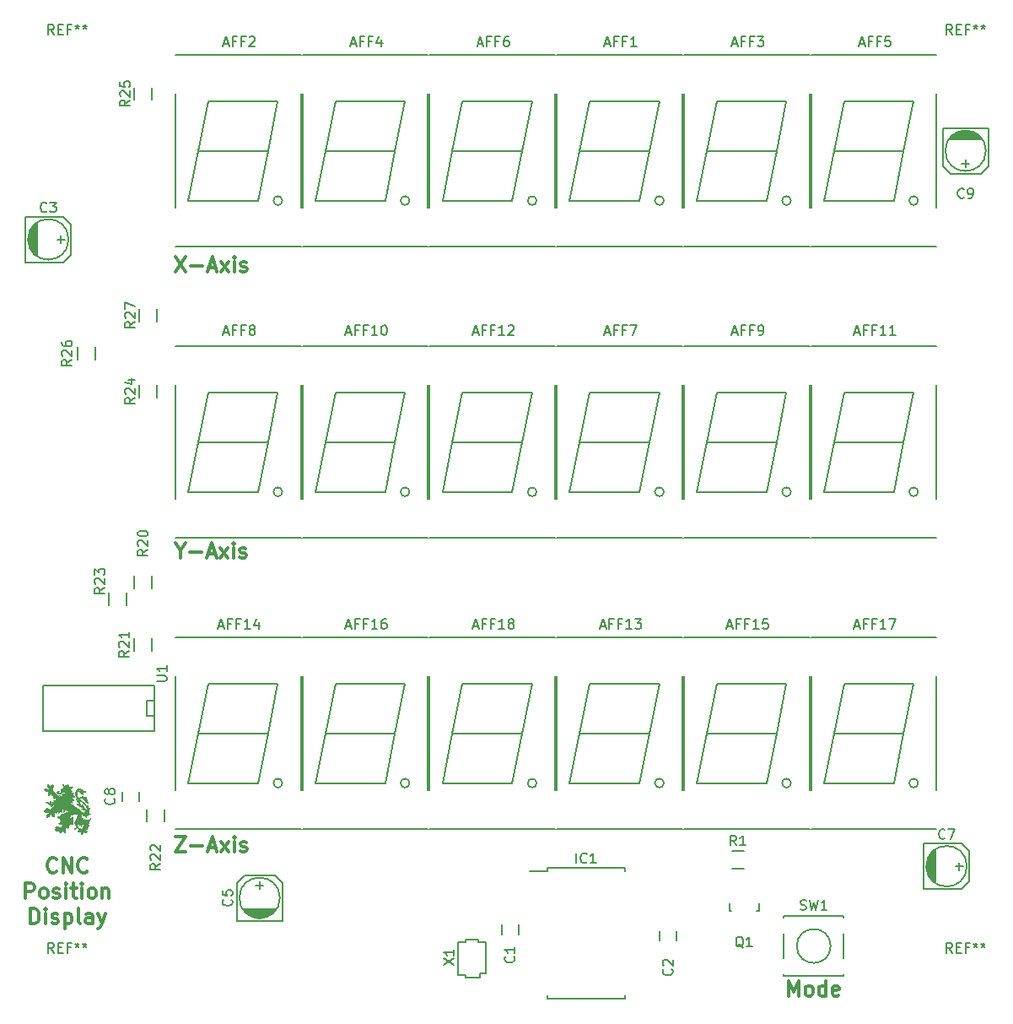
<source format=gbr>
G04 #@! TF.FileFunction,Legend,Top*
%FSLAX46Y46*%
G04 Gerber Fmt 4.6, Leading zero omitted, Abs format (unit mm)*
G04 Created by KiCad (PCBNEW 4.0.3-stable) date 09/18/16 17:34:36*
%MOMM*%
%LPD*%
G01*
G04 APERTURE LIST*
%ADD10C,0.100000*%
%ADD11C,0.300000*%
%ADD12C,0.150000*%
%ADD13C,0.010000*%
G04 APERTURE END LIST*
D10*
D11*
X72588572Y-126890714D02*
X72517143Y-126962143D01*
X72302857Y-127033571D01*
X72160000Y-127033571D01*
X71945715Y-126962143D01*
X71802857Y-126819286D01*
X71731429Y-126676429D01*
X71660000Y-126390714D01*
X71660000Y-126176429D01*
X71731429Y-125890714D01*
X71802857Y-125747857D01*
X71945715Y-125605000D01*
X72160000Y-125533571D01*
X72302857Y-125533571D01*
X72517143Y-125605000D01*
X72588572Y-125676429D01*
X73231429Y-127033571D02*
X73231429Y-125533571D01*
X74088572Y-127033571D01*
X74088572Y-125533571D01*
X75660001Y-126890714D02*
X75588572Y-126962143D01*
X75374286Y-127033571D01*
X75231429Y-127033571D01*
X75017144Y-126962143D01*
X74874286Y-126819286D01*
X74802858Y-126676429D01*
X74731429Y-126390714D01*
X74731429Y-126176429D01*
X74802858Y-125890714D01*
X74874286Y-125747857D01*
X75017144Y-125605000D01*
X75231429Y-125533571D01*
X75374286Y-125533571D01*
X75588572Y-125605000D01*
X75660001Y-125676429D01*
X69481428Y-129583571D02*
X69481428Y-128083571D01*
X70052856Y-128083571D01*
X70195714Y-128155000D01*
X70267142Y-128226429D01*
X70338571Y-128369286D01*
X70338571Y-128583571D01*
X70267142Y-128726429D01*
X70195714Y-128797857D01*
X70052856Y-128869286D01*
X69481428Y-128869286D01*
X71195714Y-129583571D02*
X71052856Y-129512143D01*
X70981428Y-129440714D01*
X70909999Y-129297857D01*
X70909999Y-128869286D01*
X70981428Y-128726429D01*
X71052856Y-128655000D01*
X71195714Y-128583571D01*
X71409999Y-128583571D01*
X71552856Y-128655000D01*
X71624285Y-128726429D01*
X71695714Y-128869286D01*
X71695714Y-129297857D01*
X71624285Y-129440714D01*
X71552856Y-129512143D01*
X71409999Y-129583571D01*
X71195714Y-129583571D01*
X72267142Y-129512143D02*
X72409999Y-129583571D01*
X72695714Y-129583571D01*
X72838571Y-129512143D01*
X72909999Y-129369286D01*
X72909999Y-129297857D01*
X72838571Y-129155000D01*
X72695714Y-129083571D01*
X72481428Y-129083571D01*
X72338571Y-129012143D01*
X72267142Y-128869286D01*
X72267142Y-128797857D01*
X72338571Y-128655000D01*
X72481428Y-128583571D01*
X72695714Y-128583571D01*
X72838571Y-128655000D01*
X73552857Y-129583571D02*
X73552857Y-128583571D01*
X73552857Y-128083571D02*
X73481428Y-128155000D01*
X73552857Y-128226429D01*
X73624285Y-128155000D01*
X73552857Y-128083571D01*
X73552857Y-128226429D01*
X74052857Y-128583571D02*
X74624286Y-128583571D01*
X74267143Y-128083571D02*
X74267143Y-129369286D01*
X74338571Y-129512143D01*
X74481429Y-129583571D01*
X74624286Y-129583571D01*
X75124286Y-129583571D02*
X75124286Y-128583571D01*
X75124286Y-128083571D02*
X75052857Y-128155000D01*
X75124286Y-128226429D01*
X75195714Y-128155000D01*
X75124286Y-128083571D01*
X75124286Y-128226429D01*
X76052858Y-129583571D02*
X75910000Y-129512143D01*
X75838572Y-129440714D01*
X75767143Y-129297857D01*
X75767143Y-128869286D01*
X75838572Y-128726429D01*
X75910000Y-128655000D01*
X76052858Y-128583571D01*
X76267143Y-128583571D01*
X76410000Y-128655000D01*
X76481429Y-128726429D01*
X76552858Y-128869286D01*
X76552858Y-129297857D01*
X76481429Y-129440714D01*
X76410000Y-129512143D01*
X76267143Y-129583571D01*
X76052858Y-129583571D01*
X77195715Y-128583571D02*
X77195715Y-129583571D01*
X77195715Y-128726429D02*
X77267143Y-128655000D01*
X77410001Y-128583571D01*
X77624286Y-128583571D01*
X77767143Y-128655000D01*
X77838572Y-128797857D01*
X77838572Y-129583571D01*
X69981429Y-132133571D02*
X69981429Y-130633571D01*
X70338572Y-130633571D01*
X70552857Y-130705000D01*
X70695715Y-130847857D01*
X70767143Y-130990714D01*
X70838572Y-131276429D01*
X70838572Y-131490714D01*
X70767143Y-131776429D01*
X70695715Y-131919286D01*
X70552857Y-132062143D01*
X70338572Y-132133571D01*
X69981429Y-132133571D01*
X71481429Y-132133571D02*
X71481429Y-131133571D01*
X71481429Y-130633571D02*
X71410000Y-130705000D01*
X71481429Y-130776429D01*
X71552857Y-130705000D01*
X71481429Y-130633571D01*
X71481429Y-130776429D01*
X72124286Y-132062143D02*
X72267143Y-132133571D01*
X72552858Y-132133571D01*
X72695715Y-132062143D01*
X72767143Y-131919286D01*
X72767143Y-131847857D01*
X72695715Y-131705000D01*
X72552858Y-131633571D01*
X72338572Y-131633571D01*
X72195715Y-131562143D01*
X72124286Y-131419286D01*
X72124286Y-131347857D01*
X72195715Y-131205000D01*
X72338572Y-131133571D01*
X72552858Y-131133571D01*
X72695715Y-131205000D01*
X73410001Y-131133571D02*
X73410001Y-132633571D01*
X73410001Y-131205000D02*
X73552858Y-131133571D01*
X73838572Y-131133571D01*
X73981429Y-131205000D01*
X74052858Y-131276429D01*
X74124287Y-131419286D01*
X74124287Y-131847857D01*
X74052858Y-131990714D01*
X73981429Y-132062143D01*
X73838572Y-132133571D01*
X73552858Y-132133571D01*
X73410001Y-132062143D01*
X74981430Y-132133571D02*
X74838572Y-132062143D01*
X74767144Y-131919286D01*
X74767144Y-130633571D01*
X76195715Y-132133571D02*
X76195715Y-131347857D01*
X76124286Y-131205000D01*
X75981429Y-131133571D01*
X75695715Y-131133571D01*
X75552858Y-131205000D01*
X76195715Y-132062143D02*
X76052858Y-132133571D01*
X75695715Y-132133571D01*
X75552858Y-132062143D01*
X75481429Y-131919286D01*
X75481429Y-131776429D01*
X75552858Y-131633571D01*
X75695715Y-131562143D01*
X76052858Y-131562143D01*
X76195715Y-131490714D01*
X76767144Y-131133571D02*
X77124287Y-132133571D01*
X77481429Y-131133571D02*
X77124287Y-132133571D01*
X76981429Y-132490714D01*
X76910001Y-132562143D01*
X76767144Y-132633571D01*
X146090000Y-139362571D02*
X146090000Y-137862571D01*
X146590000Y-138934000D01*
X147090000Y-137862571D01*
X147090000Y-139362571D01*
X148018572Y-139362571D02*
X147875714Y-139291143D01*
X147804286Y-139219714D01*
X147732857Y-139076857D01*
X147732857Y-138648286D01*
X147804286Y-138505429D01*
X147875714Y-138434000D01*
X148018572Y-138362571D01*
X148232857Y-138362571D01*
X148375714Y-138434000D01*
X148447143Y-138505429D01*
X148518572Y-138648286D01*
X148518572Y-139076857D01*
X148447143Y-139219714D01*
X148375714Y-139291143D01*
X148232857Y-139362571D01*
X148018572Y-139362571D01*
X149804286Y-139362571D02*
X149804286Y-137862571D01*
X149804286Y-139291143D02*
X149661429Y-139362571D01*
X149375715Y-139362571D01*
X149232857Y-139291143D01*
X149161429Y-139219714D01*
X149090000Y-139076857D01*
X149090000Y-138648286D01*
X149161429Y-138505429D01*
X149232857Y-138434000D01*
X149375715Y-138362571D01*
X149661429Y-138362571D01*
X149804286Y-138434000D01*
X151090000Y-139291143D02*
X150947143Y-139362571D01*
X150661429Y-139362571D01*
X150518572Y-139291143D01*
X150447143Y-139148286D01*
X150447143Y-138576857D01*
X150518572Y-138434000D01*
X150661429Y-138362571D01*
X150947143Y-138362571D01*
X151090000Y-138434000D01*
X151161429Y-138576857D01*
X151161429Y-138719714D01*
X150447143Y-138862571D01*
X84495143Y-123384571D02*
X85495143Y-123384571D01*
X84495143Y-124884571D01*
X85495143Y-124884571D01*
X86066571Y-124313143D02*
X87209428Y-124313143D01*
X87852285Y-124456000D02*
X88566571Y-124456000D01*
X87709428Y-124884571D02*
X88209428Y-123384571D01*
X88709428Y-124884571D01*
X89066571Y-124884571D02*
X89852285Y-123884571D01*
X89066571Y-123884571D02*
X89852285Y-124884571D01*
X90423714Y-124884571D02*
X90423714Y-123884571D01*
X90423714Y-123384571D02*
X90352285Y-123456000D01*
X90423714Y-123527429D01*
X90495142Y-123456000D01*
X90423714Y-123384571D01*
X90423714Y-123527429D01*
X91066571Y-124813143D02*
X91209428Y-124884571D01*
X91495143Y-124884571D01*
X91638000Y-124813143D01*
X91709428Y-124670286D01*
X91709428Y-124598857D01*
X91638000Y-124456000D01*
X91495143Y-124384571D01*
X91280857Y-124384571D01*
X91138000Y-124313143D01*
X91066571Y-124170286D01*
X91066571Y-124098857D01*
X91138000Y-123956000D01*
X91280857Y-123884571D01*
X91495143Y-123884571D01*
X91638000Y-123956000D01*
X84995143Y-94706286D02*
X84995143Y-95420571D01*
X84495143Y-93920571D02*
X84995143Y-94706286D01*
X85495143Y-93920571D01*
X85995143Y-94849143D02*
X87138000Y-94849143D01*
X87780857Y-94992000D02*
X88495143Y-94992000D01*
X87638000Y-95420571D02*
X88138000Y-93920571D01*
X88638000Y-95420571D01*
X88995143Y-95420571D02*
X89780857Y-94420571D01*
X88995143Y-94420571D02*
X89780857Y-95420571D01*
X90352286Y-95420571D02*
X90352286Y-94420571D01*
X90352286Y-93920571D02*
X90280857Y-93992000D01*
X90352286Y-94063429D01*
X90423714Y-93992000D01*
X90352286Y-93920571D01*
X90352286Y-94063429D01*
X90995143Y-95349143D02*
X91138000Y-95420571D01*
X91423715Y-95420571D01*
X91566572Y-95349143D01*
X91638000Y-95206286D01*
X91638000Y-95134857D01*
X91566572Y-94992000D01*
X91423715Y-94920571D01*
X91209429Y-94920571D01*
X91066572Y-94849143D01*
X90995143Y-94706286D01*
X90995143Y-94634857D01*
X91066572Y-94492000D01*
X91209429Y-94420571D01*
X91423715Y-94420571D01*
X91566572Y-94492000D01*
X84495143Y-65218571D02*
X85495143Y-66718571D01*
X85495143Y-65218571D02*
X84495143Y-66718571D01*
X86066571Y-66147143D02*
X87209428Y-66147143D01*
X87852285Y-66290000D02*
X88566571Y-66290000D01*
X87709428Y-66718571D02*
X88209428Y-65218571D01*
X88709428Y-66718571D01*
X89066571Y-66718571D02*
X89852285Y-65718571D01*
X89066571Y-65718571D02*
X89852285Y-66718571D01*
X90423714Y-66718571D02*
X90423714Y-65718571D01*
X90423714Y-65218571D02*
X90352285Y-65290000D01*
X90423714Y-65361429D01*
X90495142Y-65290000D01*
X90423714Y-65218571D01*
X90423714Y-65361429D01*
X91066571Y-66647143D02*
X91209428Y-66718571D01*
X91495143Y-66718571D01*
X91638000Y-66647143D01*
X91709428Y-66504286D01*
X91709428Y-66432857D01*
X91638000Y-66290000D01*
X91495143Y-66218571D01*
X91280857Y-66218571D01*
X91138000Y-66147143D01*
X91066571Y-66004286D01*
X91066571Y-65932857D01*
X91138000Y-65790000D01*
X91280857Y-65718571D01*
X91495143Y-65718571D01*
X91638000Y-65790000D01*
D12*
X146306214Y-118030000D02*
G75*
G03X146306214Y-118030000I-447214J0D01*
G01*
X138859000Y-108030000D02*
X137859000Y-113030000D01*
X137859000Y-113030000D02*
X136859000Y-118030000D01*
X136859000Y-118030000D02*
X143859000Y-118030000D01*
X143859000Y-118030000D02*
X144859000Y-113030000D01*
X145859000Y-108030000D02*
X144859000Y-113030000D01*
X144859000Y-113030000D02*
X137859000Y-113030000D01*
X138859000Y-108030000D02*
X145859000Y-108030000D01*
X148159000Y-122630000D02*
X135559000Y-122630000D01*
X135559000Y-107330000D02*
X135559000Y-118730000D01*
X148159000Y-107330000D02*
X148159000Y-118730000D01*
X135559000Y-103430000D02*
X148159000Y-103430000D01*
X146306214Y-59610000D02*
G75*
G03X146306214Y-59610000I-447214J0D01*
G01*
X138859000Y-49610000D02*
X137859000Y-54610000D01*
X137859000Y-54610000D02*
X136859000Y-59610000D01*
X136859000Y-59610000D02*
X143859000Y-59610000D01*
X143859000Y-59610000D02*
X144859000Y-54610000D01*
X145859000Y-49610000D02*
X144859000Y-54610000D01*
X144859000Y-54610000D02*
X137859000Y-54610000D01*
X138859000Y-49610000D02*
X145859000Y-49610000D01*
X148159000Y-64210000D02*
X135559000Y-64210000D01*
X135559000Y-48910000D02*
X135559000Y-60310000D01*
X148159000Y-48910000D02*
X148159000Y-60310000D01*
X135559000Y-45010000D02*
X148159000Y-45010000D01*
X159069714Y-88820000D02*
G75*
G03X159069714Y-88820000I-447214J0D01*
G01*
X151622500Y-78820000D02*
X150622500Y-83820000D01*
X150622500Y-83820000D02*
X149622500Y-88820000D01*
X149622500Y-88820000D02*
X156622500Y-88820000D01*
X156622500Y-88820000D02*
X157622500Y-83820000D01*
X158622500Y-78820000D02*
X157622500Y-83820000D01*
X157622500Y-83820000D02*
X150622500Y-83820000D01*
X151622500Y-78820000D02*
X158622500Y-78820000D01*
X160922500Y-93420000D02*
X148322500Y-93420000D01*
X148322500Y-78120000D02*
X148322500Y-89520000D01*
X160922500Y-78120000D02*
X160922500Y-89520000D01*
X148322500Y-74220000D02*
X160922500Y-74220000D01*
X95252214Y-59610000D02*
G75*
G03X95252214Y-59610000I-447214J0D01*
G01*
X87805000Y-49610000D02*
X86805000Y-54610000D01*
X86805000Y-54610000D02*
X85805000Y-59610000D01*
X85805000Y-59610000D02*
X92805000Y-59610000D01*
X92805000Y-59610000D02*
X93805000Y-54610000D01*
X94805000Y-49610000D02*
X93805000Y-54610000D01*
X93805000Y-54610000D02*
X86805000Y-54610000D01*
X87805000Y-49610000D02*
X94805000Y-49610000D01*
X97105000Y-64210000D02*
X84505000Y-64210000D01*
X84505000Y-48910000D02*
X84505000Y-60310000D01*
X97105000Y-48910000D02*
X97105000Y-60310000D01*
X84505000Y-45010000D02*
X97105000Y-45010000D01*
X108015714Y-88820000D02*
G75*
G03X108015714Y-88820000I-447214J0D01*
G01*
X100568500Y-78820000D02*
X99568500Y-83820000D01*
X99568500Y-83820000D02*
X98568500Y-88820000D01*
X98568500Y-88820000D02*
X105568500Y-88820000D01*
X105568500Y-88820000D02*
X106568500Y-83820000D01*
X107568500Y-78820000D02*
X106568500Y-83820000D01*
X106568500Y-83820000D02*
X99568500Y-83820000D01*
X100568500Y-78820000D02*
X107568500Y-78820000D01*
X109868500Y-93420000D02*
X97268500Y-93420000D01*
X97268500Y-78120000D02*
X97268500Y-89520000D01*
X109868500Y-78120000D02*
X109868500Y-89520000D01*
X97268500Y-74220000D02*
X109868500Y-74220000D01*
X108015714Y-59610000D02*
G75*
G03X108015714Y-59610000I-447214J0D01*
G01*
X100568500Y-49610000D02*
X99568500Y-54610000D01*
X99568500Y-54610000D02*
X98568500Y-59610000D01*
X98568500Y-59610000D02*
X105568500Y-59610000D01*
X105568500Y-59610000D02*
X106568500Y-54610000D01*
X107568500Y-49610000D02*
X106568500Y-54610000D01*
X106568500Y-54610000D02*
X99568500Y-54610000D01*
X100568500Y-49610000D02*
X107568500Y-49610000D01*
X109868500Y-64210000D02*
X97268500Y-64210000D01*
X97268500Y-48910000D02*
X97268500Y-60310000D01*
X109868500Y-48910000D02*
X109868500Y-60310000D01*
X97268500Y-45010000D02*
X109868500Y-45010000D01*
X133542714Y-88820000D02*
G75*
G03X133542714Y-88820000I-447214J0D01*
G01*
X126095500Y-78820000D02*
X125095500Y-83820000D01*
X125095500Y-83820000D02*
X124095500Y-88820000D01*
X124095500Y-88820000D02*
X131095500Y-88820000D01*
X131095500Y-88820000D02*
X132095500Y-83820000D01*
X133095500Y-78820000D02*
X132095500Y-83820000D01*
X132095500Y-83820000D02*
X125095500Y-83820000D01*
X126095500Y-78820000D02*
X133095500Y-78820000D01*
X135395500Y-93420000D02*
X122795500Y-93420000D01*
X122795500Y-78120000D02*
X122795500Y-89520000D01*
X135395500Y-78120000D02*
X135395500Y-89520000D01*
X122795500Y-74220000D02*
X135395500Y-74220000D01*
X95252214Y-88820000D02*
G75*
G03X95252214Y-88820000I-447214J0D01*
G01*
X87805000Y-78820000D02*
X86805000Y-83820000D01*
X86805000Y-83820000D02*
X85805000Y-88820000D01*
X85805000Y-88820000D02*
X92805000Y-88820000D01*
X92805000Y-88820000D02*
X93805000Y-83820000D01*
X94805000Y-78820000D02*
X93805000Y-83820000D01*
X93805000Y-83820000D02*
X86805000Y-83820000D01*
X87805000Y-78820000D02*
X94805000Y-78820000D01*
X97105000Y-93420000D02*
X84505000Y-93420000D01*
X84505000Y-78120000D02*
X84505000Y-89520000D01*
X97105000Y-78120000D02*
X97105000Y-89520000D01*
X84505000Y-74220000D02*
X97105000Y-74220000D01*
X133542714Y-118030000D02*
G75*
G03X133542714Y-118030000I-447214J0D01*
G01*
X126095500Y-108030000D02*
X125095500Y-113030000D01*
X125095500Y-113030000D02*
X124095500Y-118030000D01*
X124095500Y-118030000D02*
X131095500Y-118030000D01*
X131095500Y-118030000D02*
X132095500Y-113030000D01*
X133095500Y-108030000D02*
X132095500Y-113030000D01*
X132095500Y-113030000D02*
X125095500Y-113030000D01*
X126095500Y-108030000D02*
X133095500Y-108030000D01*
X135395500Y-122630000D02*
X122795500Y-122630000D01*
X122795500Y-107330000D02*
X122795500Y-118730000D01*
X135395500Y-107330000D02*
X135395500Y-118730000D01*
X122795500Y-103430000D02*
X135395500Y-103430000D01*
X159069714Y-118030000D02*
G75*
G03X159069714Y-118030000I-447214J0D01*
G01*
X151622500Y-108030000D02*
X150622500Y-113030000D01*
X150622500Y-113030000D02*
X149622500Y-118030000D01*
X149622500Y-118030000D02*
X156622500Y-118030000D01*
X156622500Y-118030000D02*
X157622500Y-113030000D01*
X158622500Y-108030000D02*
X157622500Y-113030000D01*
X157622500Y-113030000D02*
X150622500Y-113030000D01*
X151622500Y-108030000D02*
X158622500Y-108030000D01*
X160922500Y-122630000D02*
X148322500Y-122630000D01*
X148322500Y-107330000D02*
X148322500Y-118730000D01*
X160922500Y-107330000D02*
X160922500Y-118730000D01*
X148322500Y-103430000D02*
X160922500Y-103430000D01*
X108015714Y-118030000D02*
G75*
G03X108015714Y-118030000I-447214J0D01*
G01*
X100568500Y-108030000D02*
X99568500Y-113030000D01*
X99568500Y-113030000D02*
X98568500Y-118030000D01*
X98568500Y-118030000D02*
X105568500Y-118030000D01*
X105568500Y-118030000D02*
X106568500Y-113030000D01*
X107568500Y-108030000D02*
X106568500Y-113030000D01*
X106568500Y-113030000D02*
X99568500Y-113030000D01*
X100568500Y-108030000D02*
X107568500Y-108030000D01*
X109868500Y-122630000D02*
X97268500Y-122630000D01*
X97268500Y-107330000D02*
X97268500Y-118730000D01*
X109868500Y-107330000D02*
X109868500Y-118730000D01*
X97268500Y-103430000D02*
X109868500Y-103430000D01*
X120779214Y-118030000D02*
G75*
G03X120779214Y-118030000I-447214J0D01*
G01*
X113332000Y-108030000D02*
X112332000Y-113030000D01*
X112332000Y-113030000D02*
X111332000Y-118030000D01*
X111332000Y-118030000D02*
X118332000Y-118030000D01*
X118332000Y-118030000D02*
X119332000Y-113030000D01*
X120332000Y-108030000D02*
X119332000Y-113030000D01*
X119332000Y-113030000D02*
X112332000Y-113030000D01*
X113332000Y-108030000D02*
X120332000Y-108030000D01*
X122632000Y-122630000D02*
X110032000Y-122630000D01*
X110032000Y-107330000D02*
X110032000Y-118730000D01*
X122632000Y-107330000D02*
X122632000Y-118730000D01*
X110032000Y-103430000D02*
X122632000Y-103430000D01*
X145590000Y-137366000D02*
X145590000Y-137166000D01*
X145590000Y-131366000D02*
X145590000Y-131566000D01*
X151590000Y-131366000D02*
X151590000Y-131566000D01*
X151590000Y-137366000D02*
X151590000Y-137166000D01*
X151590000Y-135566000D02*
X151590000Y-133166000D01*
X145590000Y-135566000D02*
X145590000Y-133166000D01*
X145590000Y-137366000D02*
X151590000Y-137366000D01*
X151590000Y-131366000D02*
X145590000Y-131366000D01*
X150290000Y-134366000D02*
G75*
G03X150290000Y-134366000I-1700000J0D01*
G01*
X140370000Y-124855000D02*
X141570000Y-124855000D01*
X141570000Y-126605000D02*
X140370000Y-126605000D01*
X133542714Y-59610000D02*
G75*
G03X133542714Y-59610000I-447214J0D01*
G01*
X126095500Y-49610000D02*
X125095500Y-54610000D01*
X125095500Y-54610000D02*
X124095500Y-59610000D01*
X124095500Y-59610000D02*
X131095500Y-59610000D01*
X131095500Y-59610000D02*
X132095500Y-54610000D01*
X133095500Y-49610000D02*
X132095500Y-54610000D01*
X132095500Y-54610000D02*
X125095500Y-54610000D01*
X126095500Y-49610000D02*
X133095500Y-49610000D01*
X135395500Y-64210000D02*
X122795500Y-64210000D01*
X122795500Y-48910000D02*
X122795500Y-60310000D01*
X135395500Y-48910000D02*
X135395500Y-60310000D01*
X122795500Y-45010000D02*
X135395500Y-45010000D01*
X159069714Y-59610000D02*
G75*
G03X159069714Y-59610000I-447214J0D01*
G01*
X151622500Y-49610000D02*
X150622500Y-54610000D01*
X150622500Y-54610000D02*
X149622500Y-59610000D01*
X149622500Y-59610000D02*
X156622500Y-59610000D01*
X156622500Y-59610000D02*
X157622500Y-54610000D01*
X158622500Y-49610000D02*
X157622500Y-54610000D01*
X157622500Y-54610000D02*
X150622500Y-54610000D01*
X151622500Y-49610000D02*
X158622500Y-49610000D01*
X160922500Y-64210000D02*
X148322500Y-64210000D01*
X148322500Y-48910000D02*
X148322500Y-60310000D01*
X160922500Y-48910000D02*
X160922500Y-60310000D01*
X148322500Y-45010000D02*
X160922500Y-45010000D01*
X120779214Y-59610000D02*
G75*
G03X120779214Y-59610000I-447214J0D01*
G01*
X113332000Y-49610000D02*
X112332000Y-54610000D01*
X112332000Y-54610000D02*
X111332000Y-59610000D01*
X111332000Y-59610000D02*
X118332000Y-59610000D01*
X118332000Y-59610000D02*
X119332000Y-54610000D01*
X120332000Y-49610000D02*
X119332000Y-54610000D01*
X119332000Y-54610000D02*
X112332000Y-54610000D01*
X113332000Y-49610000D02*
X120332000Y-49610000D01*
X122632000Y-64210000D02*
X110032000Y-64210000D01*
X110032000Y-48910000D02*
X110032000Y-60310000D01*
X122632000Y-48910000D02*
X122632000Y-60310000D01*
X110032000Y-45010000D02*
X122632000Y-45010000D01*
X146306214Y-88820000D02*
G75*
G03X146306214Y-88820000I-447214J0D01*
G01*
X138859000Y-78820000D02*
X137859000Y-83820000D01*
X137859000Y-83820000D02*
X136859000Y-88820000D01*
X136859000Y-88820000D02*
X143859000Y-88820000D01*
X143859000Y-88820000D02*
X144859000Y-83820000D01*
X145859000Y-78820000D02*
X144859000Y-83820000D01*
X144859000Y-83820000D02*
X137859000Y-83820000D01*
X138859000Y-78820000D02*
X145859000Y-78820000D01*
X148159000Y-93420000D02*
X135559000Y-93420000D01*
X135559000Y-78120000D02*
X135559000Y-89520000D01*
X148159000Y-78120000D02*
X148159000Y-89520000D01*
X135559000Y-74220000D02*
X148159000Y-74220000D01*
X120779214Y-88820000D02*
G75*
G03X120779214Y-88820000I-447214J0D01*
G01*
X113332000Y-78820000D02*
X112332000Y-83820000D01*
X112332000Y-83820000D02*
X111332000Y-88820000D01*
X111332000Y-88820000D02*
X118332000Y-88820000D01*
X118332000Y-88820000D02*
X119332000Y-83820000D01*
X120332000Y-78820000D02*
X119332000Y-83820000D01*
X119332000Y-83820000D02*
X112332000Y-83820000D01*
X113332000Y-78820000D02*
X120332000Y-78820000D01*
X122632000Y-93420000D02*
X110032000Y-93420000D01*
X110032000Y-78120000D02*
X110032000Y-89520000D01*
X122632000Y-78120000D02*
X122632000Y-89520000D01*
X110032000Y-74220000D02*
X122632000Y-74220000D01*
X95252214Y-118030000D02*
G75*
G03X95252214Y-118030000I-447214J0D01*
G01*
X87805000Y-108030000D02*
X86805000Y-113030000D01*
X86805000Y-113030000D02*
X85805000Y-118030000D01*
X85805000Y-118030000D02*
X92805000Y-118030000D01*
X92805000Y-118030000D02*
X93805000Y-113030000D01*
X94805000Y-108030000D02*
X93805000Y-113030000D01*
X93805000Y-113030000D02*
X86805000Y-113030000D01*
X87805000Y-108030000D02*
X94805000Y-108030000D01*
X97105000Y-122630000D02*
X84505000Y-122630000D01*
X84505000Y-107330000D02*
X84505000Y-118730000D01*
X97105000Y-107330000D02*
X97105000Y-118730000D01*
X84505000Y-103430000D02*
X97105000Y-103430000D01*
X163830000Y-56261000D02*
X163830000Y-55499000D01*
X164211000Y-55880000D02*
X163449000Y-55880000D01*
X161544000Y-56134000D02*
X161544000Y-52324000D01*
X165354000Y-56896000D02*
X162306000Y-56896000D01*
X161544000Y-56134000D02*
X162306000Y-56896000D01*
X166116000Y-56134000D02*
X166116000Y-52324000D01*
X166116000Y-56134000D02*
X165354000Y-56896000D01*
X163703000Y-52578000D02*
X163957000Y-52578000D01*
X164465000Y-52705000D02*
X163195000Y-52705000D01*
X162941000Y-52832000D02*
X164719000Y-52832000D01*
X162687000Y-52959000D02*
X164973000Y-52959000D01*
X165100000Y-53086000D02*
X162560000Y-53086000D01*
X162433000Y-53213000D02*
X165227000Y-53213000D01*
X165354000Y-53340000D02*
X162306000Y-53340000D01*
X165481000Y-53467000D02*
X162179000Y-53467000D01*
X166116000Y-52324000D02*
X161544000Y-52324000D01*
X165862000Y-54610000D02*
G75*
G03X165862000Y-54610000I-2032000J0D01*
G01*
X121855000Y-126521000D02*
X121855000Y-126856000D01*
X129605000Y-126521000D02*
X129605000Y-126856000D01*
X129605000Y-139671000D02*
X129605000Y-139336000D01*
X121855000Y-139671000D02*
X121855000Y-139336000D01*
X121855000Y-126521000D02*
X129605000Y-126521000D01*
X121855000Y-139671000D02*
X129605000Y-139671000D01*
X121855000Y-126856000D02*
X120055000Y-126856000D01*
X82423000Y-111252000D02*
X81661000Y-111252000D01*
X81661000Y-111252000D02*
X81661000Y-109728000D01*
X81661000Y-109728000D02*
X82423000Y-109728000D01*
X71247000Y-112776000D02*
X71247000Y-108204000D01*
X71247000Y-108204000D02*
X82423000Y-108204000D01*
X82423000Y-108204000D02*
X82423000Y-112776000D01*
X82423000Y-112776000D02*
X71247000Y-112776000D01*
X114951000Y-133962000D02*
X115713000Y-133962000D01*
X114951000Y-133708000D02*
X114951000Y-133962000D01*
X113681000Y-133962000D02*
X112919000Y-133962000D01*
X113681000Y-133708000D02*
X113681000Y-133962000D01*
X113681000Y-137264000D02*
X112919000Y-137264000D01*
X113681000Y-137518000D02*
X113681000Y-137264000D01*
X115078000Y-137137000D02*
X115078000Y-137518000D01*
X115713000Y-137137000D02*
X115078000Y-137137000D01*
X115713000Y-137137000D02*
X115713000Y-133962000D01*
X113681000Y-137518000D02*
X115078000Y-137518000D01*
X113681000Y-133708000D02*
X114951000Y-133708000D01*
X112919000Y-137264000D02*
X112919000Y-133962000D01*
X118960000Y-133215000D02*
X118960000Y-132215000D01*
X117260000Y-132215000D02*
X117260000Y-133215000D01*
X133135000Y-132850000D02*
X133135000Y-133850000D01*
X134835000Y-133850000D02*
X134835000Y-132850000D01*
X73406000Y-63500000D02*
X72644000Y-63500000D01*
X73025000Y-63119000D02*
X73025000Y-63881000D01*
X73279000Y-65786000D02*
X69469000Y-65786000D01*
X74041000Y-61976000D02*
X74041000Y-65024000D01*
X73279000Y-65786000D02*
X74041000Y-65024000D01*
X73279000Y-61214000D02*
X69469000Y-61214000D01*
X73279000Y-61214000D02*
X74041000Y-61976000D01*
X69723000Y-63627000D02*
X69723000Y-63373000D01*
X69850000Y-62865000D02*
X69850000Y-64135000D01*
X69977000Y-64389000D02*
X69977000Y-62611000D01*
X70104000Y-64643000D02*
X70104000Y-62357000D01*
X70231000Y-62230000D02*
X70231000Y-64770000D01*
X70358000Y-64897000D02*
X70358000Y-62103000D01*
X70485000Y-61976000D02*
X70485000Y-65024000D01*
X70612000Y-61849000D02*
X70612000Y-65151000D01*
X69469000Y-61214000D02*
X69469000Y-65786000D01*
X73787000Y-63500000D02*
G75*
G03X73787000Y-63500000I-2032000J0D01*
G01*
X92964000Y-127889000D02*
X92964000Y-128651000D01*
X92583000Y-128270000D02*
X93345000Y-128270000D01*
X95250000Y-128016000D02*
X95250000Y-131826000D01*
X91440000Y-127254000D02*
X94488000Y-127254000D01*
X95250000Y-128016000D02*
X94488000Y-127254000D01*
X90678000Y-128016000D02*
X90678000Y-131826000D01*
X90678000Y-128016000D02*
X91440000Y-127254000D01*
X93091000Y-131572000D02*
X92837000Y-131572000D01*
X92329000Y-131445000D02*
X93599000Y-131445000D01*
X93853000Y-131318000D02*
X92075000Y-131318000D01*
X94107000Y-131191000D02*
X91821000Y-131191000D01*
X91694000Y-131064000D02*
X94234000Y-131064000D01*
X94361000Y-130937000D02*
X91567000Y-130937000D01*
X91440000Y-130810000D02*
X94488000Y-130810000D01*
X91313000Y-130683000D02*
X94615000Y-130683000D01*
X90678000Y-131826000D02*
X95250000Y-131826000D01*
X94996000Y-129540000D02*
G75*
G03X94996000Y-129540000I-2032000J0D01*
G01*
X163576000Y-126365000D02*
X162814000Y-126365000D01*
X163195000Y-125984000D02*
X163195000Y-126746000D01*
X163449000Y-128651000D02*
X159639000Y-128651000D01*
X164211000Y-124841000D02*
X164211000Y-127889000D01*
X163449000Y-128651000D02*
X164211000Y-127889000D01*
X163449000Y-124079000D02*
X159639000Y-124079000D01*
X163449000Y-124079000D02*
X164211000Y-124841000D01*
X159893000Y-126492000D02*
X159893000Y-126238000D01*
X160020000Y-125730000D02*
X160020000Y-127000000D01*
X160147000Y-127254000D02*
X160147000Y-125476000D01*
X160274000Y-127508000D02*
X160274000Y-125222000D01*
X160401000Y-125095000D02*
X160401000Y-127635000D01*
X160528000Y-127762000D02*
X160528000Y-124968000D01*
X160655000Y-124841000D02*
X160655000Y-127889000D01*
X160782000Y-124714000D02*
X160782000Y-128016000D01*
X159639000Y-124079000D02*
X159639000Y-128651000D01*
X163957000Y-126365000D02*
G75*
G03X163957000Y-126365000I-2032000J0D01*
G01*
X80860000Y-119880000D02*
X80860000Y-118880000D01*
X79160000Y-118880000D02*
X79160000Y-119880000D01*
X143104820Y-130124200D02*
X143104820Y-130825240D01*
X143104820Y-130825240D02*
X142855900Y-130825240D01*
X140305840Y-130825240D02*
X140105180Y-130825240D01*
X140105180Y-130825240D02*
X140105180Y-130124200D01*
X80405000Y-98470000D02*
X80405000Y-97270000D01*
X82155000Y-97270000D02*
X82155000Y-98470000D01*
X80405000Y-104740000D02*
X80405000Y-103540000D01*
X82155000Y-103540000D02*
X82155000Y-104740000D01*
X83425000Y-120685000D02*
X83425000Y-121885000D01*
X81675000Y-121885000D02*
X81675000Y-120685000D01*
X77865000Y-100168000D02*
X77865000Y-98968000D01*
X79615000Y-98968000D02*
X79615000Y-100168000D01*
X80913000Y-79340000D02*
X80913000Y-78140000D01*
X82663000Y-78140000D02*
X82663000Y-79340000D01*
X80405000Y-49495000D02*
X80405000Y-48295000D01*
X82155000Y-48295000D02*
X82155000Y-49495000D01*
X74690000Y-75530000D02*
X74690000Y-74330000D01*
X76440000Y-74330000D02*
X76440000Y-75530000D01*
X80913000Y-71720000D02*
X80913000Y-70520000D01*
X82663000Y-70520000D02*
X82663000Y-71720000D01*
D13*
G36*
X71726890Y-118179601D02*
X71740180Y-118202535D01*
X71760558Y-118230429D01*
X71771637Y-118228829D01*
X71806136Y-118222848D01*
X71845772Y-118252577D01*
X71878279Y-118306001D01*
X71889184Y-118343980D01*
X71905650Y-118412677D01*
X71930593Y-118487555D01*
X71958316Y-118554758D01*
X71983123Y-118600431D01*
X71998988Y-118611078D01*
X72005659Y-118581414D01*
X72011786Y-118514612D01*
X72016169Y-118424326D01*
X72016550Y-118411482D01*
X72020236Y-118315603D01*
X72027024Y-118260154D01*
X72040374Y-118234769D01*
X72063745Y-118229080D01*
X72077104Y-118230041D01*
X72124570Y-118220354D01*
X72140604Y-118199423D01*
X72153771Y-118179428D01*
X72185439Y-118192017D01*
X72211141Y-118210483D01*
X72273582Y-118257901D01*
X72206158Y-118393500D01*
X72165091Y-118487074D01*
X72132864Y-118580036D01*
X72121445Y-118626455D01*
X72114827Y-118683174D01*
X72123994Y-118727259D01*
X72156042Y-118774774D01*
X72215328Y-118838942D01*
X72297480Y-118917178D01*
X72397256Y-119002759D01*
X72474533Y-119063182D01*
X72565075Y-119135530D01*
X72652550Y-119214616D01*
X72709887Y-119274305D01*
X72758771Y-119334054D01*
X72776692Y-119367185D01*
X72767247Y-119384312D01*
X72749582Y-119391435D01*
X72685401Y-119395435D01*
X72653997Y-119388148D01*
X72623315Y-119378447D01*
X72621486Y-119390527D01*
X72648223Y-119434122D01*
X72652448Y-119440575D01*
X72681576Y-119490295D01*
X72691050Y-119517609D01*
X72690479Y-119518552D01*
X72664564Y-119534130D01*
X72612496Y-119562621D01*
X72605900Y-119566131D01*
X72565865Y-119592542D01*
X72563040Y-119606830D01*
X72568498Y-119607583D01*
X72619416Y-119594723D01*
X72657398Y-119574304D01*
X72715548Y-119547732D01*
X72793808Y-119526713D01*
X72807618Y-119524311D01*
X72907736Y-119508613D01*
X72732099Y-119685606D01*
X72653921Y-119761235D01*
X72586452Y-119820743D01*
X72539031Y-119856187D01*
X72524031Y-119862600D01*
X72494104Y-119882297D01*
X72491600Y-119894590D01*
X72468440Y-119935802D01*
X72405628Y-119980975D01*
X72313166Y-120023342D01*
X72288400Y-120032097D01*
X72242351Y-120051116D01*
X72234836Y-120062596D01*
X72242296Y-120063847D01*
X72297669Y-120056511D01*
X72352531Y-120040159D01*
X72400489Y-120028593D01*
X72440328Y-120043018D01*
X72491016Y-120090581D01*
X72493539Y-120093275D01*
X72539749Y-120150816D01*
X72550936Y-120192779D01*
X72542081Y-120218795D01*
X72500523Y-120264599D01*
X72472349Y-120279748D01*
X72427559Y-120312896D01*
X72402472Y-120351291D01*
X72363600Y-120400453D01*
X72300518Y-120447245D01*
X72288400Y-120453800D01*
X72240885Y-120480114D01*
X72239245Y-120487917D01*
X72263000Y-120483433D01*
X72331914Y-120456685D01*
X72390527Y-120422801D01*
X72481657Y-120388480D01*
X72536265Y-120389681D01*
X72607919Y-120392709D01*
X72662738Y-120383287D01*
X72712421Y-120372184D01*
X72791930Y-120363420D01*
X72850446Y-120360174D01*
X72993392Y-120355449D01*
X72962579Y-120444451D01*
X72932030Y-120503099D01*
X72886576Y-120560595D01*
X72838067Y-120605172D01*
X72798354Y-120625065D01*
X72784550Y-120621216D01*
X72782171Y-120590694D01*
X72793440Y-120533463D01*
X72795061Y-120527667D01*
X72805604Y-120468996D01*
X72794979Y-120446806D01*
X72794626Y-120446800D01*
X72776323Y-120468383D01*
X72771000Y-120505220D01*
X72758829Y-120564504D01*
X72741352Y-120593287D01*
X72728305Y-120621226D01*
X72758035Y-120640713D01*
X72827234Y-120642150D01*
X72896361Y-120598634D01*
X72958802Y-120515588D01*
X72989606Y-120450802D01*
X73030944Y-120355304D01*
X73068610Y-120298187D01*
X73114571Y-120269502D01*
X73180796Y-120259298D01*
X73221416Y-120258069D01*
X73342631Y-120256300D01*
X73333679Y-120350168D01*
X73336900Y-120428670D01*
X73371763Y-120489910D01*
X73389609Y-120508918D01*
X73449630Y-120557351D01*
X73496180Y-120574521D01*
X73520652Y-120559902D01*
X73515816Y-120516650D01*
X73499359Y-120438175D01*
X73497899Y-120351229D01*
X73510350Y-120276189D01*
X73530741Y-120237283D01*
X73552389Y-120222334D01*
X73551517Y-120245990D01*
X73545069Y-120269000D01*
X73525929Y-120329864D01*
X73514096Y-120364250D01*
X73518023Y-120391340D01*
X73550676Y-120393629D01*
X73597916Y-120373573D01*
X73636896Y-120342903D01*
X73670366Y-120296913D01*
X73682998Y-120236928D01*
X73681346Y-120165087D01*
X73681360Y-120089712D01*
X73691340Y-120046822D01*
X73707545Y-120042240D01*
X73726233Y-120081787D01*
X73728840Y-120091200D01*
X73752447Y-120135664D01*
X73782653Y-120131690D01*
X73810674Y-120084850D01*
X73828791Y-120046884D01*
X73842637Y-120054123D01*
X73850673Y-120072150D01*
X73858892Y-120129801D01*
X73854014Y-120154700D01*
X73849823Y-120188309D01*
X73870805Y-120187923D01*
X73907738Y-120156927D01*
X73933329Y-120125579D01*
X73982296Y-120058358D01*
X74132298Y-120168369D01*
X74235161Y-120246301D01*
X74346871Y-120334682D01*
X74422000Y-120396579D01*
X74509681Y-120467066D01*
X74599175Y-120533144D01*
X74663300Y-120575602D01*
X74757403Y-120638748D01*
X74843140Y-120708264D01*
X74910588Y-120774850D01*
X74949825Y-120829202D01*
X74955788Y-120849805D01*
X74970010Y-120907087D01*
X74981960Y-120929400D01*
X74997023Y-120943763D01*
X74994968Y-120914260D01*
X74990131Y-120892127D01*
X74972520Y-120816754D01*
X75082832Y-120911177D01*
X75171517Y-120975675D01*
X75247855Y-121003343D01*
X75277955Y-121005600D01*
X75334572Y-121001779D01*
X75352994Y-120982847D01*
X75347140Y-120943336D01*
X75339804Y-120900801D01*
X75357145Y-120894934D01*
X75396152Y-120911578D01*
X75455691Y-120957997D01*
X75473568Y-121014758D01*
X75446624Y-121069546D01*
X75422784Y-121098745D01*
X75437746Y-121107051D01*
X75444949Y-121107200D01*
X75488213Y-121089736D01*
X75525356Y-121058105D01*
X75556182Y-120991176D01*
X75546517Y-120914094D01*
X75502912Y-120835873D01*
X75431921Y-120765527D01*
X75340099Y-120712069D01*
X75255904Y-120687495D01*
X75170493Y-120666776D01*
X75105585Y-120639291D01*
X75071700Y-120610649D01*
X75074094Y-120590571D01*
X75116382Y-120576147D01*
X75184809Y-120575649D01*
X75256991Y-120587966D01*
X75293619Y-120601456D01*
X75334766Y-120619667D01*
X75339070Y-120615684D01*
X75312987Y-120593883D01*
X75262973Y-120558638D01*
X75195484Y-120514326D01*
X75116975Y-120465320D01*
X75033901Y-120415998D01*
X74954978Y-120371943D01*
X74808034Y-120289921D01*
X74693662Y-120219403D01*
X74615516Y-120162957D01*
X74577255Y-120123154D01*
X74576631Y-120106062D01*
X74614965Y-120099841D01*
X74677441Y-120120166D01*
X74750036Y-120160053D01*
X74818728Y-120212520D01*
X74846496Y-120240458D01*
X74893113Y-120287653D01*
X74923103Y-120307694D01*
X74929046Y-120303467D01*
X74909765Y-120269572D01*
X74894542Y-120260828D01*
X74866834Y-120230488D01*
X74834808Y-120167796D01*
X74817286Y-120121375D01*
X74765990Y-120013599D01*
X74691562Y-119910827D01*
X74674943Y-119892958D01*
X74602539Y-119803671D01*
X74574657Y-119729912D01*
X74574400Y-119723224D01*
X74564355Y-119651749D01*
X74548106Y-119606930D01*
X74534784Y-119566611D01*
X74548426Y-119557800D01*
X74572306Y-119579179D01*
X74606460Y-119634461D01*
X74634113Y-119691150D01*
X74672804Y-119769877D01*
X74709762Y-119831130D01*
X74729043Y-119854160D01*
X74749339Y-119864050D01*
X74758394Y-119843953D01*
X74758401Y-119815217D01*
X74828250Y-119815217D01*
X74838641Y-119894648D01*
X74858564Y-119982633D01*
X74879824Y-120048939D01*
X74951098Y-120183877D01*
X75057624Y-120302795D01*
X75120628Y-120359498D01*
X75165909Y-120397707D01*
X75183977Y-120409425D01*
X75184000Y-120409257D01*
X75175971Y-120380813D01*
X75159312Y-120334374D01*
X75146316Y-120268156D01*
X75156171Y-120215247D01*
X75185552Y-120192822D01*
X75186717Y-120192800D01*
X75204313Y-120214382D01*
X75209400Y-120251011D01*
X75229090Y-120305684D01*
X75283442Y-120378803D01*
X75324919Y-120422461D01*
X75404041Y-120508884D01*
X75486202Y-120612265D01*
X75534469Y-120681300D01*
X75628500Y-120826901D01*
X75636860Y-120732100D01*
X75634789Y-120642467D01*
X75618736Y-120547380D01*
X75615539Y-120535700D01*
X75558534Y-120399878D01*
X75548131Y-120383300D01*
X75615800Y-120383300D01*
X75628500Y-120396000D01*
X75641200Y-120383300D01*
X75628500Y-120370600D01*
X75615800Y-120383300D01*
X75548131Y-120383300D01*
X75469744Y-120258397D01*
X75361606Y-120130601D01*
X75344094Y-120113434D01*
X75289920Y-120065715D01*
X75213995Y-120003805D01*
X75126021Y-119935010D01*
X75035700Y-119866637D01*
X74952734Y-119805995D01*
X74886825Y-119760390D01*
X74847674Y-119737131D01*
X74842451Y-119735600D01*
X74828988Y-119757736D01*
X74828250Y-119815217D01*
X74758401Y-119815217D01*
X74758409Y-119785362D01*
X74756344Y-119748724D01*
X74754350Y-119666247D01*
X74766880Y-119609389D01*
X74802145Y-119555107D01*
X74841395Y-119510017D01*
X74922824Y-119434484D01*
X75009285Y-119389686D01*
X75113739Y-119371933D01*
X75249147Y-119377535D01*
X75290213Y-119382260D01*
X75387358Y-119391804D01*
X75468946Y-119395068D01*
X75518129Y-119391413D01*
X75519636Y-119390974D01*
X75557425Y-119389558D01*
X75561527Y-119411529D01*
X75533510Y-119443701D01*
X75511719Y-119457527D01*
X75458439Y-119486042D01*
X75511719Y-119523361D01*
X75552443Y-119564458D01*
X75565000Y-119595900D01*
X75584042Y-119635715D01*
X75620617Y-119670075D01*
X75655229Y-119704435D01*
X75657499Y-119727767D01*
X75624745Y-119730218D01*
X75595531Y-119715590D01*
X75534391Y-119678851D01*
X75472732Y-119651964D01*
X75428273Y-119642006D01*
X75418588Y-119644944D01*
X75429907Y-119666773D01*
X75470750Y-119714381D01*
X75533379Y-119779023D01*
X75561811Y-119806745D01*
X75633431Y-119881061D01*
X75687384Y-119947612D01*
X75714914Y-119995213D01*
X75716712Y-120004640D01*
X75710285Y-120026991D01*
X75687379Y-120017406D01*
X75640975Y-119972324D01*
X75630063Y-119960679D01*
X75570928Y-119904741D01*
X75532349Y-119888311D01*
X75516450Y-119895909D01*
X75495141Y-119904096D01*
X75488800Y-119866498D01*
X75463902Y-119807034D01*
X75409818Y-119766168D01*
X75312929Y-119707317D01*
X75256126Y-119656116D01*
X75231351Y-119604006D01*
X75228450Y-119573479D01*
X75209738Y-119510506D01*
X75161134Y-119476525D01*
X75093929Y-119470792D01*
X75019417Y-119492561D01*
X74948891Y-119541087D01*
X74905283Y-119594794D01*
X74872044Y-119654089D01*
X74854857Y-119695543D01*
X74854188Y-119700498D01*
X74864909Y-119702535D01*
X74878386Y-119685246D01*
X74899849Y-119666041D01*
X74930614Y-119677915D01*
X74973247Y-119715023D01*
X75024666Y-119759999D01*
X75103654Y-119824706D01*
X75197066Y-119898492D01*
X75247500Y-119937309D01*
X75377087Y-120043239D01*
X75480423Y-120142331D01*
X75552333Y-120228871D01*
X75587644Y-120297143D01*
X75590400Y-120316052D01*
X75600141Y-120333135D01*
X75633208Y-120312987D01*
X75653900Y-120294400D01*
X75717400Y-120234744D01*
X75717011Y-120309022D01*
X75709928Y-120374517D01*
X75695806Y-120416110D01*
X75690106Y-120458150D01*
X75697622Y-120527613D01*
X75714265Y-120604159D01*
X75735943Y-120667451D01*
X75751378Y-120692445D01*
X75760511Y-120690663D01*
X75754878Y-120670239D01*
X75760384Y-120619726D01*
X75793752Y-120573647D01*
X75840490Y-120534833D01*
X75860093Y-120538618D01*
X75852425Y-120584570D01*
X75821831Y-120662215D01*
X75785899Y-120771535D01*
X75782776Y-120874688D01*
X75784578Y-120889405D01*
X75790195Y-120962786D01*
X75777597Y-121006288D01*
X75744495Y-121037113D01*
X75711145Y-121063027D01*
X75714362Y-121077253D01*
X75760056Y-121088870D01*
X75780735Y-121092793D01*
X75856186Y-121100205D01*
X75917629Y-121095307D01*
X75921710Y-121094147D01*
X75961314Y-121091561D01*
X75971400Y-121103470D01*
X75949367Y-121125247D01*
X75895642Y-121144830D01*
X75888850Y-121146381D01*
X75809791Y-121170428D01*
X75723817Y-121206110D01*
X75712335Y-121211759D01*
X75636458Y-121241803D01*
X75576203Y-121241657D01*
X75551932Y-121234060D01*
X75487556Y-121212415D01*
X75468202Y-121213672D01*
X75493520Y-121237877D01*
X75498473Y-121241545D01*
X75529859Y-121284552D01*
X75525929Y-121343324D01*
X75508602Y-121412358D01*
X75409801Y-121310550D01*
X75355407Y-121250530D01*
X75319522Y-121203323D01*
X75311000Y-121184869D01*
X75292822Y-121149970D01*
X75290068Y-121148061D01*
X75274520Y-121158477D01*
X75271018Y-121190220D01*
X75254502Y-121239815D01*
X75228450Y-121254319D01*
X75191857Y-121245524D01*
X75184000Y-121212505D01*
X75168339Y-121170867D01*
X75130853Y-121123573D01*
X75126647Y-121119900D01*
X75361800Y-121119900D01*
X75374500Y-121132600D01*
X75387200Y-121119900D01*
X75374500Y-121107200D01*
X75361800Y-121119900D01*
X75126647Y-121119900D01*
X75085787Y-121084218D01*
X75047388Y-121066395D01*
X75034798Y-121070134D01*
X75025355Y-121104151D01*
X75019262Y-121174155D01*
X75016509Y-121265445D01*
X75017086Y-121363320D01*
X75020981Y-121453080D01*
X75028184Y-121520021D01*
X75035145Y-121545350D01*
X75073343Y-121583029D01*
X75116502Y-121585073D01*
X75141849Y-121558050D01*
X75158909Y-121540958D01*
X75179716Y-121562096D01*
X75193548Y-121618854D01*
X75161471Y-121671866D01*
X75132051Y-121692014D01*
X75067619Y-121705349D01*
X75009750Y-121671017D01*
X74956040Y-121587517D01*
X74952343Y-121579725D01*
X74924088Y-121521632D01*
X74912672Y-121507524D01*
X74914816Y-121534742D01*
X74917822Y-121551700D01*
X74956295Y-121643468D01*
X75025564Y-121706961D01*
X75113411Y-121732745D01*
X75149534Y-121730627D01*
X75229024Y-121709243D01*
X75295772Y-121678020D01*
X75353357Y-121653219D01*
X75415712Y-121662729D01*
X75428221Y-121667298D01*
X75501500Y-121695346D01*
X75441536Y-121744173D01*
X75405199Y-121777776D01*
X75398556Y-121792929D01*
X75399429Y-121793000D01*
X75429889Y-121778744D01*
X75479312Y-121744196D01*
X75482326Y-121741840D01*
X75537351Y-121709406D01*
X75601429Y-121700610D01*
X75664132Y-121706109D01*
X75741132Y-121711747D01*
X75797736Y-121698539D01*
X75858926Y-121659168D01*
X75879642Y-121642968D01*
X75938142Y-121597764D01*
X75978145Y-121569360D01*
X75987592Y-121564400D01*
X75997110Y-121581162D01*
X75971074Y-121629407D01*
X75911175Y-121706066D01*
X75906500Y-121711550D01*
X75850132Y-121772892D01*
X75805675Y-121802858D01*
X75754441Y-121810623D01*
X75709650Y-121808194D01*
X75657779Y-121805115D01*
X75646249Y-121807282D01*
X75658391Y-121810379D01*
X75723930Y-121839383D01*
X75765747Y-121901547D01*
X75781611Y-121951892D01*
X75782852Y-122002848D01*
X75760239Y-122019580D01*
X75725928Y-122003696D01*
X75692075Y-121956805D01*
X75684594Y-121939050D01*
X75646238Y-121903554D01*
X75597547Y-121898405D01*
X75526900Y-121902211D01*
X75597891Y-121912902D01*
X75647456Y-121927560D01*
X75657070Y-121957434D01*
X75652934Y-121973840D01*
X75656744Y-122034194D01*
X75693288Y-122111182D01*
X75755392Y-122190013D01*
X75760158Y-122194864D01*
X75791227Y-122240559D01*
X75775100Y-122267563D01*
X75719243Y-122275600D01*
X75647843Y-122253667D01*
X75583128Y-122199284D01*
X75542883Y-122129571D01*
X75537594Y-122100724D01*
X75530794Y-122079236D01*
X75523247Y-122090041D01*
X75526625Y-122142764D01*
X75565021Y-122211310D01*
X75631156Y-122283372D01*
X75644422Y-122294909D01*
X75704066Y-122368534D01*
X75717400Y-122430257D01*
X75707351Y-122489346D01*
X75681070Y-122504996D01*
X75644359Y-122479541D01*
X75603015Y-122415317D01*
X75585605Y-122377200D01*
X75553017Y-122306796D01*
X75525284Y-122260679D01*
X75513106Y-122250200D01*
X75512266Y-122270640D01*
X75530590Y-122323468D01*
X75554593Y-122377075D01*
X75599159Y-122482939D01*
X75613322Y-122557496D01*
X75597880Y-122609530D01*
X75577700Y-122631200D01*
X75537825Y-122649678D01*
X75498751Y-122628918D01*
X75462667Y-122609564D01*
X75432137Y-122630849D01*
X75422551Y-122643363D01*
X75390664Y-122700223D01*
X75396713Y-122729579D01*
X75411745Y-122732800D01*
X75443589Y-122748709D01*
X75496352Y-122789049D01*
X75525307Y-122814497D01*
X75614325Y-122896195D01*
X75559835Y-122954197D01*
X75497631Y-123000923D01*
X75442557Y-123008076D01*
X75405055Y-122975036D01*
X75400628Y-122963693D01*
X75362364Y-122893557D01*
X75314667Y-122867419D01*
X75269841Y-122883362D01*
X75240193Y-122939470D01*
X75234800Y-122989517D01*
X75231614Y-123053510D01*
X75214330Y-123081517D01*
X75171353Y-123088293D01*
X75157100Y-123088400D01*
X75107806Y-123094879D01*
X75093275Y-123110619D01*
X75094015Y-123112044D01*
X75091227Y-123144870D01*
X75084569Y-123150559D01*
X75051568Y-123147622D01*
X75044556Y-123139614D01*
X75040479Y-123096745D01*
X75044300Y-123088400D01*
X75042286Y-123064994D01*
X75033099Y-123063000D01*
X75020078Y-123050300D01*
X75184000Y-123050300D01*
X75196700Y-123063000D01*
X75209400Y-123050300D01*
X75196700Y-123037600D01*
X75184000Y-123050300D01*
X75020078Y-123050300D01*
X75012146Y-123042565D01*
X75007224Y-122995778D01*
X75018096Y-122944410D01*
X75034675Y-122917684D01*
X75040087Y-122901038D01*
X75004952Y-122898226D01*
X74958718Y-122903216D01*
X74860272Y-122903319D01*
X74811187Y-122882161D01*
X74780490Y-122860761D01*
X74779599Y-122876915D01*
X74785253Y-122892869D01*
X74789777Y-122924162D01*
X74777309Y-122923120D01*
X74755044Y-122886982D01*
X74751811Y-122864650D01*
X74745375Y-122839050D01*
X74732090Y-122852109D01*
X74697296Y-122868453D01*
X74678425Y-122861299D01*
X74657556Y-122828199D01*
X74661800Y-122811425D01*
X74690641Y-122792958D01*
X74700493Y-122795739D01*
X74725565Y-122787511D01*
X74737281Y-122767523D01*
X74754723Y-122745109D01*
X74792495Y-122735433D01*
X74862617Y-122736633D01*
X74911392Y-122740534D01*
X74993422Y-122747511D01*
X75028122Y-122748788D01*
X75018723Y-122743605D01*
X74968454Y-122731203D01*
X74959727Y-122729169D01*
X74879381Y-122701599D01*
X74833429Y-122659315D01*
X74820027Y-122633448D01*
X74787595Y-122585045D01*
X74755375Y-122575018D01*
X74730702Y-122569768D01*
X74732610Y-122551825D01*
X74756834Y-122527519D01*
X74807966Y-122528531D01*
X74891995Y-122555755D01*
X74963458Y-122586288D01*
X75053483Y-122619081D01*
X75116244Y-122617778D01*
X75161163Y-122577389D01*
X75197667Y-122492924D01*
X75202020Y-122478800D01*
X75444918Y-122478800D01*
X75446899Y-122533736D01*
X75451965Y-122548817D01*
X75455925Y-122535950D01*
X75460127Y-122461934D01*
X75455925Y-122421650D01*
X75449644Y-122409613D01*
X75445658Y-122441525D01*
X75444918Y-122478800D01*
X75202020Y-122478800D01*
X75208959Y-122456286D01*
X75246796Y-122359267D01*
X75293603Y-122303535D01*
X75311000Y-122293097D01*
X75367010Y-122241231D01*
X75384359Y-122168112D01*
X75362425Y-122086151D01*
X75324100Y-122030975D01*
X75258234Y-121958100D01*
X75309922Y-122047000D01*
X75351001Y-122138882D01*
X75358527Y-122210801D01*
X75332072Y-122254958D01*
X75321622Y-122260182D01*
X75284776Y-122273495D01*
X75277172Y-122275582D01*
X75272780Y-122253627D01*
X75268895Y-122206595D01*
X75246320Y-122138439D01*
X75197114Y-122084483D01*
X75136739Y-122058357D01*
X75103735Y-122060990D01*
X75050992Y-122057797D01*
X74974431Y-122029245D01*
X74941573Y-122012229D01*
X74880833Y-121980955D01*
X74845795Y-121968256D01*
X74842221Y-121972614D01*
X74872803Y-121998650D01*
X74930892Y-122034078D01*
X74952472Y-122045506D01*
X75042747Y-122100873D01*
X75092245Y-122152538D01*
X75096927Y-122196154D01*
X75095261Y-122199138D01*
X75069695Y-122202103D01*
X75028776Y-122163472D01*
X75027731Y-122162151D01*
X74979940Y-122117495D01*
X74935167Y-122099392D01*
X74934506Y-122099410D01*
X74913650Y-122104974D01*
X74940015Y-122120343D01*
X74947389Y-122123377D01*
X75014734Y-122175878D01*
X75051749Y-122258926D01*
X75055983Y-122305680D01*
X75053734Y-122344052D01*
X75043580Y-122341199D01*
X75018470Y-122297318D01*
X74968435Y-122242946D01*
X74880178Y-122185289D01*
X74827003Y-122158592D01*
X74720029Y-122103530D01*
X74696633Y-122085100D01*
X74853800Y-122085100D01*
X74866500Y-122097800D01*
X74879200Y-122085100D01*
X74866500Y-122072400D01*
X74853800Y-122085100D01*
X74696633Y-122085100D01*
X74659255Y-122055656D01*
X74641706Y-122009419D01*
X74664405Y-121959264D01*
X74699908Y-121921392D01*
X74748457Y-121868258D01*
X74775059Y-121823971D01*
X74776827Y-121814559D01*
X74767083Y-121803997D01*
X74747679Y-121829192D01*
X74707632Y-121881400D01*
X74657216Y-121931489D01*
X74610968Y-121991743D01*
X74596180Y-122047697D01*
X74601924Y-122122999D01*
X74614899Y-122214230D01*
X74631799Y-122303163D01*
X74649316Y-122371573D01*
X74659445Y-122396362D01*
X74660128Y-122423570D01*
X74641128Y-122428000D01*
X74594380Y-122405211D01*
X74546996Y-122345765D01*
X74507104Y-122263045D01*
X74482834Y-122170431D01*
X74482274Y-122166499D01*
X74476624Y-122088178D01*
X74490116Y-122037242D01*
X74520563Y-121999236D01*
X74559286Y-121951663D01*
X74574400Y-121916574D01*
X74561340Y-121914225D01*
X74529175Y-121945530D01*
X74521756Y-121954674D01*
X74463869Y-122005459D01*
X74404459Y-122022198D01*
X74363413Y-122005346D01*
X74368304Y-121978024D01*
X74398764Y-121926268D01*
X74424917Y-121890916D01*
X74468267Y-121826797D01*
X74510608Y-121748926D01*
X74546896Y-121669294D01*
X74569530Y-121606934D01*
X74768928Y-121606934D01*
X74793683Y-121648410D01*
X74795464Y-121650812D01*
X74834193Y-121695232D01*
X74849982Y-121699888D01*
X74837589Y-121666197D01*
X74824050Y-121643073D01*
X74791212Y-121602263D01*
X74770304Y-121589800D01*
X74768928Y-121606934D01*
X74569530Y-121606934D01*
X74572087Y-121599890D01*
X74578959Y-121564054D01*
X74647456Y-121564054D01*
X74649496Y-121564400D01*
X74678290Y-121546615D01*
X74723261Y-121502242D01*
X74738286Y-121485010D01*
X74754171Y-121462800D01*
X74831529Y-121462800D01*
X74834351Y-121521386D01*
X74844248Y-121580958D01*
X74857358Y-121623992D01*
X74869211Y-121633654D01*
X74870146Y-121605692D01*
X74862145Y-121545381D01*
X74856068Y-121511997D01*
X74842774Y-121456827D01*
X74833941Y-121445733D01*
X74831529Y-121462800D01*
X74754171Y-121462800D01*
X74776046Y-121432216D01*
X74790039Y-121395763D01*
X74787866Y-121389760D01*
X74766288Y-121394598D01*
X74757670Y-121410556D01*
X74731268Y-121453692D01*
X74686102Y-121505806D01*
X74652579Y-121545012D01*
X74647456Y-121564054D01*
X74578959Y-121564054D01*
X74581137Y-121552703D01*
X74572975Y-121539000D01*
X74572042Y-121520662D01*
X74595500Y-121474259D01*
X74613265Y-121446555D01*
X74644423Y-121394393D01*
X74663267Y-121340840D01*
X74672760Y-121270963D01*
X74675869Y-121169827D01*
X74676000Y-121130554D01*
X74673135Y-121024267D01*
X74665372Y-120942367D01*
X74653957Y-120896166D01*
X74649581Y-120890670D01*
X74633876Y-120896414D01*
X74639248Y-120938430D01*
X74655333Y-121002518D01*
X74525694Y-120953259D01*
X74443005Y-120925264D01*
X74372974Y-120907419D01*
X74345527Y-120904000D01*
X74303651Y-120891767D01*
X74302643Y-120887502D01*
X74552867Y-120887502D01*
X74567682Y-120903935D01*
X74569565Y-120904000D01*
X74598915Y-120883648D01*
X74609799Y-120863777D01*
X74610488Y-120834001D01*
X74595054Y-120833615D01*
X74564592Y-120856882D01*
X74552867Y-120887502D01*
X74302643Y-120887502D01*
X74297658Y-120866416D01*
X74298394Y-120865900D01*
X74498200Y-120865900D01*
X74510900Y-120878600D01*
X74523600Y-120865900D01*
X74510900Y-120853200D01*
X74498200Y-120865900D01*
X74298394Y-120865900D01*
X74324530Y-120847589D01*
X74347318Y-120824123D01*
X74362494Y-120785611D01*
X74362458Y-120755825D01*
X74355224Y-120751599D01*
X74329023Y-120765084D01*
X74280506Y-120797957D01*
X74274921Y-120802022D01*
X74238798Y-120824729D01*
X74198259Y-120838213D01*
X74141530Y-120843686D01*
X74056839Y-120842363D01*
X73943670Y-120836158D01*
X73819426Y-120827003D01*
X73732332Y-120815652D01*
X73668746Y-120798846D01*
X73615030Y-120773323D01*
X73575370Y-120748098D01*
X73505405Y-120706069D01*
X73446678Y-120679995D01*
X73426816Y-120675862D01*
X73388852Y-120653646D01*
X73373125Y-120618250D01*
X73366900Y-120609827D01*
X73361599Y-120644598D01*
X73358659Y-120706256D01*
X73352754Y-120795432D01*
X73337636Y-120847520D01*
X73309176Y-120875977D01*
X73306069Y-120877706D01*
X73263751Y-120898571D01*
X73248919Y-120903801D01*
X73243540Y-120880798D01*
X73238484Y-120822097D01*
X73236154Y-120774172D01*
X73229662Y-120682967D01*
X73215940Y-120635607D01*
X73190928Y-120625239D01*
X73157131Y-120640781D01*
X73123206Y-120690699D01*
X73102788Y-120789336D01*
X73101200Y-120804983D01*
X73088500Y-120942100D01*
X73044050Y-120879298D01*
X73009282Y-120822975D01*
X73004888Y-120779782D01*
X73031659Y-120727768D01*
X73050487Y-120700676D01*
X73081175Y-120641976D01*
X73087844Y-120594585D01*
X73086856Y-120591375D01*
X73088319Y-120549336D01*
X73099468Y-120536770D01*
X73125191Y-120504941D01*
X73126600Y-120496668D01*
X73111270Y-120501348D01*
X73071201Y-120536399D01*
X73018650Y-120590433D01*
X72954318Y-120667122D01*
X72920850Y-120729325D01*
X72909472Y-120794328D01*
X72909113Y-120806289D01*
X72899315Y-120879842D01*
X72864704Y-120936671D01*
X72820213Y-120978246D01*
X72765966Y-121020075D01*
X72729650Y-121041296D01*
X72722776Y-121041682D01*
X72729923Y-121017183D01*
X72759458Y-120965778D01*
X72781961Y-120931908D01*
X72829178Y-120844929D01*
X72840517Y-120775841D01*
X72839994Y-120772698D01*
X72831629Y-120734365D01*
X72827549Y-120743619D01*
X72825259Y-120780239D01*
X72808796Y-120843005D01*
X72783699Y-120878600D01*
X72758189Y-120892759D01*
X72747470Y-120871685D01*
X72745600Y-120823290D01*
X72754017Y-120755045D01*
X72774442Y-120707641D01*
X72776080Y-120705880D01*
X72790768Y-120680019D01*
X72780079Y-120675400D01*
X72753170Y-120696036D01*
X72717586Y-120747733D01*
X72705149Y-120770650D01*
X72673363Y-120832435D01*
X72652179Y-120872317D01*
X72648968Y-120877864D01*
X72631658Y-120870654D01*
X72618608Y-120853213D01*
X72615498Y-120800194D01*
X72645389Y-120736651D01*
X72677733Y-120678419D01*
X72693645Y-120638151D01*
X72694007Y-120634301D01*
X72684496Y-120628882D01*
X72662045Y-120658181D01*
X72632923Y-120709890D01*
X72603401Y-120771699D01*
X72579747Y-120831300D01*
X72568230Y-120876383D01*
X72567930Y-120881839D01*
X72554160Y-120944374D01*
X72529843Y-120980080D01*
X72496689Y-120995381D01*
X72462353Y-120974475D01*
X72441788Y-120951441D01*
X72404072Y-120897559D01*
X72396762Y-120851909D01*
X72422756Y-120801382D01*
X72484955Y-120732868D01*
X72491600Y-120726199D01*
X72553322Y-120660886D01*
X72585877Y-120619576D01*
X72588479Y-120606085D01*
X72560342Y-120624228D01*
X72501782Y-120676767D01*
X72434126Y-120755655D01*
X72372048Y-120850575D01*
X72353946Y-120885643D01*
X72320353Y-120955082D01*
X72298130Y-120985026D01*
X72277578Y-120982209D01*
X72251853Y-120956517D01*
X72218710Y-120890370D01*
X72234815Y-120822823D01*
X72298841Y-120757248D01*
X72340733Y-120730522D01*
X72399202Y-120693717D01*
X72430881Y-120666392D01*
X72432705Y-120658838D01*
X72401177Y-120659214D01*
X72349309Y-120687303D01*
X72290224Y-120732597D01*
X72237047Y-120784590D01*
X72202901Y-120832773D01*
X72197858Y-120846865D01*
X72182672Y-120911133D01*
X72171856Y-120950845D01*
X72182150Y-120988150D01*
X72220892Y-121039695D01*
X72237533Y-121056337D01*
X72288443Y-121113780D01*
X72305339Y-121168687D01*
X72302869Y-121212692D01*
X72294704Y-121281297D01*
X72290175Y-121330057D01*
X72290114Y-121331179D01*
X72273967Y-121343799D01*
X72226627Y-121320786D01*
X72205849Y-121306771D01*
X72157489Y-121274703D01*
X72145064Y-121272829D01*
X72161400Y-121296472D01*
X72185917Y-121330657D01*
X72176806Y-121336351D01*
X72161400Y-121332067D01*
X72128498Y-121304101D01*
X72085801Y-121245584D01*
X72059800Y-121201010D01*
X72008296Y-121118918D01*
X71967059Y-121085948D01*
X71935127Y-121101679D01*
X71918555Y-121138950D01*
X71888571Y-121192480D01*
X71836323Y-121253701D01*
X71821593Y-121267689D01*
X71781365Y-121306703D01*
X71770465Y-121323368D01*
X71777345Y-121321304D01*
X71802547Y-121319024D01*
X71800786Y-121338614D01*
X71766639Y-121374089D01*
X71707844Y-121378990D01*
X71639396Y-121354504D01*
X71595700Y-121322344D01*
X71549955Y-121271152D01*
X71545185Y-121232633D01*
X71584150Y-121196188D01*
X71635960Y-121167720D01*
X71692823Y-121131981D01*
X71760578Y-121079643D01*
X71826929Y-121021616D01*
X71879580Y-120968806D01*
X71906236Y-120932120D01*
X71907400Y-120926920D01*
X71885895Y-120921706D01*
X71832289Y-120930268D01*
X71812150Y-120935373D01*
X71731201Y-120951100D01*
X71628506Y-120962817D01*
X71568314Y-120966393D01*
X71478590Y-120966104D01*
X71425441Y-120955530D01*
X71395135Y-120931471D01*
X71390754Y-120924994D01*
X71381489Y-120916700D01*
X71424800Y-120916700D01*
X71437500Y-120929400D01*
X71450200Y-120916700D01*
X71437500Y-120904000D01*
X71424800Y-120916700D01*
X71381489Y-120916700D01*
X71348396Y-120887076D01*
X71317887Y-120878599D01*
X71286420Y-120864223D01*
X71288614Y-120840499D01*
X71318942Y-120806772D01*
X71335655Y-120802399D01*
X71367545Y-120781145D01*
X71381359Y-120751600D01*
X71412911Y-120710460D01*
X71468573Y-120705838D01*
X71536206Y-120738658D01*
X71537604Y-120739707D01*
X71599031Y-120766173D01*
X71664604Y-120774053D01*
X71706909Y-120769769D01*
X71700154Y-120762419D01*
X71691500Y-120760364D01*
X71624127Y-120746024D01*
X71580812Y-120736740D01*
X71537063Y-120716293D01*
X71531084Y-120671812D01*
X71532840Y-120661529D01*
X71531620Y-120611319D01*
X71508678Y-120599200D01*
X71483816Y-120587928D01*
X71485729Y-120577958D01*
X71517021Y-120564085D01*
X71580135Y-120554364D01*
X71609453Y-120552534D01*
X71689802Y-120556449D01*
X71747561Y-120582809D01*
X71793076Y-120624575D01*
X71849033Y-120672807D01*
X71898545Y-120699144D01*
X71909019Y-120700800D01*
X71940819Y-120682948D01*
X71999116Y-120633876D01*
X72076623Y-120560301D01*
X72166059Y-120468945D01*
X72202717Y-120429821D01*
X72453500Y-120158843D01*
X72357276Y-120174382D01*
X72271175Y-120202359D01*
X72190218Y-120249725D01*
X72183877Y-120254861D01*
X72126416Y-120290281D01*
X72060265Y-120313762D01*
X72000864Y-120322226D01*
X71963656Y-120312590D01*
X71958200Y-120299876D01*
X71979028Y-120273278D01*
X72030977Y-120236613D01*
X72098239Y-120199274D01*
X72165008Y-120170651D01*
X72186800Y-120164055D01*
X72250300Y-120148010D01*
X72183875Y-120145005D01*
X72117686Y-120158475D01*
X72049897Y-120195152D01*
X72048261Y-120196424D01*
X71998301Y-120230909D01*
X71958219Y-120235951D01*
X71901892Y-120214032D01*
X71895394Y-120210946D01*
X71820811Y-120167253D01*
X71741891Y-120109505D01*
X71730231Y-120099666D01*
X71890466Y-120099666D01*
X71893953Y-120114766D01*
X71907400Y-120116600D01*
X71928307Y-120107306D01*
X71924333Y-120099666D01*
X71894189Y-120096626D01*
X71890466Y-120099666D01*
X71730231Y-120099666D01*
X71726208Y-120096272D01*
X71648772Y-120034336D01*
X71567221Y-119977273D01*
X71566624Y-119976900D01*
X71716900Y-119976900D01*
X71765286Y-120034050D01*
X71808100Y-120075248D01*
X71839370Y-120091200D01*
X71856437Y-120086483D01*
X71854483Y-120084579D01*
X71829165Y-120065684D01*
X71782514Y-120029111D01*
X71780400Y-120027429D01*
X71716900Y-119976900D01*
X71566624Y-119976900D01*
X71553226Y-119968543D01*
X71500768Y-119931884D01*
X71491335Y-119909466D01*
X71504395Y-119900755D01*
X71554966Y-119898526D01*
X71614442Y-119913073D01*
X71668486Y-119928749D01*
X71697813Y-119928253D01*
X71724466Y-119933045D01*
X71777368Y-119959237D01*
X71802240Y-119974093D01*
X71935157Y-120044596D01*
X72043687Y-120073781D01*
X72129800Y-120063328D01*
X72197899Y-120037437D01*
X72071699Y-119963151D01*
X71996427Y-119922346D01*
X71934930Y-119895180D01*
X71908669Y-119888433D01*
X71885994Y-119880365D01*
X71901195Y-119858644D01*
X71932030Y-119846136D01*
X71986825Y-119854404D01*
X72073635Y-119884044D01*
X72176075Y-119920116D01*
X72249978Y-119935364D01*
X72312611Y-119930930D01*
X72381241Y-119907959D01*
X72388616Y-119904889D01*
X72469266Y-119870979D01*
X72347083Y-119830256D01*
X72224900Y-119789534D01*
X72316724Y-119787967D01*
X72401262Y-119771886D01*
X72473130Y-119735600D01*
X72531803Y-119699630D01*
X72581508Y-119684800D01*
X72623871Y-119673504D01*
X72683841Y-119646041D01*
X72743869Y-119612044D01*
X72786412Y-119581148D01*
X72796399Y-119566803D01*
X72776811Y-119570524D01*
X72727216Y-119594010D01*
X72697166Y-119610322D01*
X72612954Y-119647246D01*
X72543053Y-119650720D01*
X72525716Y-119646915D01*
X72484387Y-119630655D01*
X72482115Y-119617225D01*
X72483692Y-119616570D01*
X72492884Y-119592440D01*
X72460062Y-119543502D01*
X72410758Y-119494262D01*
X72380146Y-119488058D01*
X72359722Y-119525016D01*
X72354169Y-119545099D01*
X72335257Y-119592628D01*
X72317608Y-119608600D01*
X72288016Y-119585230D01*
X72258893Y-119522899D01*
X72234888Y-119433271D01*
X72225749Y-119378079D01*
X72212616Y-119305968D01*
X72193168Y-119272034D01*
X72159575Y-119263678D01*
X72154708Y-119263779D01*
X72121763Y-119259764D01*
X72105207Y-119236430D01*
X72099591Y-119181284D01*
X72099184Y-119136471D01*
X72098352Y-119061839D01*
X72092660Y-119030458D01*
X72077733Y-119034778D01*
X72055029Y-119060271D01*
X72027294Y-119090619D01*
X72014359Y-119088180D01*
X72010352Y-119045814D01*
X72009845Y-119005350D01*
X72004654Y-118939402D01*
X71992602Y-118901212D01*
X71986710Y-118897400D01*
X71946116Y-118919103D01*
X71922848Y-118970298D01*
X71924160Y-119019507D01*
X71920463Y-119086760D01*
X71880646Y-119136139D01*
X71828887Y-119151399D01*
X71794918Y-119164784D01*
X71796614Y-119189499D01*
X71796767Y-119222187D01*
X71785835Y-119227599D01*
X71755945Y-119207235D01*
X71745017Y-119187422D01*
X71733126Y-119131795D01*
X71729804Y-119062556D01*
X71734301Y-118997740D01*
X71745862Y-118955386D01*
X71755000Y-118948200D01*
X71778563Y-118928121D01*
X71780399Y-118916209D01*
X71799871Y-118879371D01*
X71833673Y-118850949D01*
X71868330Y-118820677D01*
X71871353Y-118802086D01*
X71837945Y-118793514D01*
X71772170Y-118789878D01*
X71692183Y-118790782D01*
X71616136Y-118795826D01*
X71562182Y-118804612D01*
X71550792Y-118809122D01*
X71518772Y-118802705D01*
X71465048Y-118768688D01*
X71425674Y-118736111D01*
X71326863Y-118646842D01*
X71387638Y-118607021D01*
X71465916Y-118573274D01*
X71551725Y-118575360D01*
X71656679Y-118614193D01*
X71689060Y-118630700D01*
X71789610Y-118677700D01*
X71854128Y-118692932D01*
X71881202Y-118676116D01*
X71882000Y-118668800D01*
X71865363Y-118644112D01*
X71860256Y-118643400D01*
X71833337Y-118623955D01*
X71789128Y-118574223D01*
X71737085Y-118507111D01*
X71686660Y-118435521D01*
X71647307Y-118372360D01*
X71628479Y-118330531D01*
X71627999Y-118326352D01*
X71644601Y-118283102D01*
X71654433Y-118274461D01*
X71669474Y-118240218D01*
X71665421Y-118209462D01*
X71667496Y-118170865D01*
X71694244Y-118160332D01*
X71726890Y-118179601D01*
X71726890Y-118179601D01*
G37*
X71726890Y-118179601D02*
X71740180Y-118202535D01*
X71760558Y-118230429D01*
X71771637Y-118228829D01*
X71806136Y-118222848D01*
X71845772Y-118252577D01*
X71878279Y-118306001D01*
X71889184Y-118343980D01*
X71905650Y-118412677D01*
X71930593Y-118487555D01*
X71958316Y-118554758D01*
X71983123Y-118600431D01*
X71998988Y-118611078D01*
X72005659Y-118581414D01*
X72011786Y-118514612D01*
X72016169Y-118424326D01*
X72016550Y-118411482D01*
X72020236Y-118315603D01*
X72027024Y-118260154D01*
X72040374Y-118234769D01*
X72063745Y-118229080D01*
X72077104Y-118230041D01*
X72124570Y-118220354D01*
X72140604Y-118199423D01*
X72153771Y-118179428D01*
X72185439Y-118192017D01*
X72211141Y-118210483D01*
X72273582Y-118257901D01*
X72206158Y-118393500D01*
X72165091Y-118487074D01*
X72132864Y-118580036D01*
X72121445Y-118626455D01*
X72114827Y-118683174D01*
X72123994Y-118727259D01*
X72156042Y-118774774D01*
X72215328Y-118838942D01*
X72297480Y-118917178D01*
X72397256Y-119002759D01*
X72474533Y-119063182D01*
X72565075Y-119135530D01*
X72652550Y-119214616D01*
X72709887Y-119274305D01*
X72758771Y-119334054D01*
X72776692Y-119367185D01*
X72767247Y-119384312D01*
X72749582Y-119391435D01*
X72685401Y-119395435D01*
X72653997Y-119388148D01*
X72623315Y-119378447D01*
X72621486Y-119390527D01*
X72648223Y-119434122D01*
X72652448Y-119440575D01*
X72681576Y-119490295D01*
X72691050Y-119517609D01*
X72690479Y-119518552D01*
X72664564Y-119534130D01*
X72612496Y-119562621D01*
X72605900Y-119566131D01*
X72565865Y-119592542D01*
X72563040Y-119606830D01*
X72568498Y-119607583D01*
X72619416Y-119594723D01*
X72657398Y-119574304D01*
X72715548Y-119547732D01*
X72793808Y-119526713D01*
X72807618Y-119524311D01*
X72907736Y-119508613D01*
X72732099Y-119685606D01*
X72653921Y-119761235D01*
X72586452Y-119820743D01*
X72539031Y-119856187D01*
X72524031Y-119862600D01*
X72494104Y-119882297D01*
X72491600Y-119894590D01*
X72468440Y-119935802D01*
X72405628Y-119980975D01*
X72313166Y-120023342D01*
X72288400Y-120032097D01*
X72242351Y-120051116D01*
X72234836Y-120062596D01*
X72242296Y-120063847D01*
X72297669Y-120056511D01*
X72352531Y-120040159D01*
X72400489Y-120028593D01*
X72440328Y-120043018D01*
X72491016Y-120090581D01*
X72493539Y-120093275D01*
X72539749Y-120150816D01*
X72550936Y-120192779D01*
X72542081Y-120218795D01*
X72500523Y-120264599D01*
X72472349Y-120279748D01*
X72427559Y-120312896D01*
X72402472Y-120351291D01*
X72363600Y-120400453D01*
X72300518Y-120447245D01*
X72288400Y-120453800D01*
X72240885Y-120480114D01*
X72239245Y-120487917D01*
X72263000Y-120483433D01*
X72331914Y-120456685D01*
X72390527Y-120422801D01*
X72481657Y-120388480D01*
X72536265Y-120389681D01*
X72607919Y-120392709D01*
X72662738Y-120383287D01*
X72712421Y-120372184D01*
X72791930Y-120363420D01*
X72850446Y-120360174D01*
X72993392Y-120355449D01*
X72962579Y-120444451D01*
X72932030Y-120503099D01*
X72886576Y-120560595D01*
X72838067Y-120605172D01*
X72798354Y-120625065D01*
X72784550Y-120621216D01*
X72782171Y-120590694D01*
X72793440Y-120533463D01*
X72795061Y-120527667D01*
X72805604Y-120468996D01*
X72794979Y-120446806D01*
X72794626Y-120446800D01*
X72776323Y-120468383D01*
X72771000Y-120505220D01*
X72758829Y-120564504D01*
X72741352Y-120593287D01*
X72728305Y-120621226D01*
X72758035Y-120640713D01*
X72827234Y-120642150D01*
X72896361Y-120598634D01*
X72958802Y-120515588D01*
X72989606Y-120450802D01*
X73030944Y-120355304D01*
X73068610Y-120298187D01*
X73114571Y-120269502D01*
X73180796Y-120259298D01*
X73221416Y-120258069D01*
X73342631Y-120256300D01*
X73333679Y-120350168D01*
X73336900Y-120428670D01*
X73371763Y-120489910D01*
X73389609Y-120508918D01*
X73449630Y-120557351D01*
X73496180Y-120574521D01*
X73520652Y-120559902D01*
X73515816Y-120516650D01*
X73499359Y-120438175D01*
X73497899Y-120351229D01*
X73510350Y-120276189D01*
X73530741Y-120237283D01*
X73552389Y-120222334D01*
X73551517Y-120245990D01*
X73545069Y-120269000D01*
X73525929Y-120329864D01*
X73514096Y-120364250D01*
X73518023Y-120391340D01*
X73550676Y-120393629D01*
X73597916Y-120373573D01*
X73636896Y-120342903D01*
X73670366Y-120296913D01*
X73682998Y-120236928D01*
X73681346Y-120165087D01*
X73681360Y-120089712D01*
X73691340Y-120046822D01*
X73707545Y-120042240D01*
X73726233Y-120081787D01*
X73728840Y-120091200D01*
X73752447Y-120135664D01*
X73782653Y-120131690D01*
X73810674Y-120084850D01*
X73828791Y-120046884D01*
X73842637Y-120054123D01*
X73850673Y-120072150D01*
X73858892Y-120129801D01*
X73854014Y-120154700D01*
X73849823Y-120188309D01*
X73870805Y-120187923D01*
X73907738Y-120156927D01*
X73933329Y-120125579D01*
X73982296Y-120058358D01*
X74132298Y-120168369D01*
X74235161Y-120246301D01*
X74346871Y-120334682D01*
X74422000Y-120396579D01*
X74509681Y-120467066D01*
X74599175Y-120533144D01*
X74663300Y-120575602D01*
X74757403Y-120638748D01*
X74843140Y-120708264D01*
X74910588Y-120774850D01*
X74949825Y-120829202D01*
X74955788Y-120849805D01*
X74970010Y-120907087D01*
X74981960Y-120929400D01*
X74997023Y-120943763D01*
X74994968Y-120914260D01*
X74990131Y-120892127D01*
X74972520Y-120816754D01*
X75082832Y-120911177D01*
X75171517Y-120975675D01*
X75247855Y-121003343D01*
X75277955Y-121005600D01*
X75334572Y-121001779D01*
X75352994Y-120982847D01*
X75347140Y-120943336D01*
X75339804Y-120900801D01*
X75357145Y-120894934D01*
X75396152Y-120911578D01*
X75455691Y-120957997D01*
X75473568Y-121014758D01*
X75446624Y-121069546D01*
X75422784Y-121098745D01*
X75437746Y-121107051D01*
X75444949Y-121107200D01*
X75488213Y-121089736D01*
X75525356Y-121058105D01*
X75556182Y-120991176D01*
X75546517Y-120914094D01*
X75502912Y-120835873D01*
X75431921Y-120765527D01*
X75340099Y-120712069D01*
X75255904Y-120687495D01*
X75170493Y-120666776D01*
X75105585Y-120639291D01*
X75071700Y-120610649D01*
X75074094Y-120590571D01*
X75116382Y-120576147D01*
X75184809Y-120575649D01*
X75256991Y-120587966D01*
X75293619Y-120601456D01*
X75334766Y-120619667D01*
X75339070Y-120615684D01*
X75312987Y-120593883D01*
X75262973Y-120558638D01*
X75195484Y-120514326D01*
X75116975Y-120465320D01*
X75033901Y-120415998D01*
X74954978Y-120371943D01*
X74808034Y-120289921D01*
X74693662Y-120219403D01*
X74615516Y-120162957D01*
X74577255Y-120123154D01*
X74576631Y-120106062D01*
X74614965Y-120099841D01*
X74677441Y-120120166D01*
X74750036Y-120160053D01*
X74818728Y-120212520D01*
X74846496Y-120240458D01*
X74893113Y-120287653D01*
X74923103Y-120307694D01*
X74929046Y-120303467D01*
X74909765Y-120269572D01*
X74894542Y-120260828D01*
X74866834Y-120230488D01*
X74834808Y-120167796D01*
X74817286Y-120121375D01*
X74765990Y-120013599D01*
X74691562Y-119910827D01*
X74674943Y-119892958D01*
X74602539Y-119803671D01*
X74574657Y-119729912D01*
X74574400Y-119723224D01*
X74564355Y-119651749D01*
X74548106Y-119606930D01*
X74534784Y-119566611D01*
X74548426Y-119557800D01*
X74572306Y-119579179D01*
X74606460Y-119634461D01*
X74634113Y-119691150D01*
X74672804Y-119769877D01*
X74709762Y-119831130D01*
X74729043Y-119854160D01*
X74749339Y-119864050D01*
X74758394Y-119843953D01*
X74758401Y-119815217D01*
X74828250Y-119815217D01*
X74838641Y-119894648D01*
X74858564Y-119982633D01*
X74879824Y-120048939D01*
X74951098Y-120183877D01*
X75057624Y-120302795D01*
X75120628Y-120359498D01*
X75165909Y-120397707D01*
X75183977Y-120409425D01*
X75184000Y-120409257D01*
X75175971Y-120380813D01*
X75159312Y-120334374D01*
X75146316Y-120268156D01*
X75156171Y-120215247D01*
X75185552Y-120192822D01*
X75186717Y-120192800D01*
X75204313Y-120214382D01*
X75209400Y-120251011D01*
X75229090Y-120305684D01*
X75283442Y-120378803D01*
X75324919Y-120422461D01*
X75404041Y-120508884D01*
X75486202Y-120612265D01*
X75534469Y-120681300D01*
X75628500Y-120826901D01*
X75636860Y-120732100D01*
X75634789Y-120642467D01*
X75618736Y-120547380D01*
X75615539Y-120535700D01*
X75558534Y-120399878D01*
X75548131Y-120383300D01*
X75615800Y-120383300D01*
X75628500Y-120396000D01*
X75641200Y-120383300D01*
X75628500Y-120370600D01*
X75615800Y-120383300D01*
X75548131Y-120383300D01*
X75469744Y-120258397D01*
X75361606Y-120130601D01*
X75344094Y-120113434D01*
X75289920Y-120065715D01*
X75213995Y-120003805D01*
X75126021Y-119935010D01*
X75035700Y-119866637D01*
X74952734Y-119805995D01*
X74886825Y-119760390D01*
X74847674Y-119737131D01*
X74842451Y-119735600D01*
X74828988Y-119757736D01*
X74828250Y-119815217D01*
X74758401Y-119815217D01*
X74758409Y-119785362D01*
X74756344Y-119748724D01*
X74754350Y-119666247D01*
X74766880Y-119609389D01*
X74802145Y-119555107D01*
X74841395Y-119510017D01*
X74922824Y-119434484D01*
X75009285Y-119389686D01*
X75113739Y-119371933D01*
X75249147Y-119377535D01*
X75290213Y-119382260D01*
X75387358Y-119391804D01*
X75468946Y-119395068D01*
X75518129Y-119391413D01*
X75519636Y-119390974D01*
X75557425Y-119389558D01*
X75561527Y-119411529D01*
X75533510Y-119443701D01*
X75511719Y-119457527D01*
X75458439Y-119486042D01*
X75511719Y-119523361D01*
X75552443Y-119564458D01*
X75565000Y-119595900D01*
X75584042Y-119635715D01*
X75620617Y-119670075D01*
X75655229Y-119704435D01*
X75657499Y-119727767D01*
X75624745Y-119730218D01*
X75595531Y-119715590D01*
X75534391Y-119678851D01*
X75472732Y-119651964D01*
X75428273Y-119642006D01*
X75418588Y-119644944D01*
X75429907Y-119666773D01*
X75470750Y-119714381D01*
X75533379Y-119779023D01*
X75561811Y-119806745D01*
X75633431Y-119881061D01*
X75687384Y-119947612D01*
X75714914Y-119995213D01*
X75716712Y-120004640D01*
X75710285Y-120026991D01*
X75687379Y-120017406D01*
X75640975Y-119972324D01*
X75630063Y-119960679D01*
X75570928Y-119904741D01*
X75532349Y-119888311D01*
X75516450Y-119895909D01*
X75495141Y-119904096D01*
X75488800Y-119866498D01*
X75463902Y-119807034D01*
X75409818Y-119766168D01*
X75312929Y-119707317D01*
X75256126Y-119656116D01*
X75231351Y-119604006D01*
X75228450Y-119573479D01*
X75209738Y-119510506D01*
X75161134Y-119476525D01*
X75093929Y-119470792D01*
X75019417Y-119492561D01*
X74948891Y-119541087D01*
X74905283Y-119594794D01*
X74872044Y-119654089D01*
X74854857Y-119695543D01*
X74854188Y-119700498D01*
X74864909Y-119702535D01*
X74878386Y-119685246D01*
X74899849Y-119666041D01*
X74930614Y-119677915D01*
X74973247Y-119715023D01*
X75024666Y-119759999D01*
X75103654Y-119824706D01*
X75197066Y-119898492D01*
X75247500Y-119937309D01*
X75377087Y-120043239D01*
X75480423Y-120142331D01*
X75552333Y-120228871D01*
X75587644Y-120297143D01*
X75590400Y-120316052D01*
X75600141Y-120333135D01*
X75633208Y-120312987D01*
X75653900Y-120294400D01*
X75717400Y-120234744D01*
X75717011Y-120309022D01*
X75709928Y-120374517D01*
X75695806Y-120416110D01*
X75690106Y-120458150D01*
X75697622Y-120527613D01*
X75714265Y-120604159D01*
X75735943Y-120667451D01*
X75751378Y-120692445D01*
X75760511Y-120690663D01*
X75754878Y-120670239D01*
X75760384Y-120619726D01*
X75793752Y-120573647D01*
X75840490Y-120534833D01*
X75860093Y-120538618D01*
X75852425Y-120584570D01*
X75821831Y-120662215D01*
X75785899Y-120771535D01*
X75782776Y-120874688D01*
X75784578Y-120889405D01*
X75790195Y-120962786D01*
X75777597Y-121006288D01*
X75744495Y-121037113D01*
X75711145Y-121063027D01*
X75714362Y-121077253D01*
X75760056Y-121088870D01*
X75780735Y-121092793D01*
X75856186Y-121100205D01*
X75917629Y-121095307D01*
X75921710Y-121094147D01*
X75961314Y-121091561D01*
X75971400Y-121103470D01*
X75949367Y-121125247D01*
X75895642Y-121144830D01*
X75888850Y-121146381D01*
X75809791Y-121170428D01*
X75723817Y-121206110D01*
X75712335Y-121211759D01*
X75636458Y-121241803D01*
X75576203Y-121241657D01*
X75551932Y-121234060D01*
X75487556Y-121212415D01*
X75468202Y-121213672D01*
X75493520Y-121237877D01*
X75498473Y-121241545D01*
X75529859Y-121284552D01*
X75525929Y-121343324D01*
X75508602Y-121412358D01*
X75409801Y-121310550D01*
X75355407Y-121250530D01*
X75319522Y-121203323D01*
X75311000Y-121184869D01*
X75292822Y-121149970D01*
X75290068Y-121148061D01*
X75274520Y-121158477D01*
X75271018Y-121190220D01*
X75254502Y-121239815D01*
X75228450Y-121254319D01*
X75191857Y-121245524D01*
X75184000Y-121212505D01*
X75168339Y-121170867D01*
X75130853Y-121123573D01*
X75126647Y-121119900D01*
X75361800Y-121119900D01*
X75374500Y-121132600D01*
X75387200Y-121119900D01*
X75374500Y-121107200D01*
X75361800Y-121119900D01*
X75126647Y-121119900D01*
X75085787Y-121084218D01*
X75047388Y-121066395D01*
X75034798Y-121070134D01*
X75025355Y-121104151D01*
X75019262Y-121174155D01*
X75016509Y-121265445D01*
X75017086Y-121363320D01*
X75020981Y-121453080D01*
X75028184Y-121520021D01*
X75035145Y-121545350D01*
X75073343Y-121583029D01*
X75116502Y-121585073D01*
X75141849Y-121558050D01*
X75158909Y-121540958D01*
X75179716Y-121562096D01*
X75193548Y-121618854D01*
X75161471Y-121671866D01*
X75132051Y-121692014D01*
X75067619Y-121705349D01*
X75009750Y-121671017D01*
X74956040Y-121587517D01*
X74952343Y-121579725D01*
X74924088Y-121521632D01*
X74912672Y-121507524D01*
X74914816Y-121534742D01*
X74917822Y-121551700D01*
X74956295Y-121643468D01*
X75025564Y-121706961D01*
X75113411Y-121732745D01*
X75149534Y-121730627D01*
X75229024Y-121709243D01*
X75295772Y-121678020D01*
X75353357Y-121653219D01*
X75415712Y-121662729D01*
X75428221Y-121667298D01*
X75501500Y-121695346D01*
X75441536Y-121744173D01*
X75405199Y-121777776D01*
X75398556Y-121792929D01*
X75399429Y-121793000D01*
X75429889Y-121778744D01*
X75479312Y-121744196D01*
X75482326Y-121741840D01*
X75537351Y-121709406D01*
X75601429Y-121700610D01*
X75664132Y-121706109D01*
X75741132Y-121711747D01*
X75797736Y-121698539D01*
X75858926Y-121659168D01*
X75879642Y-121642968D01*
X75938142Y-121597764D01*
X75978145Y-121569360D01*
X75987592Y-121564400D01*
X75997110Y-121581162D01*
X75971074Y-121629407D01*
X75911175Y-121706066D01*
X75906500Y-121711550D01*
X75850132Y-121772892D01*
X75805675Y-121802858D01*
X75754441Y-121810623D01*
X75709650Y-121808194D01*
X75657779Y-121805115D01*
X75646249Y-121807282D01*
X75658391Y-121810379D01*
X75723930Y-121839383D01*
X75765747Y-121901547D01*
X75781611Y-121951892D01*
X75782852Y-122002848D01*
X75760239Y-122019580D01*
X75725928Y-122003696D01*
X75692075Y-121956805D01*
X75684594Y-121939050D01*
X75646238Y-121903554D01*
X75597547Y-121898405D01*
X75526900Y-121902211D01*
X75597891Y-121912902D01*
X75647456Y-121927560D01*
X75657070Y-121957434D01*
X75652934Y-121973840D01*
X75656744Y-122034194D01*
X75693288Y-122111182D01*
X75755392Y-122190013D01*
X75760158Y-122194864D01*
X75791227Y-122240559D01*
X75775100Y-122267563D01*
X75719243Y-122275600D01*
X75647843Y-122253667D01*
X75583128Y-122199284D01*
X75542883Y-122129571D01*
X75537594Y-122100724D01*
X75530794Y-122079236D01*
X75523247Y-122090041D01*
X75526625Y-122142764D01*
X75565021Y-122211310D01*
X75631156Y-122283372D01*
X75644422Y-122294909D01*
X75704066Y-122368534D01*
X75717400Y-122430257D01*
X75707351Y-122489346D01*
X75681070Y-122504996D01*
X75644359Y-122479541D01*
X75603015Y-122415317D01*
X75585605Y-122377200D01*
X75553017Y-122306796D01*
X75525284Y-122260679D01*
X75513106Y-122250200D01*
X75512266Y-122270640D01*
X75530590Y-122323468D01*
X75554593Y-122377075D01*
X75599159Y-122482939D01*
X75613322Y-122557496D01*
X75597880Y-122609530D01*
X75577700Y-122631200D01*
X75537825Y-122649678D01*
X75498751Y-122628918D01*
X75462667Y-122609564D01*
X75432137Y-122630849D01*
X75422551Y-122643363D01*
X75390664Y-122700223D01*
X75396713Y-122729579D01*
X75411745Y-122732800D01*
X75443589Y-122748709D01*
X75496352Y-122789049D01*
X75525307Y-122814497D01*
X75614325Y-122896195D01*
X75559835Y-122954197D01*
X75497631Y-123000923D01*
X75442557Y-123008076D01*
X75405055Y-122975036D01*
X75400628Y-122963693D01*
X75362364Y-122893557D01*
X75314667Y-122867419D01*
X75269841Y-122883362D01*
X75240193Y-122939470D01*
X75234800Y-122989517D01*
X75231614Y-123053510D01*
X75214330Y-123081517D01*
X75171353Y-123088293D01*
X75157100Y-123088400D01*
X75107806Y-123094879D01*
X75093275Y-123110619D01*
X75094015Y-123112044D01*
X75091227Y-123144870D01*
X75084569Y-123150559D01*
X75051568Y-123147622D01*
X75044556Y-123139614D01*
X75040479Y-123096745D01*
X75044300Y-123088400D01*
X75042286Y-123064994D01*
X75033099Y-123063000D01*
X75020078Y-123050300D01*
X75184000Y-123050300D01*
X75196700Y-123063000D01*
X75209400Y-123050300D01*
X75196700Y-123037600D01*
X75184000Y-123050300D01*
X75020078Y-123050300D01*
X75012146Y-123042565D01*
X75007224Y-122995778D01*
X75018096Y-122944410D01*
X75034675Y-122917684D01*
X75040087Y-122901038D01*
X75004952Y-122898226D01*
X74958718Y-122903216D01*
X74860272Y-122903319D01*
X74811187Y-122882161D01*
X74780490Y-122860761D01*
X74779599Y-122876915D01*
X74785253Y-122892869D01*
X74789777Y-122924162D01*
X74777309Y-122923120D01*
X74755044Y-122886982D01*
X74751811Y-122864650D01*
X74745375Y-122839050D01*
X74732090Y-122852109D01*
X74697296Y-122868453D01*
X74678425Y-122861299D01*
X74657556Y-122828199D01*
X74661800Y-122811425D01*
X74690641Y-122792958D01*
X74700493Y-122795739D01*
X74725565Y-122787511D01*
X74737281Y-122767523D01*
X74754723Y-122745109D01*
X74792495Y-122735433D01*
X74862617Y-122736633D01*
X74911392Y-122740534D01*
X74993422Y-122747511D01*
X75028122Y-122748788D01*
X75018723Y-122743605D01*
X74968454Y-122731203D01*
X74959727Y-122729169D01*
X74879381Y-122701599D01*
X74833429Y-122659315D01*
X74820027Y-122633448D01*
X74787595Y-122585045D01*
X74755375Y-122575018D01*
X74730702Y-122569768D01*
X74732610Y-122551825D01*
X74756834Y-122527519D01*
X74807966Y-122528531D01*
X74891995Y-122555755D01*
X74963458Y-122586288D01*
X75053483Y-122619081D01*
X75116244Y-122617778D01*
X75161163Y-122577389D01*
X75197667Y-122492924D01*
X75202020Y-122478800D01*
X75444918Y-122478800D01*
X75446899Y-122533736D01*
X75451965Y-122548817D01*
X75455925Y-122535950D01*
X75460127Y-122461934D01*
X75455925Y-122421650D01*
X75449644Y-122409613D01*
X75445658Y-122441525D01*
X75444918Y-122478800D01*
X75202020Y-122478800D01*
X75208959Y-122456286D01*
X75246796Y-122359267D01*
X75293603Y-122303535D01*
X75311000Y-122293097D01*
X75367010Y-122241231D01*
X75384359Y-122168112D01*
X75362425Y-122086151D01*
X75324100Y-122030975D01*
X75258234Y-121958100D01*
X75309922Y-122047000D01*
X75351001Y-122138882D01*
X75358527Y-122210801D01*
X75332072Y-122254958D01*
X75321622Y-122260182D01*
X75284776Y-122273495D01*
X75277172Y-122275582D01*
X75272780Y-122253627D01*
X75268895Y-122206595D01*
X75246320Y-122138439D01*
X75197114Y-122084483D01*
X75136739Y-122058357D01*
X75103735Y-122060990D01*
X75050992Y-122057797D01*
X74974431Y-122029245D01*
X74941573Y-122012229D01*
X74880833Y-121980955D01*
X74845795Y-121968256D01*
X74842221Y-121972614D01*
X74872803Y-121998650D01*
X74930892Y-122034078D01*
X74952472Y-122045506D01*
X75042747Y-122100873D01*
X75092245Y-122152538D01*
X75096927Y-122196154D01*
X75095261Y-122199138D01*
X75069695Y-122202103D01*
X75028776Y-122163472D01*
X75027731Y-122162151D01*
X74979940Y-122117495D01*
X74935167Y-122099392D01*
X74934506Y-122099410D01*
X74913650Y-122104974D01*
X74940015Y-122120343D01*
X74947389Y-122123377D01*
X75014734Y-122175878D01*
X75051749Y-122258926D01*
X75055983Y-122305680D01*
X75053734Y-122344052D01*
X75043580Y-122341199D01*
X75018470Y-122297318D01*
X74968435Y-122242946D01*
X74880178Y-122185289D01*
X74827003Y-122158592D01*
X74720029Y-122103530D01*
X74696633Y-122085100D01*
X74853800Y-122085100D01*
X74866500Y-122097800D01*
X74879200Y-122085100D01*
X74866500Y-122072400D01*
X74853800Y-122085100D01*
X74696633Y-122085100D01*
X74659255Y-122055656D01*
X74641706Y-122009419D01*
X74664405Y-121959264D01*
X74699908Y-121921392D01*
X74748457Y-121868258D01*
X74775059Y-121823971D01*
X74776827Y-121814559D01*
X74767083Y-121803997D01*
X74747679Y-121829192D01*
X74707632Y-121881400D01*
X74657216Y-121931489D01*
X74610968Y-121991743D01*
X74596180Y-122047697D01*
X74601924Y-122122999D01*
X74614899Y-122214230D01*
X74631799Y-122303163D01*
X74649316Y-122371573D01*
X74659445Y-122396362D01*
X74660128Y-122423570D01*
X74641128Y-122428000D01*
X74594380Y-122405211D01*
X74546996Y-122345765D01*
X74507104Y-122263045D01*
X74482834Y-122170431D01*
X74482274Y-122166499D01*
X74476624Y-122088178D01*
X74490116Y-122037242D01*
X74520563Y-121999236D01*
X74559286Y-121951663D01*
X74574400Y-121916574D01*
X74561340Y-121914225D01*
X74529175Y-121945530D01*
X74521756Y-121954674D01*
X74463869Y-122005459D01*
X74404459Y-122022198D01*
X74363413Y-122005346D01*
X74368304Y-121978024D01*
X74398764Y-121926268D01*
X74424917Y-121890916D01*
X74468267Y-121826797D01*
X74510608Y-121748926D01*
X74546896Y-121669294D01*
X74569530Y-121606934D01*
X74768928Y-121606934D01*
X74793683Y-121648410D01*
X74795464Y-121650812D01*
X74834193Y-121695232D01*
X74849982Y-121699888D01*
X74837589Y-121666197D01*
X74824050Y-121643073D01*
X74791212Y-121602263D01*
X74770304Y-121589800D01*
X74768928Y-121606934D01*
X74569530Y-121606934D01*
X74572087Y-121599890D01*
X74578959Y-121564054D01*
X74647456Y-121564054D01*
X74649496Y-121564400D01*
X74678290Y-121546615D01*
X74723261Y-121502242D01*
X74738286Y-121485010D01*
X74754171Y-121462800D01*
X74831529Y-121462800D01*
X74834351Y-121521386D01*
X74844248Y-121580958D01*
X74857358Y-121623992D01*
X74869211Y-121633654D01*
X74870146Y-121605692D01*
X74862145Y-121545381D01*
X74856068Y-121511997D01*
X74842774Y-121456827D01*
X74833941Y-121445733D01*
X74831529Y-121462800D01*
X74754171Y-121462800D01*
X74776046Y-121432216D01*
X74790039Y-121395763D01*
X74787866Y-121389760D01*
X74766288Y-121394598D01*
X74757670Y-121410556D01*
X74731268Y-121453692D01*
X74686102Y-121505806D01*
X74652579Y-121545012D01*
X74647456Y-121564054D01*
X74578959Y-121564054D01*
X74581137Y-121552703D01*
X74572975Y-121539000D01*
X74572042Y-121520662D01*
X74595500Y-121474259D01*
X74613265Y-121446555D01*
X74644423Y-121394393D01*
X74663267Y-121340840D01*
X74672760Y-121270963D01*
X74675869Y-121169827D01*
X74676000Y-121130554D01*
X74673135Y-121024267D01*
X74665372Y-120942367D01*
X74653957Y-120896166D01*
X74649581Y-120890670D01*
X74633876Y-120896414D01*
X74639248Y-120938430D01*
X74655333Y-121002518D01*
X74525694Y-120953259D01*
X74443005Y-120925264D01*
X74372974Y-120907419D01*
X74345527Y-120904000D01*
X74303651Y-120891767D01*
X74302643Y-120887502D01*
X74552867Y-120887502D01*
X74567682Y-120903935D01*
X74569565Y-120904000D01*
X74598915Y-120883648D01*
X74609799Y-120863777D01*
X74610488Y-120834001D01*
X74595054Y-120833615D01*
X74564592Y-120856882D01*
X74552867Y-120887502D01*
X74302643Y-120887502D01*
X74297658Y-120866416D01*
X74298394Y-120865900D01*
X74498200Y-120865900D01*
X74510900Y-120878600D01*
X74523600Y-120865900D01*
X74510900Y-120853200D01*
X74498200Y-120865900D01*
X74298394Y-120865900D01*
X74324530Y-120847589D01*
X74347318Y-120824123D01*
X74362494Y-120785611D01*
X74362458Y-120755825D01*
X74355224Y-120751599D01*
X74329023Y-120765084D01*
X74280506Y-120797957D01*
X74274921Y-120802022D01*
X74238798Y-120824729D01*
X74198259Y-120838213D01*
X74141530Y-120843686D01*
X74056839Y-120842363D01*
X73943670Y-120836158D01*
X73819426Y-120827003D01*
X73732332Y-120815652D01*
X73668746Y-120798846D01*
X73615030Y-120773323D01*
X73575370Y-120748098D01*
X73505405Y-120706069D01*
X73446678Y-120679995D01*
X73426816Y-120675862D01*
X73388852Y-120653646D01*
X73373125Y-120618250D01*
X73366900Y-120609827D01*
X73361599Y-120644598D01*
X73358659Y-120706256D01*
X73352754Y-120795432D01*
X73337636Y-120847520D01*
X73309176Y-120875977D01*
X73306069Y-120877706D01*
X73263751Y-120898571D01*
X73248919Y-120903801D01*
X73243540Y-120880798D01*
X73238484Y-120822097D01*
X73236154Y-120774172D01*
X73229662Y-120682967D01*
X73215940Y-120635607D01*
X73190928Y-120625239D01*
X73157131Y-120640781D01*
X73123206Y-120690699D01*
X73102788Y-120789336D01*
X73101200Y-120804983D01*
X73088500Y-120942100D01*
X73044050Y-120879298D01*
X73009282Y-120822975D01*
X73004888Y-120779782D01*
X73031659Y-120727768D01*
X73050487Y-120700676D01*
X73081175Y-120641976D01*
X73087844Y-120594585D01*
X73086856Y-120591375D01*
X73088319Y-120549336D01*
X73099468Y-120536770D01*
X73125191Y-120504941D01*
X73126600Y-120496668D01*
X73111270Y-120501348D01*
X73071201Y-120536399D01*
X73018650Y-120590433D01*
X72954318Y-120667122D01*
X72920850Y-120729325D01*
X72909472Y-120794328D01*
X72909113Y-120806289D01*
X72899315Y-120879842D01*
X72864704Y-120936671D01*
X72820213Y-120978246D01*
X72765966Y-121020075D01*
X72729650Y-121041296D01*
X72722776Y-121041682D01*
X72729923Y-121017183D01*
X72759458Y-120965778D01*
X72781961Y-120931908D01*
X72829178Y-120844929D01*
X72840517Y-120775841D01*
X72839994Y-120772698D01*
X72831629Y-120734365D01*
X72827549Y-120743619D01*
X72825259Y-120780239D01*
X72808796Y-120843005D01*
X72783699Y-120878600D01*
X72758189Y-120892759D01*
X72747470Y-120871685D01*
X72745600Y-120823290D01*
X72754017Y-120755045D01*
X72774442Y-120707641D01*
X72776080Y-120705880D01*
X72790768Y-120680019D01*
X72780079Y-120675400D01*
X72753170Y-120696036D01*
X72717586Y-120747733D01*
X72705149Y-120770650D01*
X72673363Y-120832435D01*
X72652179Y-120872317D01*
X72648968Y-120877864D01*
X72631658Y-120870654D01*
X72618608Y-120853213D01*
X72615498Y-120800194D01*
X72645389Y-120736651D01*
X72677733Y-120678419D01*
X72693645Y-120638151D01*
X72694007Y-120634301D01*
X72684496Y-120628882D01*
X72662045Y-120658181D01*
X72632923Y-120709890D01*
X72603401Y-120771699D01*
X72579747Y-120831300D01*
X72568230Y-120876383D01*
X72567930Y-120881839D01*
X72554160Y-120944374D01*
X72529843Y-120980080D01*
X72496689Y-120995381D01*
X72462353Y-120974475D01*
X72441788Y-120951441D01*
X72404072Y-120897559D01*
X72396762Y-120851909D01*
X72422756Y-120801382D01*
X72484955Y-120732868D01*
X72491600Y-120726199D01*
X72553322Y-120660886D01*
X72585877Y-120619576D01*
X72588479Y-120606085D01*
X72560342Y-120624228D01*
X72501782Y-120676767D01*
X72434126Y-120755655D01*
X72372048Y-120850575D01*
X72353946Y-120885643D01*
X72320353Y-120955082D01*
X72298130Y-120985026D01*
X72277578Y-120982209D01*
X72251853Y-120956517D01*
X72218710Y-120890370D01*
X72234815Y-120822823D01*
X72298841Y-120757248D01*
X72340733Y-120730522D01*
X72399202Y-120693717D01*
X72430881Y-120666392D01*
X72432705Y-120658838D01*
X72401177Y-120659214D01*
X72349309Y-120687303D01*
X72290224Y-120732597D01*
X72237047Y-120784590D01*
X72202901Y-120832773D01*
X72197858Y-120846865D01*
X72182672Y-120911133D01*
X72171856Y-120950845D01*
X72182150Y-120988150D01*
X72220892Y-121039695D01*
X72237533Y-121056337D01*
X72288443Y-121113780D01*
X72305339Y-121168687D01*
X72302869Y-121212692D01*
X72294704Y-121281297D01*
X72290175Y-121330057D01*
X72290114Y-121331179D01*
X72273967Y-121343799D01*
X72226627Y-121320786D01*
X72205849Y-121306771D01*
X72157489Y-121274703D01*
X72145064Y-121272829D01*
X72161400Y-121296472D01*
X72185917Y-121330657D01*
X72176806Y-121336351D01*
X72161400Y-121332067D01*
X72128498Y-121304101D01*
X72085801Y-121245584D01*
X72059800Y-121201010D01*
X72008296Y-121118918D01*
X71967059Y-121085948D01*
X71935127Y-121101679D01*
X71918555Y-121138950D01*
X71888571Y-121192480D01*
X71836323Y-121253701D01*
X71821593Y-121267689D01*
X71781365Y-121306703D01*
X71770465Y-121323368D01*
X71777345Y-121321304D01*
X71802547Y-121319024D01*
X71800786Y-121338614D01*
X71766639Y-121374089D01*
X71707844Y-121378990D01*
X71639396Y-121354504D01*
X71595700Y-121322344D01*
X71549955Y-121271152D01*
X71545185Y-121232633D01*
X71584150Y-121196188D01*
X71635960Y-121167720D01*
X71692823Y-121131981D01*
X71760578Y-121079643D01*
X71826929Y-121021616D01*
X71879580Y-120968806D01*
X71906236Y-120932120D01*
X71907400Y-120926920D01*
X71885895Y-120921706D01*
X71832289Y-120930268D01*
X71812150Y-120935373D01*
X71731201Y-120951100D01*
X71628506Y-120962817D01*
X71568314Y-120966393D01*
X71478590Y-120966104D01*
X71425441Y-120955530D01*
X71395135Y-120931471D01*
X71390754Y-120924994D01*
X71381489Y-120916700D01*
X71424800Y-120916700D01*
X71437500Y-120929400D01*
X71450200Y-120916700D01*
X71437500Y-120904000D01*
X71424800Y-120916700D01*
X71381489Y-120916700D01*
X71348396Y-120887076D01*
X71317887Y-120878599D01*
X71286420Y-120864223D01*
X71288614Y-120840499D01*
X71318942Y-120806772D01*
X71335655Y-120802399D01*
X71367545Y-120781145D01*
X71381359Y-120751600D01*
X71412911Y-120710460D01*
X71468573Y-120705838D01*
X71536206Y-120738658D01*
X71537604Y-120739707D01*
X71599031Y-120766173D01*
X71664604Y-120774053D01*
X71706909Y-120769769D01*
X71700154Y-120762419D01*
X71691500Y-120760364D01*
X71624127Y-120746024D01*
X71580812Y-120736740D01*
X71537063Y-120716293D01*
X71531084Y-120671812D01*
X71532840Y-120661529D01*
X71531620Y-120611319D01*
X71508678Y-120599200D01*
X71483816Y-120587928D01*
X71485729Y-120577958D01*
X71517021Y-120564085D01*
X71580135Y-120554364D01*
X71609453Y-120552534D01*
X71689802Y-120556449D01*
X71747561Y-120582809D01*
X71793076Y-120624575D01*
X71849033Y-120672807D01*
X71898545Y-120699144D01*
X71909019Y-120700800D01*
X71940819Y-120682948D01*
X71999116Y-120633876D01*
X72076623Y-120560301D01*
X72166059Y-120468945D01*
X72202717Y-120429821D01*
X72453500Y-120158843D01*
X72357276Y-120174382D01*
X72271175Y-120202359D01*
X72190218Y-120249725D01*
X72183877Y-120254861D01*
X72126416Y-120290281D01*
X72060265Y-120313762D01*
X72000864Y-120322226D01*
X71963656Y-120312590D01*
X71958200Y-120299876D01*
X71979028Y-120273278D01*
X72030977Y-120236613D01*
X72098239Y-120199274D01*
X72165008Y-120170651D01*
X72186800Y-120164055D01*
X72250300Y-120148010D01*
X72183875Y-120145005D01*
X72117686Y-120158475D01*
X72049897Y-120195152D01*
X72048261Y-120196424D01*
X71998301Y-120230909D01*
X71958219Y-120235951D01*
X71901892Y-120214032D01*
X71895394Y-120210946D01*
X71820811Y-120167253D01*
X71741891Y-120109505D01*
X71730231Y-120099666D01*
X71890466Y-120099666D01*
X71893953Y-120114766D01*
X71907400Y-120116600D01*
X71928307Y-120107306D01*
X71924333Y-120099666D01*
X71894189Y-120096626D01*
X71890466Y-120099666D01*
X71730231Y-120099666D01*
X71726208Y-120096272D01*
X71648772Y-120034336D01*
X71567221Y-119977273D01*
X71566624Y-119976900D01*
X71716900Y-119976900D01*
X71765286Y-120034050D01*
X71808100Y-120075248D01*
X71839370Y-120091200D01*
X71856437Y-120086483D01*
X71854483Y-120084579D01*
X71829165Y-120065684D01*
X71782514Y-120029111D01*
X71780400Y-120027429D01*
X71716900Y-119976900D01*
X71566624Y-119976900D01*
X71553226Y-119968543D01*
X71500768Y-119931884D01*
X71491335Y-119909466D01*
X71504395Y-119900755D01*
X71554966Y-119898526D01*
X71614442Y-119913073D01*
X71668486Y-119928749D01*
X71697813Y-119928253D01*
X71724466Y-119933045D01*
X71777368Y-119959237D01*
X71802240Y-119974093D01*
X71935157Y-120044596D01*
X72043687Y-120073781D01*
X72129800Y-120063328D01*
X72197899Y-120037437D01*
X72071699Y-119963151D01*
X71996427Y-119922346D01*
X71934930Y-119895180D01*
X71908669Y-119888433D01*
X71885994Y-119880365D01*
X71901195Y-119858644D01*
X71932030Y-119846136D01*
X71986825Y-119854404D01*
X72073635Y-119884044D01*
X72176075Y-119920116D01*
X72249978Y-119935364D01*
X72312611Y-119930930D01*
X72381241Y-119907959D01*
X72388616Y-119904889D01*
X72469266Y-119870979D01*
X72347083Y-119830256D01*
X72224900Y-119789534D01*
X72316724Y-119787967D01*
X72401262Y-119771886D01*
X72473130Y-119735600D01*
X72531803Y-119699630D01*
X72581508Y-119684800D01*
X72623871Y-119673504D01*
X72683841Y-119646041D01*
X72743869Y-119612044D01*
X72786412Y-119581148D01*
X72796399Y-119566803D01*
X72776811Y-119570524D01*
X72727216Y-119594010D01*
X72697166Y-119610322D01*
X72612954Y-119647246D01*
X72543053Y-119650720D01*
X72525716Y-119646915D01*
X72484387Y-119630655D01*
X72482115Y-119617225D01*
X72483692Y-119616570D01*
X72492884Y-119592440D01*
X72460062Y-119543502D01*
X72410758Y-119494262D01*
X72380146Y-119488058D01*
X72359722Y-119525016D01*
X72354169Y-119545099D01*
X72335257Y-119592628D01*
X72317608Y-119608600D01*
X72288016Y-119585230D01*
X72258893Y-119522899D01*
X72234888Y-119433271D01*
X72225749Y-119378079D01*
X72212616Y-119305968D01*
X72193168Y-119272034D01*
X72159575Y-119263678D01*
X72154708Y-119263779D01*
X72121763Y-119259764D01*
X72105207Y-119236430D01*
X72099591Y-119181284D01*
X72099184Y-119136471D01*
X72098352Y-119061839D01*
X72092660Y-119030458D01*
X72077733Y-119034778D01*
X72055029Y-119060271D01*
X72027294Y-119090619D01*
X72014359Y-119088180D01*
X72010352Y-119045814D01*
X72009845Y-119005350D01*
X72004654Y-118939402D01*
X71992602Y-118901212D01*
X71986710Y-118897400D01*
X71946116Y-118919103D01*
X71922848Y-118970298D01*
X71924160Y-119019507D01*
X71920463Y-119086760D01*
X71880646Y-119136139D01*
X71828887Y-119151399D01*
X71794918Y-119164784D01*
X71796614Y-119189499D01*
X71796767Y-119222187D01*
X71785835Y-119227599D01*
X71755945Y-119207235D01*
X71745017Y-119187422D01*
X71733126Y-119131795D01*
X71729804Y-119062556D01*
X71734301Y-118997740D01*
X71745862Y-118955386D01*
X71755000Y-118948200D01*
X71778563Y-118928121D01*
X71780399Y-118916209D01*
X71799871Y-118879371D01*
X71833673Y-118850949D01*
X71868330Y-118820677D01*
X71871353Y-118802086D01*
X71837945Y-118793514D01*
X71772170Y-118789878D01*
X71692183Y-118790782D01*
X71616136Y-118795826D01*
X71562182Y-118804612D01*
X71550792Y-118809122D01*
X71518772Y-118802705D01*
X71465048Y-118768688D01*
X71425674Y-118736111D01*
X71326863Y-118646842D01*
X71387638Y-118607021D01*
X71465916Y-118573274D01*
X71551725Y-118575360D01*
X71656679Y-118614193D01*
X71689060Y-118630700D01*
X71789610Y-118677700D01*
X71854128Y-118692932D01*
X71881202Y-118676116D01*
X71882000Y-118668800D01*
X71865363Y-118644112D01*
X71860256Y-118643400D01*
X71833337Y-118623955D01*
X71789128Y-118574223D01*
X71737085Y-118507111D01*
X71686660Y-118435521D01*
X71647307Y-118372360D01*
X71628479Y-118330531D01*
X71627999Y-118326352D01*
X71644601Y-118283102D01*
X71654433Y-118274461D01*
X71669474Y-118240218D01*
X71665421Y-118209462D01*
X71667496Y-118170865D01*
X71694244Y-118160332D01*
X71726890Y-118179601D01*
G36*
X72969353Y-122974661D02*
X72974200Y-122986800D01*
X72955969Y-123011472D01*
X72950299Y-123012200D01*
X72915898Y-122993736D01*
X72910700Y-122986800D01*
X72916458Y-122965055D01*
X72934600Y-122961400D01*
X72969353Y-122974661D01*
X72969353Y-122974661D01*
G37*
X72969353Y-122974661D02*
X72974200Y-122986800D01*
X72955969Y-123011472D01*
X72950299Y-123012200D01*
X72915898Y-122993736D01*
X72910700Y-122986800D01*
X72916458Y-122965055D01*
X72934600Y-122961400D01*
X72969353Y-122974661D01*
G36*
X74287788Y-120925475D02*
X74409101Y-120945203D01*
X74525473Y-120978468D01*
X74599385Y-121007659D01*
X74638521Y-121036814D01*
X74650570Y-121069968D01*
X74650600Y-121072011D01*
X74638268Y-121098193D01*
X74593726Y-121098454D01*
X74578322Y-121095361D01*
X74508100Y-121092631D01*
X74406327Y-121103815D01*
X74289270Y-121125675D01*
X74173192Y-121154972D01*
X74074360Y-121188465D01*
X74044655Y-121201645D01*
X73964810Y-121262552D01*
X73900983Y-121350315D01*
X73866807Y-121444699D01*
X73864420Y-121469150D01*
X73882272Y-121521615D01*
X73926167Y-121575364D01*
X73977881Y-121610628D01*
X73999047Y-121615200D01*
X74028504Y-121593749D01*
X74063599Y-121539480D01*
X74078735Y-121507250D01*
X74124176Y-121399300D01*
X74150437Y-121510760D01*
X74164187Y-121582802D01*
X74159788Y-121624246D01*
X74134682Y-121652840D01*
X74129394Y-121656810D01*
X74046758Y-121688515D01*
X73957560Y-121678329D01*
X73903300Y-121647491D01*
X73888940Y-121639276D01*
X73905835Y-121662982D01*
X73939400Y-121701320D01*
X74008302Y-121766392D01*
X74080447Y-121818682D01*
X74108710Y-121833575D01*
X74177752Y-121888373D01*
X74213050Y-121970597D01*
X74208340Y-122064947D01*
X74206281Y-122071829D01*
X74170560Y-122112177D01*
X74109943Y-122122270D01*
X74042355Y-122099183D01*
X74041580Y-122098696D01*
X73993484Y-122093222D01*
X73958874Y-122115862D01*
X73922275Y-122143314D01*
X73907494Y-122146327D01*
X73833743Y-122009480D01*
X73792023Y-121899665D01*
X73784949Y-121869565D01*
X73767441Y-121780300D01*
X73764520Y-121864167D01*
X73775651Y-121940088D01*
X73806950Y-122025066D01*
X73818088Y-122046186D01*
X73874577Y-122144338D01*
X73806313Y-122292519D01*
X73769127Y-122378433D01*
X73741384Y-122452153D01*
X73730426Y-122491500D01*
X73714365Y-122532659D01*
X73690745Y-122529977D01*
X73667329Y-122488045D01*
X73656993Y-122448049D01*
X73645905Y-122400860D01*
X73638628Y-122391237D01*
X73637943Y-122394864D01*
X73614751Y-122426441D01*
X73564981Y-122458595D01*
X73502709Y-122506480D01*
X73460481Y-122564739D01*
X73429192Y-122608082D01*
X73403105Y-122604111D01*
X73385894Y-122556286D01*
X73380988Y-122489827D01*
X73388660Y-122435954D01*
X73420315Y-122395130D01*
X73485054Y-122353247D01*
X73554256Y-122319113D01*
X73593548Y-122313689D01*
X73609095Y-122326230D01*
X73624279Y-122326846D01*
X73637104Y-122282066D01*
X73640229Y-122259610D01*
X73653288Y-122181865D01*
X73670278Y-122119248D01*
X73672905Y-122112683D01*
X73681809Y-122079008D01*
X73665300Y-122081824D01*
X73641037Y-122117282D01*
X73621736Y-122178740D01*
X73621115Y-122181949D01*
X73600704Y-122239569D01*
X73556358Y-122285306D01*
X73486881Y-122327108D01*
X73411577Y-122375785D01*
X73366444Y-122423268D01*
X73359368Y-122440700D01*
X73333239Y-122495239D01*
X73298153Y-122532699D01*
X73263256Y-122580798D01*
X73266882Y-122626981D01*
X73305389Y-122654482D01*
X73325066Y-122656600D01*
X73381143Y-122676743D01*
X73431827Y-122723952D01*
X73456547Y-122778394D01*
X73456800Y-122783600D01*
X73441440Y-122827424D01*
X73412350Y-122870062D01*
X73383033Y-122905658D01*
X73386922Y-122907170D01*
X73412350Y-122888002D01*
X73446336Y-122866916D01*
X73456477Y-122882444D01*
X73456800Y-122893290D01*
X73448508Y-122930491D01*
X73416150Y-122944851D01*
X73348500Y-122940272D01*
X73329800Y-122937435D01*
X73263529Y-122917548D01*
X73227058Y-122874374D01*
X73226343Y-122872500D01*
X73253600Y-122872500D01*
X73266300Y-122885200D01*
X73279000Y-122872500D01*
X73266300Y-122859800D01*
X73253600Y-122872500D01*
X73226343Y-122872500D01*
X73214211Y-122840731D01*
X73183814Y-122766805D01*
X73152976Y-122723539D01*
X73127878Y-122717744D01*
X73118198Y-122734902D01*
X73090621Y-122829823D01*
X73068287Y-122886389D01*
X73043091Y-122915257D01*
X73006932Y-122927088D01*
X72969048Y-122931084D01*
X72886045Y-122924012D01*
X72843843Y-122887965D01*
X72843878Y-122882028D01*
X73031599Y-122882028D01*
X73050206Y-122869855D01*
X73053551Y-122866573D01*
X73073614Y-122833270D01*
X73070894Y-122821027D01*
X73052000Y-122828650D01*
X73039333Y-122852354D01*
X73031599Y-122882028D01*
X72843878Y-122882028D01*
X72844208Y-122826478D01*
X72880848Y-122754567D01*
X72938775Y-122669300D01*
X72798052Y-122740388D01*
X72690161Y-122785812D01*
X72612395Y-122798709D01*
X72597736Y-122796520D01*
X72556558Y-122792045D01*
X72556664Y-122811521D01*
X72557138Y-122812298D01*
X72559685Y-122832165D01*
X72531789Y-122826016D01*
X72489354Y-122811636D01*
X72476822Y-122809000D01*
X72467477Y-122788172D01*
X72466200Y-122769400D01*
X72456204Y-122741476D01*
X72445937Y-122742325D01*
X72409297Y-122741931D01*
X72391308Y-122733608D01*
X72380939Y-122712581D01*
X72407785Y-122679399D01*
X72420913Y-122669300D01*
X72440800Y-122669300D01*
X72453500Y-122682000D01*
X72466200Y-122669300D01*
X72453500Y-122656600D01*
X72440800Y-122669300D01*
X72420913Y-122669300D01*
X72458959Y-122640034D01*
X72513054Y-122598248D01*
X72659859Y-122598248D01*
X72694800Y-122601789D01*
X72730858Y-122597797D01*
X72726550Y-122588978D01*
X72674547Y-122585623D01*
X72663050Y-122588978D01*
X72659859Y-122598248D01*
X72513054Y-122598248D01*
X72520141Y-122592774D01*
X72538034Y-122567700D01*
X72593200Y-122567700D01*
X72605900Y-122580400D01*
X72618600Y-122567700D01*
X72605900Y-122555000D01*
X72593200Y-122567700D01*
X72538034Y-122567700D01*
X72547880Y-122553903D01*
X72551964Y-122505135D01*
X72548405Y-122472912D01*
X72551402Y-122395544D01*
X72583398Y-122358335D01*
X72640499Y-122364031D01*
X72675946Y-122382983D01*
X72734853Y-122413508D01*
X72816359Y-122447219D01*
X72850611Y-122459433D01*
X72928365Y-122481979D01*
X72979857Y-122484261D01*
X73025126Y-122466917D01*
X73028411Y-122465080D01*
X73096609Y-122428835D01*
X73164700Y-122395357D01*
X73230994Y-122355196D01*
X73279000Y-122311963D01*
X73295970Y-122287109D01*
X73280248Y-122293725D01*
X73243824Y-122320728D01*
X73182508Y-122356051D01*
X73119557Y-122374970D01*
X73070383Y-122374905D01*
X73050400Y-122353279D01*
X73050400Y-122353092D01*
X73070889Y-122319993D01*
X73122159Y-122276174D01*
X73188912Y-122232303D01*
X73255851Y-122199048D01*
X73284647Y-122189727D01*
X73376131Y-122143647D01*
X73442191Y-122061089D01*
X73466853Y-121990383D01*
X73473212Y-121935286D01*
X73469772Y-121899989D01*
X73459560Y-121895454D01*
X73448164Y-121922714D01*
X73417679Y-122022540D01*
X73389528Y-122085120D01*
X73356423Y-122123089D01*
X73319980Y-122144956D01*
X73249303Y-122166084D01*
X73187221Y-122151910D01*
X73141154Y-122120487D01*
X73127311Y-122089991D01*
X73149997Y-122073052D01*
X73160108Y-122072400D01*
X73185482Y-122049952D01*
X73213255Y-121992314D01*
X73227484Y-121948026D01*
X73250790Y-121873481D01*
X73276862Y-121834124D01*
X73319143Y-121815481D01*
X73357237Y-121808320D01*
X73455582Y-121769929D01*
X73479552Y-121744374D01*
X73867699Y-121744374D01*
X73870246Y-121755227D01*
X73896307Y-121793000D01*
X73937599Y-121859613D01*
X73979653Y-121939813D01*
X73984909Y-121951035D01*
X74013386Y-122001883D01*
X74032742Y-122014995D01*
X74036562Y-122007927D01*
X74029331Y-121963358D01*
X74001031Y-121900226D01*
X73991805Y-121884497D01*
X73945805Y-121819174D01*
X73901239Y-121769465D01*
X73894941Y-121764105D01*
X73867699Y-121744374D01*
X73479552Y-121744374D01*
X73532070Y-121688385D01*
X73586215Y-121569781D01*
X73622692Y-121494574D01*
X73670987Y-121434495D01*
X73676561Y-121429824D01*
X73719366Y-121387496D01*
X73736200Y-121354567D01*
X73721939Y-121350389D01*
X73687321Y-121378730D01*
X73684410Y-121381810D01*
X73632877Y-121421555D01*
X73582892Y-121437593D01*
X73548166Y-121428846D01*
X73542412Y-121394235D01*
X73542782Y-121392950D01*
X73558225Y-121335728D01*
X73573804Y-121272300D01*
X73594949Y-121212207D01*
X73619460Y-121177438D01*
X73631137Y-121160637D01*
X73621818Y-121158388D01*
X73588874Y-121171949D01*
X73529400Y-121207521D01*
X73471297Y-121246900D01*
X73386334Y-121303643D01*
X73329255Y-121329831D01*
X73289367Y-121327958D01*
X73255976Y-121300520D01*
X73253600Y-121297700D01*
X73235303Y-121267484D01*
X73256403Y-121259612D01*
X73258437Y-121259600D01*
X73298284Y-121242447D01*
X73351479Y-121199901D01*
X73364834Y-121186599D01*
X73434772Y-121113599D01*
X73372563Y-121125491D01*
X73312676Y-121130521D01*
X73294448Y-121117569D01*
X73314201Y-121091572D01*
X73368255Y-121057462D01*
X73450360Y-121021148D01*
X73592878Y-120978964D01*
X73763267Y-120947085D01*
X73946139Y-120926732D01*
X74126109Y-120919122D01*
X74287788Y-120925475D01*
X74287788Y-120925475D01*
G37*
X74287788Y-120925475D02*
X74409101Y-120945203D01*
X74525473Y-120978468D01*
X74599385Y-121007659D01*
X74638521Y-121036814D01*
X74650570Y-121069968D01*
X74650600Y-121072011D01*
X74638268Y-121098193D01*
X74593726Y-121098454D01*
X74578322Y-121095361D01*
X74508100Y-121092631D01*
X74406327Y-121103815D01*
X74289270Y-121125675D01*
X74173192Y-121154972D01*
X74074360Y-121188465D01*
X74044655Y-121201645D01*
X73964810Y-121262552D01*
X73900983Y-121350315D01*
X73866807Y-121444699D01*
X73864420Y-121469150D01*
X73882272Y-121521615D01*
X73926167Y-121575364D01*
X73977881Y-121610628D01*
X73999047Y-121615200D01*
X74028504Y-121593749D01*
X74063599Y-121539480D01*
X74078735Y-121507250D01*
X74124176Y-121399300D01*
X74150437Y-121510760D01*
X74164187Y-121582802D01*
X74159788Y-121624246D01*
X74134682Y-121652840D01*
X74129394Y-121656810D01*
X74046758Y-121688515D01*
X73957560Y-121678329D01*
X73903300Y-121647491D01*
X73888940Y-121639276D01*
X73905835Y-121662982D01*
X73939400Y-121701320D01*
X74008302Y-121766392D01*
X74080447Y-121818682D01*
X74108710Y-121833575D01*
X74177752Y-121888373D01*
X74213050Y-121970597D01*
X74208340Y-122064947D01*
X74206281Y-122071829D01*
X74170560Y-122112177D01*
X74109943Y-122122270D01*
X74042355Y-122099183D01*
X74041580Y-122098696D01*
X73993484Y-122093222D01*
X73958874Y-122115862D01*
X73922275Y-122143314D01*
X73907494Y-122146327D01*
X73833743Y-122009480D01*
X73792023Y-121899665D01*
X73784949Y-121869565D01*
X73767441Y-121780300D01*
X73764520Y-121864167D01*
X73775651Y-121940088D01*
X73806950Y-122025066D01*
X73818088Y-122046186D01*
X73874577Y-122144338D01*
X73806313Y-122292519D01*
X73769127Y-122378433D01*
X73741384Y-122452153D01*
X73730426Y-122491500D01*
X73714365Y-122532659D01*
X73690745Y-122529977D01*
X73667329Y-122488045D01*
X73656993Y-122448049D01*
X73645905Y-122400860D01*
X73638628Y-122391237D01*
X73637943Y-122394864D01*
X73614751Y-122426441D01*
X73564981Y-122458595D01*
X73502709Y-122506480D01*
X73460481Y-122564739D01*
X73429192Y-122608082D01*
X73403105Y-122604111D01*
X73385894Y-122556286D01*
X73380988Y-122489827D01*
X73388660Y-122435954D01*
X73420315Y-122395130D01*
X73485054Y-122353247D01*
X73554256Y-122319113D01*
X73593548Y-122313689D01*
X73609095Y-122326230D01*
X73624279Y-122326846D01*
X73637104Y-122282066D01*
X73640229Y-122259610D01*
X73653288Y-122181865D01*
X73670278Y-122119248D01*
X73672905Y-122112683D01*
X73681809Y-122079008D01*
X73665300Y-122081824D01*
X73641037Y-122117282D01*
X73621736Y-122178740D01*
X73621115Y-122181949D01*
X73600704Y-122239569D01*
X73556358Y-122285306D01*
X73486881Y-122327108D01*
X73411577Y-122375785D01*
X73366444Y-122423268D01*
X73359368Y-122440700D01*
X73333239Y-122495239D01*
X73298153Y-122532699D01*
X73263256Y-122580798D01*
X73266882Y-122626981D01*
X73305389Y-122654482D01*
X73325066Y-122656600D01*
X73381143Y-122676743D01*
X73431827Y-122723952D01*
X73456547Y-122778394D01*
X73456800Y-122783600D01*
X73441440Y-122827424D01*
X73412350Y-122870062D01*
X73383033Y-122905658D01*
X73386922Y-122907170D01*
X73412350Y-122888002D01*
X73446336Y-122866916D01*
X73456477Y-122882444D01*
X73456800Y-122893290D01*
X73448508Y-122930491D01*
X73416150Y-122944851D01*
X73348500Y-122940272D01*
X73329800Y-122937435D01*
X73263529Y-122917548D01*
X73227058Y-122874374D01*
X73226343Y-122872500D01*
X73253600Y-122872500D01*
X73266300Y-122885200D01*
X73279000Y-122872500D01*
X73266300Y-122859800D01*
X73253600Y-122872500D01*
X73226343Y-122872500D01*
X73214211Y-122840731D01*
X73183814Y-122766805D01*
X73152976Y-122723539D01*
X73127878Y-122717744D01*
X73118198Y-122734902D01*
X73090621Y-122829823D01*
X73068287Y-122886389D01*
X73043091Y-122915257D01*
X73006932Y-122927088D01*
X72969048Y-122931084D01*
X72886045Y-122924012D01*
X72843843Y-122887965D01*
X72843878Y-122882028D01*
X73031599Y-122882028D01*
X73050206Y-122869855D01*
X73053551Y-122866573D01*
X73073614Y-122833270D01*
X73070894Y-122821027D01*
X73052000Y-122828650D01*
X73039333Y-122852354D01*
X73031599Y-122882028D01*
X72843878Y-122882028D01*
X72844208Y-122826478D01*
X72880848Y-122754567D01*
X72938775Y-122669300D01*
X72798052Y-122740388D01*
X72690161Y-122785812D01*
X72612395Y-122798709D01*
X72597736Y-122796520D01*
X72556558Y-122792045D01*
X72556664Y-122811521D01*
X72557138Y-122812298D01*
X72559685Y-122832165D01*
X72531789Y-122826016D01*
X72489354Y-122811636D01*
X72476822Y-122809000D01*
X72467477Y-122788172D01*
X72466200Y-122769400D01*
X72456204Y-122741476D01*
X72445937Y-122742325D01*
X72409297Y-122741931D01*
X72391308Y-122733608D01*
X72380939Y-122712581D01*
X72407785Y-122679399D01*
X72420913Y-122669300D01*
X72440800Y-122669300D01*
X72453500Y-122682000D01*
X72466200Y-122669300D01*
X72453500Y-122656600D01*
X72440800Y-122669300D01*
X72420913Y-122669300D01*
X72458959Y-122640034D01*
X72513054Y-122598248D01*
X72659859Y-122598248D01*
X72694800Y-122601789D01*
X72730858Y-122597797D01*
X72726550Y-122588978D01*
X72674547Y-122585623D01*
X72663050Y-122588978D01*
X72659859Y-122598248D01*
X72513054Y-122598248D01*
X72520141Y-122592774D01*
X72538034Y-122567700D01*
X72593200Y-122567700D01*
X72605900Y-122580400D01*
X72618600Y-122567700D01*
X72605900Y-122555000D01*
X72593200Y-122567700D01*
X72538034Y-122567700D01*
X72547880Y-122553903D01*
X72551964Y-122505135D01*
X72548405Y-122472912D01*
X72551402Y-122395544D01*
X72583398Y-122358335D01*
X72640499Y-122364031D01*
X72675946Y-122382983D01*
X72734853Y-122413508D01*
X72816359Y-122447219D01*
X72850611Y-122459433D01*
X72928365Y-122481979D01*
X72979857Y-122484261D01*
X73025126Y-122466917D01*
X73028411Y-122465080D01*
X73096609Y-122428835D01*
X73164700Y-122395357D01*
X73230994Y-122355196D01*
X73279000Y-122311963D01*
X73295970Y-122287109D01*
X73280248Y-122293725D01*
X73243824Y-122320728D01*
X73182508Y-122356051D01*
X73119557Y-122374970D01*
X73070383Y-122374905D01*
X73050400Y-122353279D01*
X73050400Y-122353092D01*
X73070889Y-122319993D01*
X73122159Y-122276174D01*
X73188912Y-122232303D01*
X73255851Y-122199048D01*
X73284647Y-122189727D01*
X73376131Y-122143647D01*
X73442191Y-122061089D01*
X73466853Y-121990383D01*
X73473212Y-121935286D01*
X73469772Y-121899989D01*
X73459560Y-121895454D01*
X73448164Y-121922714D01*
X73417679Y-122022540D01*
X73389528Y-122085120D01*
X73356423Y-122123089D01*
X73319980Y-122144956D01*
X73249303Y-122166084D01*
X73187221Y-122151910D01*
X73141154Y-122120487D01*
X73127311Y-122089991D01*
X73149997Y-122073052D01*
X73160108Y-122072400D01*
X73185482Y-122049952D01*
X73213255Y-121992314D01*
X73227484Y-121948026D01*
X73250790Y-121873481D01*
X73276862Y-121834124D01*
X73319143Y-121815481D01*
X73357237Y-121808320D01*
X73455582Y-121769929D01*
X73479552Y-121744374D01*
X73867699Y-121744374D01*
X73870246Y-121755227D01*
X73896307Y-121793000D01*
X73937599Y-121859613D01*
X73979653Y-121939813D01*
X73984909Y-121951035D01*
X74013386Y-122001883D01*
X74032742Y-122014995D01*
X74036562Y-122007927D01*
X74029331Y-121963358D01*
X74001031Y-121900226D01*
X73991805Y-121884497D01*
X73945805Y-121819174D01*
X73901239Y-121769465D01*
X73894941Y-121764105D01*
X73867699Y-121744374D01*
X73479552Y-121744374D01*
X73532070Y-121688385D01*
X73586215Y-121569781D01*
X73622692Y-121494574D01*
X73670987Y-121434495D01*
X73676561Y-121429824D01*
X73719366Y-121387496D01*
X73736200Y-121354567D01*
X73721939Y-121350389D01*
X73687321Y-121378730D01*
X73684410Y-121381810D01*
X73632877Y-121421555D01*
X73582892Y-121437593D01*
X73548166Y-121428846D01*
X73542412Y-121394235D01*
X73542782Y-121392950D01*
X73558225Y-121335728D01*
X73573804Y-121272300D01*
X73594949Y-121212207D01*
X73619460Y-121177438D01*
X73631137Y-121160637D01*
X73621818Y-121158388D01*
X73588874Y-121171949D01*
X73529400Y-121207521D01*
X73471297Y-121246900D01*
X73386334Y-121303643D01*
X73329255Y-121329831D01*
X73289367Y-121327958D01*
X73255976Y-121300520D01*
X73253600Y-121297700D01*
X73235303Y-121267484D01*
X73256403Y-121259612D01*
X73258437Y-121259600D01*
X73298284Y-121242447D01*
X73351479Y-121199901D01*
X73364834Y-121186599D01*
X73434772Y-121113599D01*
X73372563Y-121125491D01*
X73312676Y-121130521D01*
X73294448Y-121117569D01*
X73314201Y-121091572D01*
X73368255Y-121057462D01*
X73450360Y-121021148D01*
X73592878Y-120978964D01*
X73763267Y-120947085D01*
X73946139Y-120926732D01*
X74126109Y-120919122D01*
X74287788Y-120925475D01*
G36*
X74599696Y-122454043D02*
X74587157Y-122503674D01*
X74548708Y-122553648D01*
X74493566Y-122591743D01*
X74434700Y-122605800D01*
X74386965Y-122597105D01*
X74371200Y-122580400D01*
X74385308Y-122559599D01*
X74390250Y-122560032D01*
X74448817Y-122553295D01*
X74506311Y-122516041D01*
X74538950Y-122464582D01*
X74558025Y-122423410D01*
X74577109Y-122416974D01*
X74599696Y-122454043D01*
X74599696Y-122454043D01*
G37*
X74599696Y-122454043D02*
X74587157Y-122503674D01*
X74548708Y-122553648D01*
X74493566Y-122591743D01*
X74434700Y-122605800D01*
X74386965Y-122597105D01*
X74371200Y-122580400D01*
X74385308Y-122559599D01*
X74390250Y-122560032D01*
X74448817Y-122553295D01*
X74506311Y-122516041D01*
X74538950Y-122464582D01*
X74558025Y-122423410D01*
X74577109Y-122416974D01*
X74599696Y-122454043D01*
G36*
X72516315Y-122421973D02*
X72517000Y-122428000D01*
X72496325Y-122450291D01*
X72477400Y-122453400D01*
X72451110Y-122441086D01*
X72453500Y-122428000D01*
X72485972Y-122403568D01*
X72493099Y-122402600D01*
X72516315Y-122421973D01*
X72516315Y-122421973D01*
G37*
X72516315Y-122421973D02*
X72517000Y-122428000D01*
X72496325Y-122450291D01*
X72477400Y-122453400D01*
X72451110Y-122441086D01*
X72453500Y-122428000D01*
X72485972Y-122403568D01*
X72493099Y-122402600D01*
X72516315Y-122421973D01*
G36*
X73276373Y-121145513D02*
X73333809Y-121158275D01*
X73347665Y-121171571D01*
X73324555Y-121193748D01*
X73318274Y-121198382D01*
X73260220Y-121227168D01*
X73223345Y-121234200D01*
X73183320Y-121245965D01*
X73186264Y-121276776D01*
X73231367Y-121319903D01*
X73233851Y-121321659D01*
X73306027Y-121356313D01*
X73374134Y-121348906D01*
X73451894Y-121297929D01*
X73452167Y-121297700D01*
X73503508Y-121257052D01*
X73536854Y-121235329D01*
X73540638Y-121234200D01*
X73546268Y-121254001D01*
X73536991Y-121299617D01*
X73518359Y-121350361D01*
X73501744Y-121379137D01*
X73490482Y-121423846D01*
X73518951Y-121456643D01*
X73548910Y-121462800D01*
X73570497Y-121469844D01*
X73574174Y-121497199D01*
X73559018Y-121554195D01*
X73532523Y-121627900D01*
X73483292Y-121704417D01*
X73409981Y-121758292D01*
X73328030Y-121781799D01*
X73253529Y-121767562D01*
X73200740Y-121739310D01*
X73255883Y-121694658D01*
X73302799Y-121627071D01*
X73330370Y-121524653D01*
X73339774Y-121450802D01*
X73342402Y-121400815D01*
X73340355Y-121389314D01*
X73330942Y-121391370D01*
X73319039Y-121422241D01*
X73302041Y-121490060D01*
X73288350Y-121551700D01*
X73254894Y-121638299D01*
X73211306Y-121677444D01*
X73162123Y-121726211D01*
X73133603Y-121818022D01*
X73126600Y-121917523D01*
X73108489Y-122011456D01*
X73053583Y-122070767D01*
X72961023Y-122096237D01*
X72928309Y-122097411D01*
X72849292Y-122092651D01*
X72788811Y-122081093D01*
X72773993Y-122074787D01*
X72756921Y-122060217D01*
X72764712Y-122047952D01*
X72805267Y-122034104D01*
X72886481Y-122014784D01*
X72903616Y-122010960D01*
X72966279Y-121979990D01*
X73002469Y-121940038D01*
X73015896Y-121894678D01*
X73026173Y-121822946D01*
X73032824Y-121738151D01*
X73035376Y-121653603D01*
X73033352Y-121582613D01*
X73026277Y-121538492D01*
X73017058Y-121531221D01*
X73007549Y-121561211D01*
X73002636Y-121627398D01*
X73003321Y-121713110D01*
X73003414Y-121832040D01*
X72991216Y-121906411D01*
X72965511Y-121941243D01*
X72947085Y-121945400D01*
X72939727Y-121927833D01*
X72954144Y-121895481D01*
X72969631Y-121855741D01*
X72966613Y-121803766D01*
X72943820Y-121723611D01*
X72939421Y-121710534D01*
X72893524Y-121575506D01*
X72960107Y-121450279D01*
X73002478Y-121376764D01*
X73040210Y-121321667D01*
X73057595Y-121303092D01*
X73071970Y-121288008D01*
X73050400Y-121291248D01*
X73015875Y-121319136D01*
X72977307Y-121375917D01*
X72967881Y-121394290D01*
X72908653Y-121474090D01*
X72832566Y-121509223D01*
X72746859Y-121496976D01*
X72723996Y-121485755D01*
X72673801Y-121449036D01*
X72648792Y-121415156D01*
X72653223Y-121394695D01*
X72688439Y-121397281D01*
X72770609Y-121398363D01*
X72853797Y-121356208D01*
X72926436Y-121276794D01*
X72928890Y-121273034D01*
X73009581Y-121192255D01*
X73119151Y-121146883D01*
X73246492Y-121140996D01*
X73276373Y-121145513D01*
X73276373Y-121145513D01*
G37*
X73276373Y-121145513D02*
X73333809Y-121158275D01*
X73347665Y-121171571D01*
X73324555Y-121193748D01*
X73318274Y-121198382D01*
X73260220Y-121227168D01*
X73223345Y-121234200D01*
X73183320Y-121245965D01*
X73186264Y-121276776D01*
X73231367Y-121319903D01*
X73233851Y-121321659D01*
X73306027Y-121356313D01*
X73374134Y-121348906D01*
X73451894Y-121297929D01*
X73452167Y-121297700D01*
X73503508Y-121257052D01*
X73536854Y-121235329D01*
X73540638Y-121234200D01*
X73546268Y-121254001D01*
X73536991Y-121299617D01*
X73518359Y-121350361D01*
X73501744Y-121379137D01*
X73490482Y-121423846D01*
X73518951Y-121456643D01*
X73548910Y-121462800D01*
X73570497Y-121469844D01*
X73574174Y-121497199D01*
X73559018Y-121554195D01*
X73532523Y-121627900D01*
X73483292Y-121704417D01*
X73409981Y-121758292D01*
X73328030Y-121781799D01*
X73253529Y-121767562D01*
X73200740Y-121739310D01*
X73255883Y-121694658D01*
X73302799Y-121627071D01*
X73330370Y-121524653D01*
X73339774Y-121450802D01*
X73342402Y-121400815D01*
X73340355Y-121389314D01*
X73330942Y-121391370D01*
X73319039Y-121422241D01*
X73302041Y-121490060D01*
X73288350Y-121551700D01*
X73254894Y-121638299D01*
X73211306Y-121677444D01*
X73162123Y-121726211D01*
X73133603Y-121818022D01*
X73126600Y-121917523D01*
X73108489Y-122011456D01*
X73053583Y-122070767D01*
X72961023Y-122096237D01*
X72928309Y-122097411D01*
X72849292Y-122092651D01*
X72788811Y-122081093D01*
X72773993Y-122074787D01*
X72756921Y-122060217D01*
X72764712Y-122047952D01*
X72805267Y-122034104D01*
X72886481Y-122014784D01*
X72903616Y-122010960D01*
X72966279Y-121979990D01*
X73002469Y-121940038D01*
X73015896Y-121894678D01*
X73026173Y-121822946D01*
X73032824Y-121738151D01*
X73035376Y-121653603D01*
X73033352Y-121582613D01*
X73026277Y-121538492D01*
X73017058Y-121531221D01*
X73007549Y-121561211D01*
X73002636Y-121627398D01*
X73003321Y-121713110D01*
X73003414Y-121832040D01*
X72991216Y-121906411D01*
X72965511Y-121941243D01*
X72947085Y-121945400D01*
X72939727Y-121927833D01*
X72954144Y-121895481D01*
X72969631Y-121855741D01*
X72966613Y-121803766D01*
X72943820Y-121723611D01*
X72939421Y-121710534D01*
X72893524Y-121575506D01*
X72960107Y-121450279D01*
X73002478Y-121376764D01*
X73040210Y-121321667D01*
X73057595Y-121303092D01*
X73071970Y-121288008D01*
X73050400Y-121291248D01*
X73015875Y-121319136D01*
X72977307Y-121375917D01*
X72967881Y-121394290D01*
X72908653Y-121474090D01*
X72832566Y-121509223D01*
X72746859Y-121496976D01*
X72723996Y-121485755D01*
X72673801Y-121449036D01*
X72648792Y-121415156D01*
X72653223Y-121394695D01*
X72688439Y-121397281D01*
X72770609Y-121398363D01*
X72853797Y-121356208D01*
X72926436Y-121276794D01*
X72928890Y-121273034D01*
X73009581Y-121192255D01*
X73119151Y-121146883D01*
X73246492Y-121140996D01*
X73276373Y-121145513D01*
G36*
X73209752Y-121785323D02*
X73216136Y-121794029D01*
X73223791Y-121836968D01*
X73214462Y-121891561D01*
X73194163Y-121934590D01*
X73176916Y-121945400D01*
X73159287Y-121923360D01*
X73152000Y-121870699D01*
X73160990Y-121809243D01*
X73182815Y-121777708D01*
X73209752Y-121785323D01*
X73209752Y-121785323D01*
G37*
X73209752Y-121785323D02*
X73216136Y-121794029D01*
X73223791Y-121836968D01*
X73214462Y-121891561D01*
X73194163Y-121934590D01*
X73176916Y-121945400D01*
X73159287Y-121923360D01*
X73152000Y-121870699D01*
X73160990Y-121809243D01*
X73182815Y-121777708D01*
X73209752Y-121785323D01*
G36*
X74213984Y-121705967D02*
X74215307Y-121738154D01*
X74188342Y-121748158D01*
X74145969Y-121731537D01*
X74106440Y-121706727D01*
X74109632Y-121691416D01*
X74131166Y-121681728D01*
X74181409Y-121679686D01*
X74213984Y-121705967D01*
X74213984Y-121705967D01*
G37*
X74213984Y-121705967D02*
X74215307Y-121738154D01*
X74188342Y-121748158D01*
X74145969Y-121731537D01*
X74106440Y-121706727D01*
X74109632Y-121691416D01*
X74131166Y-121681728D01*
X74181409Y-121679686D01*
X74213984Y-121705967D01*
G36*
X71625971Y-121385250D02*
X71628000Y-121400799D01*
X71613798Y-121433627D01*
X71602600Y-121437400D01*
X71582162Y-121416062D01*
X71577200Y-121385100D01*
X71586977Y-121349979D01*
X71602600Y-121348500D01*
X71625971Y-121385250D01*
X71625971Y-121385250D01*
G37*
X71625971Y-121385250D02*
X71628000Y-121400799D01*
X71613798Y-121433627D01*
X71602600Y-121437400D01*
X71582162Y-121416062D01*
X71577200Y-121385100D01*
X71586977Y-121349979D01*
X71602600Y-121348500D01*
X71625971Y-121385250D01*
G36*
X73068687Y-120614634D02*
X73051117Y-120650000D01*
X73019599Y-120707499D01*
X73004263Y-120723793D01*
X72999697Y-120703657D01*
X72999600Y-120695443D01*
X73017754Y-120648297D01*
X73041858Y-120621360D01*
X73069373Y-120601205D01*
X73068687Y-120614634D01*
X73068687Y-120614634D01*
G37*
X73068687Y-120614634D02*
X73051117Y-120650000D01*
X73019599Y-120707499D01*
X73004263Y-120723793D01*
X72999697Y-120703657D01*
X72999600Y-120695443D01*
X73017754Y-120648297D01*
X73041858Y-120621360D01*
X73069373Y-120601205D01*
X73068687Y-120614634D01*
G36*
X73450931Y-119687502D02*
X73462266Y-119756822D01*
X73468811Y-119815096D01*
X73478394Y-119930061D01*
X73484405Y-120045550D01*
X73485564Y-120129300D01*
X73482010Y-120270253D01*
X73477521Y-120390559D01*
X73472518Y-120482058D01*
X73467418Y-120536591D01*
X73464040Y-120548400D01*
X73442996Y-120532593D01*
X73406000Y-120497600D01*
X73373786Y-120458185D01*
X73359129Y-120413880D01*
X73361527Y-120352116D01*
X73380476Y-120260325D01*
X73394327Y-120205653D01*
X73420951Y-120038621D01*
X73416747Y-119885885D01*
X73411378Y-119787259D01*
X73415250Y-119709178D01*
X73424789Y-119672115D01*
X73438965Y-119660979D01*
X73450931Y-119687502D01*
X73450931Y-119687502D01*
G37*
X73450931Y-119687502D02*
X73462266Y-119756822D01*
X73468811Y-119815096D01*
X73478394Y-119930061D01*
X73484405Y-120045550D01*
X73485564Y-120129300D01*
X73482010Y-120270253D01*
X73477521Y-120390559D01*
X73472518Y-120482058D01*
X73467418Y-120536591D01*
X73464040Y-120548400D01*
X73442996Y-120532593D01*
X73406000Y-120497600D01*
X73373786Y-120458185D01*
X73359129Y-120413880D01*
X73361527Y-120352116D01*
X73380476Y-120260325D01*
X73394327Y-120205653D01*
X73420951Y-120038621D01*
X73416747Y-119885885D01*
X73411378Y-119787259D01*
X73415250Y-119709178D01*
X73424789Y-119672115D01*
X73438965Y-119660979D01*
X73450931Y-119687502D01*
G36*
X72852405Y-120109190D02*
X72824323Y-120166218D01*
X72772058Y-120221341D01*
X72767720Y-120224640D01*
X72719024Y-120268517D01*
X72695259Y-120305385D01*
X72694800Y-120309159D01*
X72673088Y-120344561D01*
X72620345Y-120365379D01*
X72555155Y-120367927D01*
X72496159Y-120348555D01*
X72483455Y-120325949D01*
X72504684Y-120288183D01*
X72542563Y-120247344D01*
X72598230Y-120198511D01*
X72643701Y-120170227D01*
X72655109Y-120167400D01*
X72695369Y-120153991D01*
X72755988Y-120120536D01*
X72775940Y-120107526D01*
X72864169Y-120047652D01*
X72852405Y-120109190D01*
X72852405Y-120109190D01*
G37*
X72852405Y-120109190D02*
X72824323Y-120166218D01*
X72772058Y-120221341D01*
X72767720Y-120224640D01*
X72719024Y-120268517D01*
X72695259Y-120305385D01*
X72694800Y-120309159D01*
X72673088Y-120344561D01*
X72620345Y-120365379D01*
X72555155Y-120367927D01*
X72496159Y-120348555D01*
X72483455Y-120325949D01*
X72504684Y-120288183D01*
X72542563Y-120247344D01*
X72598230Y-120198511D01*
X72643701Y-120170227D01*
X72655109Y-120167400D01*
X72695369Y-120153991D01*
X72755988Y-120120536D01*
X72775940Y-120107526D01*
X72864169Y-120047652D01*
X72852405Y-120109190D01*
G36*
X73519579Y-119352410D02*
X73531054Y-119413549D01*
X73541548Y-119499880D01*
X73542399Y-119508827D01*
X73556468Y-119621813D01*
X73578567Y-119757985D01*
X73604384Y-119891252D01*
X73609547Y-119914958D01*
X73638352Y-120051307D01*
X73653818Y-120148736D01*
X73655895Y-120217359D01*
X73644528Y-120267288D01*
X73619666Y-120308636D01*
X73607429Y-120323336D01*
X73554859Y-120383300D01*
X73570318Y-120311438D01*
X73571340Y-120248023D01*
X73557786Y-120153206D01*
X73533599Y-120049387D01*
X73505486Y-119927154D01*
X73490454Y-119804374D01*
X73486393Y-119660269D01*
X73487317Y-119594199D01*
X73491194Y-119485092D01*
X73497054Y-119397800D01*
X73504018Y-119342852D01*
X73509458Y-119329200D01*
X73519579Y-119352410D01*
X73519579Y-119352410D01*
G37*
X73519579Y-119352410D02*
X73531054Y-119413549D01*
X73541548Y-119499880D01*
X73542399Y-119508827D01*
X73556468Y-119621813D01*
X73578567Y-119757985D01*
X73604384Y-119891252D01*
X73609547Y-119914958D01*
X73638352Y-120051307D01*
X73653818Y-120148736D01*
X73655895Y-120217359D01*
X73644528Y-120267288D01*
X73619666Y-120308636D01*
X73607429Y-120323336D01*
X73554859Y-120383300D01*
X73570318Y-120311438D01*
X73571340Y-120248023D01*
X73557786Y-120153206D01*
X73533599Y-120049387D01*
X73505486Y-119927154D01*
X73490454Y-119804374D01*
X73486393Y-119660269D01*
X73487317Y-119594199D01*
X73491194Y-119485092D01*
X73497054Y-119397800D01*
X73504018Y-119342852D01*
X73509458Y-119329200D01*
X73519579Y-119352410D01*
G36*
X73150172Y-119628602D02*
X73150395Y-119671297D01*
X73139040Y-119710710D01*
X73130405Y-119720547D01*
X73112955Y-119749703D01*
X73086525Y-119814615D01*
X73056326Y-119902259D01*
X73051063Y-119918896D01*
X73019856Y-120012515D01*
X72990756Y-120088960D01*
X72969447Y-120133459D01*
X72967438Y-120136263D01*
X72952270Y-120171773D01*
X72956007Y-120183074D01*
X72976337Y-120174663D01*
X73005395Y-120128273D01*
X73037867Y-120054741D01*
X73068436Y-119964909D01*
X73075800Y-119938800D01*
X73103232Y-119851285D01*
X73134247Y-119772193D01*
X73143044Y-119753819D01*
X73179582Y-119704477D01*
X73205863Y-119700893D01*
X73211439Y-119738025D01*
X73199267Y-119780949D01*
X73181601Y-119843105D01*
X73163388Y-119933774D01*
X73151419Y-120012530D01*
X73133181Y-120115883D01*
X73105935Y-120186558D01*
X73062514Y-120242644D01*
X73058731Y-120246445D01*
X72996235Y-120291365D01*
X72919068Y-120324342D01*
X72842888Y-120341386D01*
X72783353Y-120338504D01*
X72760019Y-120322582D01*
X72765555Y-120289155D01*
X72801827Y-120243890D01*
X72809488Y-120237008D01*
X72848473Y-120194907D01*
X72872033Y-120141468D01*
X72886130Y-120060354D01*
X72890610Y-120014712D01*
X72903478Y-119916694D01*
X72922348Y-119829823D01*
X72939168Y-119782052D01*
X72976080Y-119730987D01*
X73031403Y-119675731D01*
X73089109Y-119630347D01*
X73133167Y-119608897D01*
X73136871Y-119608600D01*
X73150172Y-119628602D01*
X73150172Y-119628602D01*
G37*
X73150172Y-119628602D02*
X73150395Y-119671297D01*
X73139040Y-119710710D01*
X73130405Y-119720547D01*
X73112955Y-119749703D01*
X73086525Y-119814615D01*
X73056326Y-119902259D01*
X73051063Y-119918896D01*
X73019856Y-120012515D01*
X72990756Y-120088960D01*
X72969447Y-120133459D01*
X72967438Y-120136263D01*
X72952270Y-120171773D01*
X72956007Y-120183074D01*
X72976337Y-120174663D01*
X73005395Y-120128273D01*
X73037867Y-120054741D01*
X73068436Y-119964909D01*
X73075800Y-119938800D01*
X73103232Y-119851285D01*
X73134247Y-119772193D01*
X73143044Y-119753819D01*
X73179582Y-119704477D01*
X73205863Y-119700893D01*
X73211439Y-119738025D01*
X73199267Y-119780949D01*
X73181601Y-119843105D01*
X73163388Y-119933774D01*
X73151419Y-120012530D01*
X73133181Y-120115883D01*
X73105935Y-120186558D01*
X73062514Y-120242644D01*
X73058731Y-120246445D01*
X72996235Y-120291365D01*
X72919068Y-120324342D01*
X72842888Y-120341386D01*
X72783353Y-120338504D01*
X72760019Y-120322582D01*
X72765555Y-120289155D01*
X72801827Y-120243890D01*
X72809488Y-120237008D01*
X72848473Y-120194907D01*
X72872033Y-120141468D01*
X72886130Y-120060354D01*
X72890610Y-120014712D01*
X72903478Y-119916694D01*
X72922348Y-119829823D01*
X72939168Y-119782052D01*
X72976080Y-119730987D01*
X73031403Y-119675731D01*
X73089109Y-119630347D01*
X73133167Y-119608897D01*
X73136871Y-119608600D01*
X73150172Y-119628602D01*
G36*
X73377317Y-119720730D02*
X73383835Y-119780525D01*
X73385965Y-119827739D01*
X73389461Y-119962247D01*
X73387760Y-120056233D01*
X73379644Y-120119821D01*
X73363894Y-120163133D01*
X73341963Y-120193392D01*
X73272331Y-120235484D01*
X73187158Y-120236168D01*
X73161019Y-120227667D01*
X73144134Y-120194848D01*
X73152748Y-120147123D01*
X73168740Y-120084048D01*
X73187910Y-119994208D01*
X73200530Y-119927718D01*
X73223118Y-119824125D01*
X73244561Y-119763126D01*
X73262134Y-119746222D01*
X73273113Y-119774913D01*
X73274770Y-119850700D01*
X73272688Y-119888000D01*
X73263552Y-119982325D01*
X73251468Y-120061940D01*
X73240886Y-120103900D01*
X73230574Y-120137701D01*
X73246378Y-120130620D01*
X73255407Y-120122483D01*
X73276181Y-120078619D01*
X73292352Y-119996658D01*
X73300068Y-119913701D01*
X73311264Y-119805984D01*
X73329685Y-119732927D01*
X73345322Y-119707857D01*
X73365416Y-119699268D01*
X73377317Y-119720730D01*
X73377317Y-119720730D01*
G37*
X73377317Y-119720730D02*
X73383835Y-119780525D01*
X73385965Y-119827739D01*
X73389461Y-119962247D01*
X73387760Y-120056233D01*
X73379644Y-120119821D01*
X73363894Y-120163133D01*
X73341963Y-120193392D01*
X73272331Y-120235484D01*
X73187158Y-120236168D01*
X73161019Y-120227667D01*
X73144134Y-120194848D01*
X73152748Y-120147123D01*
X73168740Y-120084048D01*
X73187910Y-119994208D01*
X73200530Y-119927718D01*
X73223118Y-119824125D01*
X73244561Y-119763126D01*
X73262134Y-119746222D01*
X73273113Y-119774913D01*
X73274770Y-119850700D01*
X73272688Y-119888000D01*
X73263552Y-119982325D01*
X73251468Y-120061940D01*
X73240886Y-120103900D01*
X73230574Y-120137701D01*
X73246378Y-120130620D01*
X73255407Y-120122483D01*
X73276181Y-120078619D01*
X73292352Y-119996658D01*
X73300068Y-119913701D01*
X73311264Y-119805984D01*
X73329685Y-119732927D01*
X73345322Y-119707857D01*
X73365416Y-119699268D01*
X73377317Y-119720730D01*
G36*
X73377957Y-118510262D02*
X73483909Y-118527970D01*
X73560838Y-118542522D01*
X73645557Y-118562724D01*
X73739927Y-118591121D01*
X73831340Y-118623093D01*
X73907193Y-118654021D01*
X73954878Y-118679286D01*
X73964800Y-118690548D01*
X73984492Y-118714138D01*
X74032922Y-118748729D01*
X74043290Y-118755012D01*
X74093809Y-118794208D01*
X74099120Y-118823838D01*
X74097490Y-118825669D01*
X74049385Y-118849816D01*
X73966226Y-118869481D01*
X73863742Y-118881506D01*
X73808475Y-118883687D01*
X73751590Y-118888822D01*
X73726827Y-118900286D01*
X73727424Y-118903750D01*
X73760192Y-118921386D01*
X73774300Y-118922799D01*
X73818346Y-118939360D01*
X73825044Y-118980445D01*
X73798251Y-119026000D01*
X73774639Y-119061601D01*
X73781351Y-119075200D01*
X73814323Y-119095898D01*
X73826822Y-119146212D01*
X73816940Y-119208471D01*
X73799590Y-119244031D01*
X73757168Y-119308776D01*
X73719455Y-119254933D01*
X73681741Y-119201089D01*
X73634126Y-119258794D01*
X73599211Y-119295862D01*
X73568088Y-119301595D01*
X73518539Y-119278557D01*
X73508956Y-119273231D01*
X73457794Y-119251172D01*
X73432197Y-119253085D01*
X73431400Y-119256525D01*
X73416897Y-119293499D01*
X73381877Y-119346036D01*
X73380600Y-119347669D01*
X73344577Y-119406978D01*
X73329800Y-119457811D01*
X73312373Y-119511022D01*
X73272136Y-119559960D01*
X73227157Y-119583101D01*
X73224542Y-119583200D01*
X73220976Y-119566333D01*
X73245199Y-119524878D01*
X73251756Y-119516274D01*
X73294422Y-119455521D01*
X73301419Y-119429561D01*
X73274940Y-119439319D01*
X73217178Y-119485717D01*
X73205139Y-119496639D01*
X73086118Y-119606392D01*
X72999506Y-119687844D01*
X72940161Y-119746908D01*
X72902940Y-119789498D01*
X72882701Y-119821526D01*
X72874302Y-119848905D01*
X72872601Y-119877547D01*
X72872600Y-119879006D01*
X72848454Y-119979762D01*
X72779995Y-120064471D01*
X72719919Y-120104045D01*
X72642331Y-120136007D01*
X72585709Y-120133382D01*
X72532148Y-120094291D01*
X72521427Y-120083212D01*
X72482908Y-120036979D01*
X72466219Y-120006577D01*
X72466200Y-120006072D01*
X72483098Y-119981007D01*
X72528126Y-119930164D01*
X72592783Y-119862962D01*
X72618600Y-119837200D01*
X72687436Y-119770577D01*
X72740096Y-119722209D01*
X72768362Y-119699532D01*
X72771000Y-119699256D01*
X72762125Y-119728810D01*
X72740306Y-119785182D01*
X72735699Y-119796318D01*
X72682863Y-119887426D01*
X72614855Y-119956359D01*
X72544447Y-119990860D01*
X72531260Y-119992546D01*
X72497378Y-119996380D01*
X72512393Y-120004063D01*
X72524598Y-120007349D01*
X72594545Y-120000008D01*
X72666446Y-119943354D01*
X72738914Y-119838766D01*
X72783862Y-119749706D01*
X72841062Y-119637122D01*
X72891832Y-119567959D01*
X72941285Y-119536170D01*
X72967514Y-119532400D01*
X72965076Y-119548354D01*
X72944213Y-119576850D01*
X72911480Y-119624365D01*
X72874187Y-119691054D01*
X72839594Y-119761868D01*
X72814962Y-119821761D01*
X72807549Y-119855684D01*
X72808622Y-119857889D01*
X72824310Y-119842837D01*
X72854582Y-119792930D01*
X72888918Y-119726872D01*
X72941766Y-119633977D01*
X72998919Y-119572412D01*
X73072328Y-119526492D01*
X73140671Y-119485448D01*
X73187475Y-119446405D01*
X73198212Y-119430295D01*
X73198998Y-119410016D01*
X73173134Y-119425870D01*
X73160060Y-119437150D01*
X73118601Y-119468804D01*
X73082831Y-119475843D01*
X73041158Y-119454432D01*
X72981989Y-119400738D01*
X72948800Y-119367300D01*
X72883054Y-119297971D01*
X72855104Y-119262253D01*
X72864950Y-119259812D01*
X72912591Y-119290315D01*
X72948800Y-119316500D01*
X73018945Y-119359490D01*
X73075614Y-119378773D01*
X73109095Y-119372823D01*
X73110385Y-119341900D01*
X73111408Y-119333791D01*
X73161315Y-119333791D01*
X73167564Y-119341182D01*
X73190100Y-119352293D01*
X73236455Y-119373144D01*
X73264412Y-119374191D01*
X73302205Y-119355779D01*
X73306069Y-119353706D01*
X73345491Y-119321089D01*
X73355200Y-119298969D01*
X73340273Y-119290991D01*
X73309813Y-119311600D01*
X73244466Y-119341023D01*
X73201863Y-119340416D01*
X73161315Y-119333791D01*
X73111408Y-119333791D01*
X73114273Y-119311104D01*
X73149282Y-119303800D01*
X73194776Y-119291621D01*
X73196348Y-119262492D01*
X73159549Y-119231320D01*
X73131051Y-119204009D01*
X73146629Y-119170571D01*
X73164402Y-119132601D01*
X73160246Y-119117312D01*
X73162941Y-119101930D01*
X73173166Y-119100599D01*
X73199428Y-119121102D01*
X73202800Y-119138700D01*
X73219932Y-119165444D01*
X73276431Y-119176235D01*
X73302322Y-119176800D01*
X73398518Y-119171259D01*
X73454147Y-119150981D01*
X73478589Y-119110483D01*
X73482200Y-119071666D01*
X73474605Y-119012643D01*
X73455752Y-118941336D01*
X73431536Y-118874854D01*
X73407851Y-118830304D01*
X73395892Y-118821200D01*
X73396487Y-118841771D01*
X73413520Y-118893078D01*
X73421422Y-118912697D01*
X73444631Y-118986945D01*
X73452141Y-119050888D01*
X73451392Y-119058747D01*
X73442044Y-119077086D01*
X73425487Y-119049116D01*
X73405737Y-118990673D01*
X73369121Y-118891754D01*
X73334749Y-118841113D01*
X73303506Y-118839565D01*
X73280864Y-118875450D01*
X73263017Y-118908955D01*
X73255210Y-118903750D01*
X73232444Y-118879647D01*
X73196450Y-118873785D01*
X73156878Y-118876769D01*
X73166077Y-118886707D01*
X73190100Y-118897400D01*
X73224003Y-118913597D01*
X73221200Y-118923490D01*
X73175849Y-118933880D01*
X73155528Y-118937658D01*
X73112421Y-118938235D01*
X73108987Y-118913748D01*
X73109178Y-118913246D01*
X73106045Y-118887850D01*
X73077787Y-118889520D01*
X73036402Y-118880959D01*
X73002050Y-118827099D01*
X73001238Y-118825154D01*
X72993545Y-118795800D01*
X73139300Y-118795800D01*
X73141313Y-118819205D01*
X73150500Y-118821200D01*
X73165836Y-118810267D01*
X73799462Y-118810267D01*
X73808368Y-118815734D01*
X73825100Y-118816136D01*
X73889555Y-118808302D01*
X73939400Y-118795800D01*
X73977737Y-118781332D01*
X73968831Y-118775865D01*
X73952100Y-118775463D01*
X73887644Y-118783297D01*
X73837800Y-118795800D01*
X73799462Y-118810267D01*
X73165836Y-118810267D01*
X73176366Y-118802761D01*
X73177400Y-118795800D01*
X73168733Y-118771060D01*
X73166199Y-118770400D01*
X73144513Y-118788198D01*
X73139300Y-118795800D01*
X72993545Y-118795800D01*
X72984581Y-118761596D01*
X73738836Y-118761596D01*
X73748139Y-118760797D01*
X73779494Y-118742450D01*
X73816963Y-118713531D01*
X73816964Y-118713527D01*
X73874216Y-118713527D01*
X73899183Y-118717594D01*
X73932127Y-118712924D01*
X73932520Y-118704254D01*
X73898525Y-118698190D01*
X73883837Y-118702248D01*
X73874216Y-118713527D01*
X73816964Y-118713527D01*
X73823340Y-118696673D01*
X73799153Y-118703239D01*
X73767345Y-118730300D01*
X73738836Y-118761596D01*
X72984581Y-118761596D01*
X72978014Y-118736540D01*
X72982886Y-118719600D01*
X73025000Y-118719600D01*
X73034293Y-118740507D01*
X73041933Y-118736533D01*
X73044973Y-118706389D01*
X73041933Y-118702666D01*
X73026833Y-118706153D01*
X73025000Y-118719600D01*
X72982886Y-118719600D01*
X72995264Y-118676572D01*
X73054043Y-118641849D01*
X73058613Y-118640574D01*
X73117512Y-118612494D01*
X73332067Y-118612494D01*
X73351960Y-118617611D01*
X73373454Y-118625962D01*
X73356901Y-118654049D01*
X73342431Y-118688213D01*
X73372841Y-118716777D01*
X73422622Y-118734621D01*
X73483251Y-118743385D01*
X73535049Y-118741884D01*
X73558336Y-118728934D01*
X73558400Y-118727950D01*
X73543162Y-118698002D01*
X73516363Y-118664450D01*
X73494158Y-118628540D01*
X73507197Y-118618786D01*
X73545212Y-118638772D01*
X73558445Y-118649750D01*
X73581054Y-118668058D01*
X73570798Y-118650840D01*
X73561309Y-118638128D01*
X73512883Y-118606744D01*
X73448234Y-118606863D01*
X73399778Y-118612420D01*
X73397256Y-118606147D01*
X73418700Y-118594870D01*
X73447899Y-118575885D01*
X73431400Y-118569374D01*
X73377177Y-118581368D01*
X73355200Y-118592600D01*
X73332067Y-118612494D01*
X73117512Y-118612494D01*
X73127379Y-118607790D01*
X73189622Y-118557415D01*
X73221828Y-118527109D01*
X73257138Y-118509422D01*
X73305774Y-118503943D01*
X73377957Y-118510262D01*
X73377957Y-118510262D01*
G37*
X73377957Y-118510262D02*
X73483909Y-118527970D01*
X73560838Y-118542522D01*
X73645557Y-118562724D01*
X73739927Y-118591121D01*
X73831340Y-118623093D01*
X73907193Y-118654021D01*
X73954878Y-118679286D01*
X73964800Y-118690548D01*
X73984492Y-118714138D01*
X74032922Y-118748729D01*
X74043290Y-118755012D01*
X74093809Y-118794208D01*
X74099120Y-118823838D01*
X74097490Y-118825669D01*
X74049385Y-118849816D01*
X73966226Y-118869481D01*
X73863742Y-118881506D01*
X73808475Y-118883687D01*
X73751590Y-118888822D01*
X73726827Y-118900286D01*
X73727424Y-118903750D01*
X73760192Y-118921386D01*
X73774300Y-118922799D01*
X73818346Y-118939360D01*
X73825044Y-118980445D01*
X73798251Y-119026000D01*
X73774639Y-119061601D01*
X73781351Y-119075200D01*
X73814323Y-119095898D01*
X73826822Y-119146212D01*
X73816940Y-119208471D01*
X73799590Y-119244031D01*
X73757168Y-119308776D01*
X73719455Y-119254933D01*
X73681741Y-119201089D01*
X73634126Y-119258794D01*
X73599211Y-119295862D01*
X73568088Y-119301595D01*
X73518539Y-119278557D01*
X73508956Y-119273231D01*
X73457794Y-119251172D01*
X73432197Y-119253085D01*
X73431400Y-119256525D01*
X73416897Y-119293499D01*
X73381877Y-119346036D01*
X73380600Y-119347669D01*
X73344577Y-119406978D01*
X73329800Y-119457811D01*
X73312373Y-119511022D01*
X73272136Y-119559960D01*
X73227157Y-119583101D01*
X73224542Y-119583200D01*
X73220976Y-119566333D01*
X73245199Y-119524878D01*
X73251756Y-119516274D01*
X73294422Y-119455521D01*
X73301419Y-119429561D01*
X73274940Y-119439319D01*
X73217178Y-119485717D01*
X73205139Y-119496639D01*
X73086118Y-119606392D01*
X72999506Y-119687844D01*
X72940161Y-119746908D01*
X72902940Y-119789498D01*
X72882701Y-119821526D01*
X72874302Y-119848905D01*
X72872601Y-119877547D01*
X72872600Y-119879006D01*
X72848454Y-119979762D01*
X72779995Y-120064471D01*
X72719919Y-120104045D01*
X72642331Y-120136007D01*
X72585709Y-120133382D01*
X72532148Y-120094291D01*
X72521427Y-120083212D01*
X72482908Y-120036979D01*
X72466219Y-120006577D01*
X72466200Y-120006072D01*
X72483098Y-119981007D01*
X72528126Y-119930164D01*
X72592783Y-119862962D01*
X72618600Y-119837200D01*
X72687436Y-119770577D01*
X72740096Y-119722209D01*
X72768362Y-119699532D01*
X72771000Y-119699256D01*
X72762125Y-119728810D01*
X72740306Y-119785182D01*
X72735699Y-119796318D01*
X72682863Y-119887426D01*
X72614855Y-119956359D01*
X72544447Y-119990860D01*
X72531260Y-119992546D01*
X72497378Y-119996380D01*
X72512393Y-120004063D01*
X72524598Y-120007349D01*
X72594545Y-120000008D01*
X72666446Y-119943354D01*
X72738914Y-119838766D01*
X72783862Y-119749706D01*
X72841062Y-119637122D01*
X72891832Y-119567959D01*
X72941285Y-119536170D01*
X72967514Y-119532400D01*
X72965076Y-119548354D01*
X72944213Y-119576850D01*
X72911480Y-119624365D01*
X72874187Y-119691054D01*
X72839594Y-119761868D01*
X72814962Y-119821761D01*
X72807549Y-119855684D01*
X72808622Y-119857889D01*
X72824310Y-119842837D01*
X72854582Y-119792930D01*
X72888918Y-119726872D01*
X72941766Y-119633977D01*
X72998919Y-119572412D01*
X73072328Y-119526492D01*
X73140671Y-119485448D01*
X73187475Y-119446405D01*
X73198212Y-119430295D01*
X73198998Y-119410016D01*
X73173134Y-119425870D01*
X73160060Y-119437150D01*
X73118601Y-119468804D01*
X73082831Y-119475843D01*
X73041158Y-119454432D01*
X72981989Y-119400738D01*
X72948800Y-119367300D01*
X72883054Y-119297971D01*
X72855104Y-119262253D01*
X72864950Y-119259812D01*
X72912591Y-119290315D01*
X72948800Y-119316500D01*
X73018945Y-119359490D01*
X73075614Y-119378773D01*
X73109095Y-119372823D01*
X73110385Y-119341900D01*
X73111408Y-119333791D01*
X73161315Y-119333791D01*
X73167564Y-119341182D01*
X73190100Y-119352293D01*
X73236455Y-119373144D01*
X73264412Y-119374191D01*
X73302205Y-119355779D01*
X73306069Y-119353706D01*
X73345491Y-119321089D01*
X73355200Y-119298969D01*
X73340273Y-119290991D01*
X73309813Y-119311600D01*
X73244466Y-119341023D01*
X73201863Y-119340416D01*
X73161315Y-119333791D01*
X73111408Y-119333791D01*
X73114273Y-119311104D01*
X73149282Y-119303800D01*
X73194776Y-119291621D01*
X73196348Y-119262492D01*
X73159549Y-119231320D01*
X73131051Y-119204009D01*
X73146629Y-119170571D01*
X73164402Y-119132601D01*
X73160246Y-119117312D01*
X73162941Y-119101930D01*
X73173166Y-119100599D01*
X73199428Y-119121102D01*
X73202800Y-119138700D01*
X73219932Y-119165444D01*
X73276431Y-119176235D01*
X73302322Y-119176800D01*
X73398518Y-119171259D01*
X73454147Y-119150981D01*
X73478589Y-119110483D01*
X73482200Y-119071666D01*
X73474605Y-119012643D01*
X73455752Y-118941336D01*
X73431536Y-118874854D01*
X73407851Y-118830304D01*
X73395892Y-118821200D01*
X73396487Y-118841771D01*
X73413520Y-118893078D01*
X73421422Y-118912697D01*
X73444631Y-118986945D01*
X73452141Y-119050888D01*
X73451392Y-119058747D01*
X73442044Y-119077086D01*
X73425487Y-119049116D01*
X73405737Y-118990673D01*
X73369121Y-118891754D01*
X73334749Y-118841113D01*
X73303506Y-118839565D01*
X73280864Y-118875450D01*
X73263017Y-118908955D01*
X73255210Y-118903750D01*
X73232444Y-118879647D01*
X73196450Y-118873785D01*
X73156878Y-118876769D01*
X73166077Y-118886707D01*
X73190100Y-118897400D01*
X73224003Y-118913597D01*
X73221200Y-118923490D01*
X73175849Y-118933880D01*
X73155528Y-118937658D01*
X73112421Y-118938235D01*
X73108987Y-118913748D01*
X73109178Y-118913246D01*
X73106045Y-118887850D01*
X73077787Y-118889520D01*
X73036402Y-118880959D01*
X73002050Y-118827099D01*
X73001238Y-118825154D01*
X72993545Y-118795800D01*
X73139300Y-118795800D01*
X73141313Y-118819205D01*
X73150500Y-118821200D01*
X73165836Y-118810267D01*
X73799462Y-118810267D01*
X73808368Y-118815734D01*
X73825100Y-118816136D01*
X73889555Y-118808302D01*
X73939400Y-118795800D01*
X73977737Y-118781332D01*
X73968831Y-118775865D01*
X73952100Y-118775463D01*
X73887644Y-118783297D01*
X73837800Y-118795800D01*
X73799462Y-118810267D01*
X73165836Y-118810267D01*
X73176366Y-118802761D01*
X73177400Y-118795800D01*
X73168733Y-118771060D01*
X73166199Y-118770400D01*
X73144513Y-118788198D01*
X73139300Y-118795800D01*
X72993545Y-118795800D01*
X72984581Y-118761596D01*
X73738836Y-118761596D01*
X73748139Y-118760797D01*
X73779494Y-118742450D01*
X73816963Y-118713531D01*
X73816964Y-118713527D01*
X73874216Y-118713527D01*
X73899183Y-118717594D01*
X73932127Y-118712924D01*
X73932520Y-118704254D01*
X73898525Y-118698190D01*
X73883837Y-118702248D01*
X73874216Y-118713527D01*
X73816964Y-118713527D01*
X73823340Y-118696673D01*
X73799153Y-118703239D01*
X73767345Y-118730300D01*
X73738836Y-118761596D01*
X72984581Y-118761596D01*
X72978014Y-118736540D01*
X72982886Y-118719600D01*
X73025000Y-118719600D01*
X73034293Y-118740507D01*
X73041933Y-118736533D01*
X73044973Y-118706389D01*
X73041933Y-118702666D01*
X73026833Y-118706153D01*
X73025000Y-118719600D01*
X72982886Y-118719600D01*
X72995264Y-118676572D01*
X73054043Y-118641849D01*
X73058613Y-118640574D01*
X73117512Y-118612494D01*
X73332067Y-118612494D01*
X73351960Y-118617611D01*
X73373454Y-118625962D01*
X73356901Y-118654049D01*
X73342431Y-118688213D01*
X73372841Y-118716777D01*
X73422622Y-118734621D01*
X73483251Y-118743385D01*
X73535049Y-118741884D01*
X73558336Y-118728934D01*
X73558400Y-118727950D01*
X73543162Y-118698002D01*
X73516363Y-118664450D01*
X73494158Y-118628540D01*
X73507197Y-118618786D01*
X73545212Y-118638772D01*
X73558445Y-118649750D01*
X73581054Y-118668058D01*
X73570798Y-118650840D01*
X73561309Y-118638128D01*
X73512883Y-118606744D01*
X73448234Y-118606863D01*
X73399778Y-118612420D01*
X73397256Y-118606147D01*
X73418700Y-118594870D01*
X73447899Y-118575885D01*
X73431400Y-118569374D01*
X73377177Y-118581368D01*
X73355200Y-118592600D01*
X73332067Y-118612494D01*
X73117512Y-118612494D01*
X73127379Y-118607790D01*
X73189622Y-118557415D01*
X73221828Y-118527109D01*
X73257138Y-118509422D01*
X73305774Y-118503943D01*
X73377957Y-118510262D01*
G36*
X73639809Y-119342484D02*
X73659870Y-119389684D01*
X73666989Y-119431181D01*
X73702761Y-119561884D01*
X73771385Y-119700770D01*
X73863144Y-119828298D01*
X73866040Y-119831616D01*
X73925484Y-119925647D01*
X73939400Y-120001684D01*
X73933679Y-120072040D01*
X73915371Y-120095225D01*
X73882754Y-120071114D01*
X73834107Y-119999579D01*
X73830570Y-119993657D01*
X73765564Y-119888692D01*
X73709046Y-119805824D01*
X73665621Y-119751062D01*
X73639895Y-119730417D01*
X73634846Y-119738193D01*
X73649908Y-119776537D01*
X73688451Y-119837809D01*
X73724652Y-119886369D01*
X73771459Y-119953896D01*
X73798220Y-120009855D01*
X73800606Y-120034497D01*
X73788272Y-120073300D01*
X73787000Y-120081461D01*
X73772182Y-120071256D01*
X73734438Y-120032420D01*
X73707534Y-120002461D01*
X73658213Y-119936790D01*
X73632330Y-119869758D01*
X73621257Y-119777943D01*
X73620638Y-119766628D01*
X73611586Y-119671720D01*
X73596481Y-119586657D01*
X73585803Y-119549796D01*
X73561080Y-119458841D01*
X73559611Y-119384819D01*
X73580388Y-119338820D01*
X73605855Y-119329200D01*
X73639809Y-119342484D01*
X73639809Y-119342484D01*
G37*
X73639809Y-119342484D02*
X73659870Y-119389684D01*
X73666989Y-119431181D01*
X73702761Y-119561884D01*
X73771385Y-119700770D01*
X73863144Y-119828298D01*
X73866040Y-119831616D01*
X73925484Y-119925647D01*
X73939400Y-120001684D01*
X73933679Y-120072040D01*
X73915371Y-120095225D01*
X73882754Y-120071114D01*
X73834107Y-119999579D01*
X73830570Y-119993657D01*
X73765564Y-119888692D01*
X73709046Y-119805824D01*
X73665621Y-119751062D01*
X73639895Y-119730417D01*
X73634846Y-119738193D01*
X73649908Y-119776537D01*
X73688451Y-119837809D01*
X73724652Y-119886369D01*
X73771459Y-119953896D01*
X73798220Y-120009855D01*
X73800606Y-120034497D01*
X73788272Y-120073300D01*
X73787000Y-120081461D01*
X73772182Y-120071256D01*
X73734438Y-120032420D01*
X73707534Y-120002461D01*
X73658213Y-119936790D01*
X73632330Y-119869758D01*
X73621257Y-119777943D01*
X73620638Y-119766628D01*
X73611586Y-119671720D01*
X73596481Y-119586657D01*
X73585803Y-119549796D01*
X73561080Y-119458841D01*
X73559611Y-119384819D01*
X73580388Y-119338820D01*
X73605855Y-119329200D01*
X73639809Y-119342484D01*
G36*
X73873467Y-119257272D02*
X73892438Y-119333313D01*
X73912440Y-119444154D01*
X73936834Y-119551996D01*
X73970894Y-119655313D01*
X74002853Y-119723554D01*
X74075034Y-119845960D01*
X74119379Y-119928449D01*
X74136195Y-119973394D01*
X74125792Y-119983170D01*
X74088479Y-119960151D01*
X74026942Y-119908800D01*
X73937990Y-119808147D01*
X73866637Y-119684142D01*
X73817409Y-119550210D01*
X73794833Y-119419778D01*
X73803434Y-119306271D01*
X73813505Y-119275730D01*
X73836151Y-119232141D01*
X73855421Y-119224768D01*
X73873467Y-119257272D01*
X73873467Y-119257272D01*
G37*
X73873467Y-119257272D02*
X73892438Y-119333313D01*
X73912440Y-119444154D01*
X73936834Y-119551996D01*
X73970894Y-119655313D01*
X74002853Y-119723554D01*
X74075034Y-119845960D01*
X74119379Y-119928449D01*
X74136195Y-119973394D01*
X74125792Y-119983170D01*
X74088479Y-119960151D01*
X74026942Y-119908800D01*
X73937990Y-119808147D01*
X73866637Y-119684142D01*
X73817409Y-119550210D01*
X73794833Y-119419778D01*
X73803434Y-119306271D01*
X73813505Y-119275730D01*
X73836151Y-119232141D01*
X73855421Y-119224768D01*
X73873467Y-119257272D01*
G36*
X73871186Y-118927575D02*
X73888377Y-118956665D01*
X73917021Y-119015634D01*
X73960664Y-119109801D01*
X74002754Y-119214735D01*
X74031461Y-119313149D01*
X74041000Y-119380562D01*
X74047184Y-119442227D01*
X74071834Y-119495055D01*
X74124094Y-119555480D01*
X74155300Y-119585955D01*
X74215597Y-119649461D01*
X74256867Y-119704485D01*
X74269211Y-119734295D01*
X74263625Y-119758425D01*
X74248130Y-119741089D01*
X74209829Y-119719229D01*
X74191369Y-119721641D01*
X74154663Y-119710483D01*
X74107611Y-119663893D01*
X74058600Y-119593660D01*
X74016017Y-119511572D01*
X73990702Y-119439596D01*
X73965581Y-119341900D01*
X73977084Y-119442023D01*
X74000708Y-119527349D01*
X74046843Y-119620718D01*
X74066994Y-119651325D01*
X74114897Y-119727784D01*
X74128720Y-119779320D01*
X74122387Y-119801628D01*
X74103544Y-119821588D01*
X74080557Y-119806570D01*
X74047867Y-119757425D01*
X73985969Y-119627620D01*
X73943205Y-119470423D01*
X73926262Y-119367300D01*
X73905831Y-119268803D01*
X73875126Y-119173073D01*
X73863011Y-119145050D01*
X73839563Y-119086857D01*
X73834997Y-119053162D01*
X73839211Y-119049800D01*
X73870070Y-119072501D01*
X73903209Y-119131474D01*
X73931753Y-119213022D01*
X73941181Y-119253000D01*
X73952868Y-119305179D01*
X73958960Y-119309948D01*
X73961879Y-119274572D01*
X73952919Y-119214355D01*
X73926765Y-119131166D01*
X73902345Y-119072443D01*
X73870734Y-118998456D01*
X73852794Y-118944813D01*
X73851545Y-118925987D01*
X73860543Y-118920102D01*
X73871186Y-118927575D01*
X73871186Y-118927575D01*
G37*
X73871186Y-118927575D02*
X73888377Y-118956665D01*
X73917021Y-119015634D01*
X73960664Y-119109801D01*
X74002754Y-119214735D01*
X74031461Y-119313149D01*
X74041000Y-119380562D01*
X74047184Y-119442227D01*
X74071834Y-119495055D01*
X74124094Y-119555480D01*
X74155300Y-119585955D01*
X74215597Y-119649461D01*
X74256867Y-119704485D01*
X74269211Y-119734295D01*
X74263625Y-119758425D01*
X74248130Y-119741089D01*
X74209829Y-119719229D01*
X74191369Y-119721641D01*
X74154663Y-119710483D01*
X74107611Y-119663893D01*
X74058600Y-119593660D01*
X74016017Y-119511572D01*
X73990702Y-119439596D01*
X73965581Y-119341900D01*
X73977084Y-119442023D01*
X74000708Y-119527349D01*
X74046843Y-119620718D01*
X74066994Y-119651325D01*
X74114897Y-119727784D01*
X74128720Y-119779320D01*
X74122387Y-119801628D01*
X74103544Y-119821588D01*
X74080557Y-119806570D01*
X74047867Y-119757425D01*
X73985969Y-119627620D01*
X73943205Y-119470423D01*
X73926262Y-119367300D01*
X73905831Y-119268803D01*
X73875126Y-119173073D01*
X73863011Y-119145050D01*
X73839563Y-119086857D01*
X73834997Y-119053162D01*
X73839211Y-119049800D01*
X73870070Y-119072501D01*
X73903209Y-119131474D01*
X73931753Y-119213022D01*
X73941181Y-119253000D01*
X73952868Y-119305179D01*
X73958960Y-119309948D01*
X73961879Y-119274572D01*
X73952919Y-119214355D01*
X73926765Y-119131166D01*
X73902345Y-119072443D01*
X73870734Y-118998456D01*
X73852794Y-118944813D01*
X73851545Y-118925987D01*
X73860543Y-118920102D01*
X73871186Y-118927575D01*
G36*
X73724090Y-119301001D02*
X73753309Y-119357671D01*
X73762202Y-119416829D01*
X73772229Y-119481887D01*
X73797598Y-119571181D01*
X73824910Y-119645376D01*
X73861166Y-119739560D01*
X73875740Y-119791963D01*
X73868747Y-119801351D01*
X73840303Y-119766488D01*
X73816975Y-119730303D01*
X73775906Y-119652701D01*
X73737504Y-119561060D01*
X73705115Y-119466722D01*
X73682086Y-119381029D01*
X73671766Y-119315320D01*
X73677501Y-119280939D01*
X73683599Y-119278400D01*
X73724090Y-119301001D01*
X73724090Y-119301001D01*
G37*
X73724090Y-119301001D02*
X73753309Y-119357671D01*
X73762202Y-119416829D01*
X73772229Y-119481887D01*
X73797598Y-119571181D01*
X73824910Y-119645376D01*
X73861166Y-119739560D01*
X73875740Y-119791963D01*
X73868747Y-119801351D01*
X73840303Y-119766488D01*
X73816975Y-119730303D01*
X73775906Y-119652701D01*
X73737504Y-119561060D01*
X73705115Y-119466722D01*
X73682086Y-119381029D01*
X73671766Y-119315320D01*
X73677501Y-119280939D01*
X73683599Y-119278400D01*
X73724090Y-119301001D01*
G36*
X73455954Y-119435306D02*
X73453343Y-119522074D01*
X73440278Y-119575907D01*
X73410831Y-119614466D01*
X73389874Y-119632156D01*
X73319758Y-119670972D01*
X73249326Y-119685000D01*
X73197555Y-119670776D01*
X73194333Y-119667866D01*
X73178126Y-119631202D01*
X73206641Y-119610131D01*
X73224263Y-119608600D01*
X73284108Y-119586549D01*
X73333402Y-119532973D01*
X73355141Y-119466732D01*
X73355200Y-119463363D01*
X73370992Y-119406309D01*
X73405154Y-119351063D01*
X73455109Y-119291100D01*
X73455954Y-119435306D01*
X73455954Y-119435306D01*
G37*
X73455954Y-119435306D02*
X73453343Y-119522074D01*
X73440278Y-119575907D01*
X73410831Y-119614466D01*
X73389874Y-119632156D01*
X73319758Y-119670972D01*
X73249326Y-119685000D01*
X73197555Y-119670776D01*
X73194333Y-119667866D01*
X73178126Y-119631202D01*
X73206641Y-119610131D01*
X73224263Y-119608600D01*
X73284108Y-119586549D01*
X73333402Y-119532973D01*
X73355141Y-119466732D01*
X73355200Y-119463363D01*
X73370992Y-119406309D01*
X73405154Y-119351063D01*
X73455109Y-119291100D01*
X73455954Y-119435306D01*
G36*
X74940058Y-118588566D02*
X74996923Y-118615941D01*
X75063035Y-118646303D01*
X75102187Y-118638831D01*
X75102910Y-118638129D01*
X75126856Y-118630889D01*
X75163261Y-118651187D01*
X75217541Y-118703483D01*
X75295112Y-118792237D01*
X75306295Y-118805611D01*
X75356240Y-118850635D01*
X75398318Y-118863139D01*
X75401545Y-118862183D01*
X75433303Y-118861044D01*
X75438000Y-118869834D01*
X75417978Y-118899287D01*
X75369401Y-118907194D01*
X75309502Y-118894013D01*
X75260883Y-118865134D01*
X75227133Y-118837822D01*
X75223728Y-118839990D01*
X75228450Y-118845710D01*
X75260226Y-118900394D01*
X75255475Y-118935795D01*
X75223253Y-118941672D01*
X75173114Y-118908285D01*
X75142556Y-118886945D01*
X75133200Y-118894086D01*
X75151750Y-118930311D01*
X75158600Y-118935499D01*
X75183721Y-118966733D01*
X75171833Y-118990013D01*
X75139550Y-118988952D01*
X75127341Y-118991304D01*
X75152090Y-119016343D01*
X75164950Y-119026453D01*
X75215159Y-119081095D01*
X75232794Y-119134468D01*
X75227616Y-119167206D01*
X75215974Y-119151400D01*
X75164606Y-119087590D01*
X75071292Y-119045324D01*
X75038680Y-119037887D01*
X74968601Y-119010120D01*
X74918030Y-118966934D01*
X74886602Y-118898447D01*
X74882096Y-118832687D01*
X74904580Y-118787036D01*
X74917300Y-118779585D01*
X74952454Y-118749755D01*
X74943958Y-118712373D01*
X74895371Y-118678632D01*
X74883767Y-118674198D01*
X74789780Y-118667456D01*
X74685495Y-118705716D01*
X74612500Y-118756421D01*
X74578071Y-118785979D01*
X74584092Y-118787364D01*
X74617180Y-118771801D01*
X74679116Y-118751579D01*
X74740604Y-118745561D01*
X74785384Y-118753485D01*
X74797337Y-118774688D01*
X74768904Y-118801158D01*
X74710274Y-118830527D01*
X74689939Y-118838133D01*
X74594355Y-118878347D01*
X74541563Y-118920550D01*
X74523757Y-118971287D01*
X74523600Y-118977603D01*
X74530336Y-119010580D01*
X74559766Y-119006348D01*
X74576116Y-118998081D01*
X74603311Y-118985774D01*
X74617586Y-118991808D01*
X74621132Y-119025412D01*
X74616137Y-119095813D01*
X74611263Y-119146246D01*
X74593894Y-119322517D01*
X74687657Y-119426301D01*
X74743297Y-119494800D01*
X74764089Y-119541648D01*
X74758137Y-119571687D01*
X74740874Y-119587846D01*
X74715077Y-119577330D01*
X74673214Y-119534779D01*
X74625920Y-119477595D01*
X74562946Y-119392860D01*
X74508708Y-119308939D01*
X74479220Y-119253052D01*
X74455804Y-119153390D01*
X74453897Y-119075200D01*
X74498200Y-119075200D01*
X74507493Y-119096107D01*
X74515133Y-119092133D01*
X74518173Y-119061989D01*
X74515133Y-119058266D01*
X74500033Y-119061753D01*
X74498200Y-119075200D01*
X74453897Y-119075200D01*
X74452776Y-119029279D01*
X74468543Y-118902070D01*
X74501513Y-118793113D01*
X74515604Y-118765301D01*
X74600401Y-118661603D01*
X74706178Y-118595481D01*
X74822782Y-118570085D01*
X74940058Y-118588566D01*
X74940058Y-118588566D01*
G37*
X74940058Y-118588566D02*
X74996923Y-118615941D01*
X75063035Y-118646303D01*
X75102187Y-118638831D01*
X75102910Y-118638129D01*
X75126856Y-118630889D01*
X75163261Y-118651187D01*
X75217541Y-118703483D01*
X75295112Y-118792237D01*
X75306295Y-118805611D01*
X75356240Y-118850635D01*
X75398318Y-118863139D01*
X75401545Y-118862183D01*
X75433303Y-118861044D01*
X75438000Y-118869834D01*
X75417978Y-118899287D01*
X75369401Y-118907194D01*
X75309502Y-118894013D01*
X75260883Y-118865134D01*
X75227133Y-118837822D01*
X75223728Y-118839990D01*
X75228450Y-118845710D01*
X75260226Y-118900394D01*
X75255475Y-118935795D01*
X75223253Y-118941672D01*
X75173114Y-118908285D01*
X75142556Y-118886945D01*
X75133200Y-118894086D01*
X75151750Y-118930311D01*
X75158600Y-118935499D01*
X75183721Y-118966733D01*
X75171833Y-118990013D01*
X75139550Y-118988952D01*
X75127341Y-118991304D01*
X75152090Y-119016343D01*
X75164950Y-119026453D01*
X75215159Y-119081095D01*
X75232794Y-119134468D01*
X75227616Y-119167206D01*
X75215974Y-119151400D01*
X75164606Y-119087590D01*
X75071292Y-119045324D01*
X75038680Y-119037887D01*
X74968601Y-119010120D01*
X74918030Y-118966934D01*
X74886602Y-118898447D01*
X74882096Y-118832687D01*
X74904580Y-118787036D01*
X74917300Y-118779585D01*
X74952454Y-118749755D01*
X74943958Y-118712373D01*
X74895371Y-118678632D01*
X74883767Y-118674198D01*
X74789780Y-118667456D01*
X74685495Y-118705716D01*
X74612500Y-118756421D01*
X74578071Y-118785979D01*
X74584092Y-118787364D01*
X74617180Y-118771801D01*
X74679116Y-118751579D01*
X74740604Y-118745561D01*
X74785384Y-118753485D01*
X74797337Y-118774688D01*
X74768904Y-118801158D01*
X74710274Y-118830527D01*
X74689939Y-118838133D01*
X74594355Y-118878347D01*
X74541563Y-118920550D01*
X74523757Y-118971287D01*
X74523600Y-118977603D01*
X74530336Y-119010580D01*
X74559766Y-119006348D01*
X74576116Y-118998081D01*
X74603311Y-118985774D01*
X74617586Y-118991808D01*
X74621132Y-119025412D01*
X74616137Y-119095813D01*
X74611263Y-119146246D01*
X74593894Y-119322517D01*
X74687657Y-119426301D01*
X74743297Y-119494800D01*
X74764089Y-119541648D01*
X74758137Y-119571687D01*
X74740874Y-119587846D01*
X74715077Y-119577330D01*
X74673214Y-119534779D01*
X74625920Y-119477595D01*
X74562946Y-119392860D01*
X74508708Y-119308939D01*
X74479220Y-119253052D01*
X74455804Y-119153390D01*
X74453897Y-119075200D01*
X74498200Y-119075200D01*
X74507493Y-119096107D01*
X74515133Y-119092133D01*
X74518173Y-119061989D01*
X74515133Y-119058266D01*
X74500033Y-119061753D01*
X74498200Y-119075200D01*
X74453897Y-119075200D01*
X74452776Y-119029279D01*
X74468543Y-118902070D01*
X74501513Y-118793113D01*
X74515604Y-118765301D01*
X74600401Y-118661603D01*
X74706178Y-118595481D01*
X74822782Y-118570085D01*
X74940058Y-118588566D01*
G36*
X72900461Y-119388243D02*
X72956386Y-119425334D01*
X72967951Y-119437150D01*
X73021358Y-119494300D01*
X72885213Y-119496280D01*
X72799593Y-119493020D01*
X72730257Y-119482515D01*
X72705589Y-119473928D01*
X72683041Y-119455151D01*
X72697816Y-119436868D01*
X72744871Y-119414798D01*
X72835088Y-119385245D01*
X72900461Y-119388243D01*
X72900461Y-119388243D01*
G37*
X72900461Y-119388243D02*
X72956386Y-119425334D01*
X72967951Y-119437150D01*
X73021358Y-119494300D01*
X72885213Y-119496280D01*
X72799593Y-119493020D01*
X72730257Y-119482515D01*
X72705589Y-119473928D01*
X72683041Y-119455151D01*
X72697816Y-119436868D01*
X72744871Y-119414798D01*
X72835088Y-119385245D01*
X72900461Y-119388243D01*
G36*
X74136195Y-119302587D02*
X74175962Y-119341114D01*
X74209380Y-119350199D01*
X74258680Y-119332742D01*
X74282245Y-119321641D01*
X74345359Y-119299150D01*
X74369104Y-119308034D01*
X74351530Y-119345309D01*
X74320400Y-119380000D01*
X74255999Y-119418314D01*
X74180056Y-119429313D01*
X74113857Y-119411677D01*
X74092960Y-119394098D01*
X74071797Y-119340606D01*
X74070800Y-119299255D01*
X74079100Y-119241114D01*
X74136195Y-119302587D01*
X74136195Y-119302587D01*
G37*
X74136195Y-119302587D02*
X74175962Y-119341114D01*
X74209380Y-119350199D01*
X74258680Y-119332742D01*
X74282245Y-119321641D01*
X74345359Y-119299150D01*
X74369104Y-119308034D01*
X74351530Y-119345309D01*
X74320400Y-119380000D01*
X74255999Y-119418314D01*
X74180056Y-119429313D01*
X74113857Y-119411677D01*
X74092960Y-119394098D01*
X74071797Y-119340606D01*
X74070800Y-119299255D01*
X74079100Y-119241114D01*
X74136195Y-119302587D01*
G36*
X73951071Y-118904186D02*
X73957288Y-118915232D01*
X74003516Y-118999686D01*
X74073876Y-119082876D01*
X74149545Y-119143171D01*
X74161021Y-119149315D01*
X74212920Y-119181996D01*
X74235494Y-119210865D01*
X74235231Y-119214900D01*
X74204208Y-119242841D01*
X74147930Y-119243886D01*
X74083579Y-119219060D01*
X74062487Y-119204574D01*
X74020812Y-119157704D01*
X73979430Y-119089406D01*
X73945068Y-119014746D01*
X73924453Y-118948791D01*
X73924313Y-118906609D01*
X73927487Y-118902206D01*
X73951071Y-118904186D01*
X73951071Y-118904186D01*
G37*
X73951071Y-118904186D02*
X73957288Y-118915232D01*
X74003516Y-118999686D01*
X74073876Y-119082876D01*
X74149545Y-119143171D01*
X74161021Y-119149315D01*
X74212920Y-119181996D01*
X74235494Y-119210865D01*
X74235231Y-119214900D01*
X74204208Y-119242841D01*
X74147930Y-119243886D01*
X74083579Y-119219060D01*
X74062487Y-119204574D01*
X74020812Y-119157704D01*
X73979430Y-119089406D01*
X73945068Y-119014746D01*
X73924453Y-118948791D01*
X73924313Y-118906609D01*
X73927487Y-118902206D01*
X73951071Y-118904186D01*
G36*
X73270533Y-119109066D02*
X73273573Y-119139210D01*
X73270533Y-119142933D01*
X73255433Y-119139446D01*
X73253600Y-119126000D01*
X73262893Y-119105092D01*
X73270533Y-119109066D01*
X73270533Y-119109066D01*
G37*
X73270533Y-119109066D02*
X73273573Y-119139210D01*
X73270533Y-119142933D01*
X73255433Y-119139446D01*
X73253600Y-119126000D01*
X73262893Y-119105092D01*
X73270533Y-119109066D01*
G36*
X73354908Y-119120251D02*
X73355200Y-119126000D01*
X73335673Y-119150423D01*
X73328300Y-119151400D01*
X73313131Y-119135839D01*
X73317100Y-119126000D01*
X73339924Y-119101768D01*
X73343999Y-119100600D01*
X73354908Y-119120251D01*
X73354908Y-119120251D01*
G37*
X73354908Y-119120251D02*
X73355200Y-119126000D01*
X73335673Y-119150423D01*
X73328300Y-119151400D01*
X73313131Y-119135839D01*
X73317100Y-119126000D01*
X73339924Y-119101768D01*
X73343999Y-119100600D01*
X73354908Y-119120251D01*
G36*
X74046146Y-118915828D02*
X74052293Y-118921478D01*
X74114725Y-118963020D01*
X74178600Y-118963695D01*
X74179293Y-118963522D01*
X74226793Y-118958096D01*
X74242997Y-118983246D01*
X74244200Y-119008498D01*
X74223358Y-119068129D01*
X74163080Y-119097748D01*
X74127449Y-119100600D01*
X74091602Y-119080629D01*
X74049257Y-119031279D01*
X74040721Y-119018050D01*
X74001888Y-118944474D01*
X73990240Y-118899638D01*
X74005189Y-118888452D01*
X74046146Y-118915828D01*
X74046146Y-118915828D01*
G37*
X74046146Y-118915828D02*
X74052293Y-118921478D01*
X74114725Y-118963020D01*
X74178600Y-118963695D01*
X74179293Y-118963522D01*
X74226793Y-118958096D01*
X74242997Y-118983246D01*
X74244200Y-119008498D01*
X74223358Y-119068129D01*
X74163080Y-119097748D01*
X74127449Y-119100600D01*
X74091602Y-119080629D01*
X74049257Y-119031279D01*
X74040721Y-119018050D01*
X74001888Y-118944474D01*
X73990240Y-118899638D01*
X74005189Y-118888452D01*
X74046146Y-118915828D01*
G36*
X72768693Y-118833541D02*
X72799028Y-118863387D01*
X72790173Y-118899972D01*
X72777424Y-118911547D01*
X72748390Y-118949955D01*
X72764534Y-118984360D01*
X72820236Y-119010894D01*
X72909875Y-119025684D01*
X72945560Y-119027320D01*
X73025056Y-119029284D01*
X73057332Y-119032288D01*
X73045955Y-119038400D01*
X72994495Y-119049685D01*
X72986900Y-119051257D01*
X72849356Y-119071912D01*
X72736553Y-119073324D01*
X72656455Y-119056038D01*
X72619493Y-119026069D01*
X72594345Y-118943247D01*
X72608186Y-118874624D01*
X72656366Y-118831028D01*
X72707500Y-118821200D01*
X72768693Y-118833541D01*
X72768693Y-118833541D01*
G37*
X72768693Y-118833541D02*
X72799028Y-118863387D01*
X72790173Y-118899972D01*
X72777424Y-118911547D01*
X72748390Y-118949955D01*
X72764534Y-118984360D01*
X72820236Y-119010894D01*
X72909875Y-119025684D01*
X72945560Y-119027320D01*
X73025056Y-119029284D01*
X73057332Y-119032288D01*
X73045955Y-119038400D01*
X72994495Y-119049685D01*
X72986900Y-119051257D01*
X72849356Y-119071912D01*
X72736553Y-119073324D01*
X72656455Y-119056038D01*
X72619493Y-119026069D01*
X72594345Y-118943247D01*
X72608186Y-118874624D01*
X72656366Y-118831028D01*
X72707500Y-118821200D01*
X72768693Y-118833541D01*
G36*
X73237745Y-118187104D02*
X73280028Y-118216376D01*
X73339800Y-118280291D01*
X73355200Y-118343376D01*
X73364656Y-118397269D01*
X73398362Y-118414622D01*
X73404500Y-118414799D01*
X73458148Y-118399408D01*
X73474194Y-118361609D01*
X73457753Y-118327048D01*
X73446597Y-118289213D01*
X73470256Y-118267787D01*
X73509629Y-118276354D01*
X73542609Y-118271065D01*
X73574570Y-118239753D01*
X73617878Y-118201225D01*
X73666120Y-118187195D01*
X73702104Y-118199613D01*
X73710800Y-118224300D01*
X73724515Y-118258101D01*
X73736200Y-118262400D01*
X73759084Y-118282817D01*
X73761600Y-118298383D01*
X73780577Y-118337697D01*
X73793350Y-118345056D01*
X73816229Y-118375403D01*
X73825100Y-118429170D01*
X73839187Y-118486101D01*
X73871637Y-118514195D01*
X73907726Y-118508104D01*
X73931462Y-118467809D01*
X73955411Y-118425385D01*
X73977287Y-118414800D01*
X74023693Y-118410063D01*
X74088625Y-118398925D01*
X74149131Y-118396356D01*
X74167479Y-118413149D01*
X74140811Y-118437671D01*
X74101502Y-118451382D01*
X74057671Y-118467671D01*
X74048616Y-118481682D01*
X74043971Y-118507018D01*
X74017773Y-118547047D01*
X73985342Y-118581522D01*
X73965505Y-118591526D01*
X73936732Y-118581936D01*
X73875391Y-118558076D01*
X73807811Y-118530498D01*
X73730106Y-118501142D01*
X73672475Y-118484825D01*
X73649659Y-118484407D01*
X73630444Y-118477857D01*
X73621772Y-118461727D01*
X73601112Y-118441565D01*
X73552633Y-118432919D01*
X73466180Y-118434299D01*
X73443859Y-118435620D01*
X73355142Y-118440174D01*
X73303607Y-118436667D01*
X73275772Y-118420706D01*
X73258152Y-118387898D01*
X73252527Y-118373278D01*
X73219163Y-118292627D01*
X73190489Y-118230650D01*
X73172315Y-118178434D01*
X73188104Y-118163913D01*
X73237745Y-118187104D01*
X73237745Y-118187104D01*
G37*
X73237745Y-118187104D02*
X73280028Y-118216376D01*
X73339800Y-118280291D01*
X73355200Y-118343376D01*
X73364656Y-118397269D01*
X73398362Y-118414622D01*
X73404500Y-118414799D01*
X73458148Y-118399408D01*
X73474194Y-118361609D01*
X73457753Y-118327048D01*
X73446597Y-118289213D01*
X73470256Y-118267787D01*
X73509629Y-118276354D01*
X73542609Y-118271065D01*
X73574570Y-118239753D01*
X73617878Y-118201225D01*
X73666120Y-118187195D01*
X73702104Y-118199613D01*
X73710800Y-118224300D01*
X73724515Y-118258101D01*
X73736200Y-118262400D01*
X73759084Y-118282817D01*
X73761600Y-118298383D01*
X73780577Y-118337697D01*
X73793350Y-118345056D01*
X73816229Y-118375403D01*
X73825100Y-118429170D01*
X73839187Y-118486101D01*
X73871637Y-118514195D01*
X73907726Y-118508104D01*
X73931462Y-118467809D01*
X73955411Y-118425385D01*
X73977287Y-118414800D01*
X74023693Y-118410063D01*
X74088625Y-118398925D01*
X74149131Y-118396356D01*
X74167479Y-118413149D01*
X74140811Y-118437671D01*
X74101502Y-118451382D01*
X74057671Y-118467671D01*
X74048616Y-118481682D01*
X74043971Y-118507018D01*
X74017773Y-118547047D01*
X73985342Y-118581522D01*
X73965505Y-118591526D01*
X73936732Y-118581936D01*
X73875391Y-118558076D01*
X73807811Y-118530498D01*
X73730106Y-118501142D01*
X73672475Y-118484825D01*
X73649659Y-118484407D01*
X73630444Y-118477857D01*
X73621772Y-118461727D01*
X73601112Y-118441565D01*
X73552633Y-118432919D01*
X73466180Y-118434299D01*
X73443859Y-118435620D01*
X73355142Y-118440174D01*
X73303607Y-118436667D01*
X73275772Y-118420706D01*
X73258152Y-118387898D01*
X73252527Y-118373278D01*
X73219163Y-118292627D01*
X73190489Y-118230650D01*
X73172315Y-118178434D01*
X73188104Y-118163913D01*
X73237745Y-118187104D01*
G36*
X73422933Y-118651866D02*
X73425973Y-118682010D01*
X73422933Y-118685733D01*
X73407833Y-118682246D01*
X73406000Y-118668800D01*
X73415293Y-118647892D01*
X73422933Y-118651866D01*
X73422933Y-118651866D01*
G37*
X73422933Y-118651866D02*
X73425973Y-118682010D01*
X73422933Y-118685733D01*
X73407833Y-118682246D01*
X73406000Y-118668800D01*
X73415293Y-118647892D01*
X73422933Y-118651866D01*
G36*
X73482200Y-118681500D02*
X73469500Y-118694200D01*
X73456800Y-118681500D01*
X73469500Y-118668800D01*
X73482200Y-118681500D01*
X73482200Y-118681500D01*
G37*
X73482200Y-118681500D02*
X73469500Y-118694200D01*
X73456800Y-118681500D01*
X73469500Y-118668800D01*
X73482200Y-118681500D01*
D12*
X139938381Y-102274667D02*
X140414572Y-102274667D01*
X139843143Y-102560381D02*
X140176476Y-101560381D01*
X140509810Y-102560381D01*
X141176477Y-102036571D02*
X140843143Y-102036571D01*
X140843143Y-102560381D02*
X140843143Y-101560381D01*
X141319334Y-101560381D01*
X142033620Y-102036571D02*
X141700286Y-102036571D01*
X141700286Y-102560381D02*
X141700286Y-101560381D01*
X142176477Y-101560381D01*
X143081239Y-102560381D02*
X142509810Y-102560381D01*
X142795524Y-102560381D02*
X142795524Y-101560381D01*
X142700286Y-101703238D01*
X142605048Y-101798476D01*
X142509810Y-101846095D01*
X143986001Y-101560381D02*
X143509810Y-101560381D01*
X143462191Y-102036571D01*
X143509810Y-101988952D01*
X143605048Y-101941333D01*
X143843144Y-101941333D01*
X143938382Y-101988952D01*
X143986001Y-102036571D01*
X144033620Y-102131810D01*
X144033620Y-102369905D01*
X143986001Y-102465143D01*
X143938382Y-102512762D01*
X143843144Y-102560381D01*
X143605048Y-102560381D01*
X143509810Y-102512762D01*
X143462191Y-102465143D01*
X140414571Y-43854667D02*
X140890762Y-43854667D01*
X140319333Y-44140381D02*
X140652666Y-43140381D01*
X140986000Y-44140381D01*
X141652667Y-43616571D02*
X141319333Y-43616571D01*
X141319333Y-44140381D02*
X141319333Y-43140381D01*
X141795524Y-43140381D01*
X142509810Y-43616571D02*
X142176476Y-43616571D01*
X142176476Y-44140381D02*
X142176476Y-43140381D01*
X142652667Y-43140381D01*
X142938381Y-43140381D02*
X143557429Y-43140381D01*
X143224095Y-43521333D01*
X143366953Y-43521333D01*
X143462191Y-43568952D01*
X143509810Y-43616571D01*
X143557429Y-43711810D01*
X143557429Y-43949905D01*
X143509810Y-44045143D01*
X143462191Y-44092762D01*
X143366953Y-44140381D01*
X143081238Y-44140381D01*
X142986000Y-44092762D01*
X142938381Y-44045143D01*
X152701881Y-72810667D02*
X153178072Y-72810667D01*
X152606643Y-73096381D02*
X152939976Y-72096381D01*
X153273310Y-73096381D01*
X153939977Y-72572571D02*
X153606643Y-72572571D01*
X153606643Y-73096381D02*
X153606643Y-72096381D01*
X154082834Y-72096381D01*
X154797120Y-72572571D02*
X154463786Y-72572571D01*
X154463786Y-73096381D02*
X154463786Y-72096381D01*
X154939977Y-72096381D01*
X155844739Y-73096381D02*
X155273310Y-73096381D01*
X155559024Y-73096381D02*
X155559024Y-72096381D01*
X155463786Y-72239238D01*
X155368548Y-72334476D01*
X155273310Y-72382095D01*
X156797120Y-73096381D02*
X156225691Y-73096381D01*
X156511405Y-73096381D02*
X156511405Y-72096381D01*
X156416167Y-72239238D01*
X156320929Y-72334476D01*
X156225691Y-72382095D01*
X89360571Y-43854667D02*
X89836762Y-43854667D01*
X89265333Y-44140381D02*
X89598666Y-43140381D01*
X89932000Y-44140381D01*
X90598667Y-43616571D02*
X90265333Y-43616571D01*
X90265333Y-44140381D02*
X90265333Y-43140381D01*
X90741524Y-43140381D01*
X91455810Y-43616571D02*
X91122476Y-43616571D01*
X91122476Y-44140381D02*
X91122476Y-43140381D01*
X91598667Y-43140381D01*
X91932000Y-43235619D02*
X91979619Y-43188000D01*
X92074857Y-43140381D01*
X92312953Y-43140381D01*
X92408191Y-43188000D01*
X92455810Y-43235619D01*
X92503429Y-43330857D01*
X92503429Y-43426095D01*
X92455810Y-43568952D01*
X91884381Y-44140381D01*
X92503429Y-44140381D01*
X101647881Y-72810667D02*
X102124072Y-72810667D01*
X101552643Y-73096381D02*
X101885976Y-72096381D01*
X102219310Y-73096381D01*
X102885977Y-72572571D02*
X102552643Y-72572571D01*
X102552643Y-73096381D02*
X102552643Y-72096381D01*
X103028834Y-72096381D01*
X103743120Y-72572571D02*
X103409786Y-72572571D01*
X103409786Y-73096381D02*
X103409786Y-72096381D01*
X103885977Y-72096381D01*
X104790739Y-73096381D02*
X104219310Y-73096381D01*
X104505024Y-73096381D02*
X104505024Y-72096381D01*
X104409786Y-72239238D01*
X104314548Y-72334476D01*
X104219310Y-72382095D01*
X105409786Y-72096381D02*
X105505025Y-72096381D01*
X105600263Y-72144000D01*
X105647882Y-72191619D01*
X105695501Y-72286857D01*
X105743120Y-72477333D01*
X105743120Y-72715429D01*
X105695501Y-72905905D01*
X105647882Y-73001143D01*
X105600263Y-73048762D01*
X105505025Y-73096381D01*
X105409786Y-73096381D01*
X105314548Y-73048762D01*
X105266929Y-73001143D01*
X105219310Y-72905905D01*
X105171691Y-72715429D01*
X105171691Y-72477333D01*
X105219310Y-72286857D01*
X105266929Y-72191619D01*
X105314548Y-72144000D01*
X105409786Y-72096381D01*
X102124071Y-43854667D02*
X102600262Y-43854667D01*
X102028833Y-44140381D02*
X102362166Y-43140381D01*
X102695500Y-44140381D01*
X103362167Y-43616571D02*
X103028833Y-43616571D01*
X103028833Y-44140381D02*
X103028833Y-43140381D01*
X103505024Y-43140381D01*
X104219310Y-43616571D02*
X103885976Y-43616571D01*
X103885976Y-44140381D02*
X103885976Y-43140381D01*
X104362167Y-43140381D01*
X105171691Y-43473714D02*
X105171691Y-44140381D01*
X104933595Y-43092762D02*
X104695500Y-43807048D01*
X105314548Y-43807048D01*
X127651071Y-72810667D02*
X128127262Y-72810667D01*
X127555833Y-73096381D02*
X127889166Y-72096381D01*
X128222500Y-73096381D01*
X128889167Y-72572571D02*
X128555833Y-72572571D01*
X128555833Y-73096381D02*
X128555833Y-72096381D01*
X129032024Y-72096381D01*
X129746310Y-72572571D02*
X129412976Y-72572571D01*
X129412976Y-73096381D02*
X129412976Y-72096381D01*
X129889167Y-72096381D01*
X130174881Y-72096381D02*
X130841548Y-72096381D01*
X130412976Y-73096381D01*
X89360571Y-72810667D02*
X89836762Y-72810667D01*
X89265333Y-73096381D02*
X89598666Y-72096381D01*
X89932000Y-73096381D01*
X90598667Y-72572571D02*
X90265333Y-72572571D01*
X90265333Y-73096381D02*
X90265333Y-72096381D01*
X90741524Y-72096381D01*
X91455810Y-72572571D02*
X91122476Y-72572571D01*
X91122476Y-73096381D02*
X91122476Y-72096381D01*
X91598667Y-72096381D01*
X92122476Y-72524952D02*
X92027238Y-72477333D01*
X91979619Y-72429714D01*
X91932000Y-72334476D01*
X91932000Y-72286857D01*
X91979619Y-72191619D01*
X92027238Y-72144000D01*
X92122476Y-72096381D01*
X92312953Y-72096381D01*
X92408191Y-72144000D01*
X92455810Y-72191619D01*
X92503429Y-72286857D01*
X92503429Y-72334476D01*
X92455810Y-72429714D01*
X92408191Y-72477333D01*
X92312953Y-72524952D01*
X92122476Y-72524952D01*
X92027238Y-72572571D01*
X91979619Y-72620190D01*
X91932000Y-72715429D01*
X91932000Y-72905905D01*
X91979619Y-73001143D01*
X92027238Y-73048762D01*
X92122476Y-73096381D01*
X92312953Y-73096381D01*
X92408191Y-73048762D01*
X92455810Y-73001143D01*
X92503429Y-72905905D01*
X92503429Y-72715429D01*
X92455810Y-72620190D01*
X92408191Y-72572571D01*
X92312953Y-72524952D01*
X127174881Y-102274667D02*
X127651072Y-102274667D01*
X127079643Y-102560381D02*
X127412976Y-101560381D01*
X127746310Y-102560381D01*
X128412977Y-102036571D02*
X128079643Y-102036571D01*
X128079643Y-102560381D02*
X128079643Y-101560381D01*
X128555834Y-101560381D01*
X129270120Y-102036571D02*
X128936786Y-102036571D01*
X128936786Y-102560381D02*
X128936786Y-101560381D01*
X129412977Y-101560381D01*
X130317739Y-102560381D02*
X129746310Y-102560381D01*
X130032024Y-102560381D02*
X130032024Y-101560381D01*
X129936786Y-101703238D01*
X129841548Y-101798476D01*
X129746310Y-101846095D01*
X130651072Y-101560381D02*
X131270120Y-101560381D01*
X130936786Y-101941333D01*
X131079644Y-101941333D01*
X131174882Y-101988952D01*
X131222501Y-102036571D01*
X131270120Y-102131810D01*
X131270120Y-102369905D01*
X131222501Y-102465143D01*
X131174882Y-102512762D01*
X131079644Y-102560381D01*
X130793929Y-102560381D01*
X130698691Y-102512762D01*
X130651072Y-102465143D01*
X152701881Y-102274667D02*
X153178072Y-102274667D01*
X152606643Y-102560381D02*
X152939976Y-101560381D01*
X153273310Y-102560381D01*
X153939977Y-102036571D02*
X153606643Y-102036571D01*
X153606643Y-102560381D02*
X153606643Y-101560381D01*
X154082834Y-101560381D01*
X154797120Y-102036571D02*
X154463786Y-102036571D01*
X154463786Y-102560381D02*
X154463786Y-101560381D01*
X154939977Y-101560381D01*
X155844739Y-102560381D02*
X155273310Y-102560381D01*
X155559024Y-102560381D02*
X155559024Y-101560381D01*
X155463786Y-101703238D01*
X155368548Y-101798476D01*
X155273310Y-101846095D01*
X156178072Y-101560381D02*
X156844739Y-101560381D01*
X156416167Y-102560381D01*
X101647881Y-102274667D02*
X102124072Y-102274667D01*
X101552643Y-102560381D02*
X101885976Y-101560381D01*
X102219310Y-102560381D01*
X102885977Y-102036571D02*
X102552643Y-102036571D01*
X102552643Y-102560381D02*
X102552643Y-101560381D01*
X103028834Y-101560381D01*
X103743120Y-102036571D02*
X103409786Y-102036571D01*
X103409786Y-102560381D02*
X103409786Y-101560381D01*
X103885977Y-101560381D01*
X104790739Y-102560381D02*
X104219310Y-102560381D01*
X104505024Y-102560381D02*
X104505024Y-101560381D01*
X104409786Y-101703238D01*
X104314548Y-101798476D01*
X104219310Y-101846095D01*
X105647882Y-101560381D02*
X105457405Y-101560381D01*
X105362167Y-101608000D01*
X105314548Y-101655619D01*
X105219310Y-101798476D01*
X105171691Y-101988952D01*
X105171691Y-102369905D01*
X105219310Y-102465143D01*
X105266929Y-102512762D01*
X105362167Y-102560381D01*
X105552644Y-102560381D01*
X105647882Y-102512762D01*
X105695501Y-102465143D01*
X105743120Y-102369905D01*
X105743120Y-102131810D01*
X105695501Y-102036571D01*
X105647882Y-101988952D01*
X105552644Y-101941333D01*
X105362167Y-101941333D01*
X105266929Y-101988952D01*
X105219310Y-102036571D01*
X105171691Y-102131810D01*
X114411381Y-102274667D02*
X114887572Y-102274667D01*
X114316143Y-102560381D02*
X114649476Y-101560381D01*
X114982810Y-102560381D01*
X115649477Y-102036571D02*
X115316143Y-102036571D01*
X115316143Y-102560381D02*
X115316143Y-101560381D01*
X115792334Y-101560381D01*
X116506620Y-102036571D02*
X116173286Y-102036571D01*
X116173286Y-102560381D02*
X116173286Y-101560381D01*
X116649477Y-101560381D01*
X117554239Y-102560381D02*
X116982810Y-102560381D01*
X117268524Y-102560381D02*
X117268524Y-101560381D01*
X117173286Y-101703238D01*
X117078048Y-101798476D01*
X116982810Y-101846095D01*
X118125667Y-101988952D02*
X118030429Y-101941333D01*
X117982810Y-101893714D01*
X117935191Y-101798476D01*
X117935191Y-101750857D01*
X117982810Y-101655619D01*
X118030429Y-101608000D01*
X118125667Y-101560381D01*
X118316144Y-101560381D01*
X118411382Y-101608000D01*
X118459001Y-101655619D01*
X118506620Y-101750857D01*
X118506620Y-101798476D01*
X118459001Y-101893714D01*
X118411382Y-101941333D01*
X118316144Y-101988952D01*
X118125667Y-101988952D01*
X118030429Y-102036571D01*
X117982810Y-102084190D01*
X117935191Y-102179429D01*
X117935191Y-102369905D01*
X117982810Y-102465143D01*
X118030429Y-102512762D01*
X118125667Y-102560381D01*
X118316144Y-102560381D01*
X118411382Y-102512762D01*
X118459001Y-102465143D01*
X118506620Y-102369905D01*
X118506620Y-102179429D01*
X118459001Y-102084190D01*
X118411382Y-102036571D01*
X118316144Y-101988952D01*
X147256667Y-130706762D02*
X147399524Y-130754381D01*
X147637620Y-130754381D01*
X147732858Y-130706762D01*
X147780477Y-130659143D01*
X147828096Y-130563905D01*
X147828096Y-130468667D01*
X147780477Y-130373429D01*
X147732858Y-130325810D01*
X147637620Y-130278190D01*
X147447143Y-130230571D01*
X147351905Y-130182952D01*
X147304286Y-130135333D01*
X147256667Y-130040095D01*
X147256667Y-129944857D01*
X147304286Y-129849619D01*
X147351905Y-129802000D01*
X147447143Y-129754381D01*
X147685239Y-129754381D01*
X147828096Y-129802000D01*
X148161429Y-129754381D02*
X148399524Y-130754381D01*
X148590001Y-130040095D01*
X148780477Y-130754381D01*
X149018572Y-129754381D01*
X149923334Y-130754381D02*
X149351905Y-130754381D01*
X149637619Y-130754381D02*
X149637619Y-129754381D01*
X149542381Y-129897238D01*
X149447143Y-129992476D01*
X149351905Y-130040095D01*
X140803334Y-124277381D02*
X140470000Y-123801190D01*
X140231905Y-124277381D02*
X140231905Y-123277381D01*
X140612858Y-123277381D01*
X140708096Y-123325000D01*
X140755715Y-123372619D01*
X140803334Y-123467857D01*
X140803334Y-123610714D01*
X140755715Y-123705952D01*
X140708096Y-123753571D01*
X140612858Y-123801190D01*
X140231905Y-123801190D01*
X141755715Y-124277381D02*
X141184286Y-124277381D01*
X141470000Y-124277381D02*
X141470000Y-123277381D01*
X141374762Y-123420238D01*
X141279524Y-123515476D01*
X141184286Y-123563095D01*
X127651071Y-43854667D02*
X128127262Y-43854667D01*
X127555833Y-44140381D02*
X127889166Y-43140381D01*
X128222500Y-44140381D01*
X128889167Y-43616571D02*
X128555833Y-43616571D01*
X128555833Y-44140381D02*
X128555833Y-43140381D01*
X129032024Y-43140381D01*
X129746310Y-43616571D02*
X129412976Y-43616571D01*
X129412976Y-44140381D02*
X129412976Y-43140381D01*
X129889167Y-43140381D01*
X130793929Y-44140381D02*
X130222500Y-44140381D01*
X130508214Y-44140381D02*
X130508214Y-43140381D01*
X130412976Y-43283238D01*
X130317738Y-43378476D01*
X130222500Y-43426095D01*
X153178071Y-43854667D02*
X153654262Y-43854667D01*
X153082833Y-44140381D02*
X153416166Y-43140381D01*
X153749500Y-44140381D01*
X154416167Y-43616571D02*
X154082833Y-43616571D01*
X154082833Y-44140381D02*
X154082833Y-43140381D01*
X154559024Y-43140381D01*
X155273310Y-43616571D02*
X154939976Y-43616571D01*
X154939976Y-44140381D02*
X154939976Y-43140381D01*
X155416167Y-43140381D01*
X156273310Y-43140381D02*
X155797119Y-43140381D01*
X155749500Y-43616571D01*
X155797119Y-43568952D01*
X155892357Y-43521333D01*
X156130453Y-43521333D01*
X156225691Y-43568952D01*
X156273310Y-43616571D01*
X156320929Y-43711810D01*
X156320929Y-43949905D01*
X156273310Y-44045143D01*
X156225691Y-44092762D01*
X156130453Y-44140381D01*
X155892357Y-44140381D01*
X155797119Y-44092762D01*
X155749500Y-44045143D01*
X114887571Y-43854667D02*
X115363762Y-43854667D01*
X114792333Y-44140381D02*
X115125666Y-43140381D01*
X115459000Y-44140381D01*
X116125667Y-43616571D02*
X115792333Y-43616571D01*
X115792333Y-44140381D02*
X115792333Y-43140381D01*
X116268524Y-43140381D01*
X116982810Y-43616571D02*
X116649476Y-43616571D01*
X116649476Y-44140381D02*
X116649476Y-43140381D01*
X117125667Y-43140381D01*
X117935191Y-43140381D02*
X117744714Y-43140381D01*
X117649476Y-43188000D01*
X117601857Y-43235619D01*
X117506619Y-43378476D01*
X117459000Y-43568952D01*
X117459000Y-43949905D01*
X117506619Y-44045143D01*
X117554238Y-44092762D01*
X117649476Y-44140381D01*
X117839953Y-44140381D01*
X117935191Y-44092762D01*
X117982810Y-44045143D01*
X118030429Y-43949905D01*
X118030429Y-43711810D01*
X117982810Y-43616571D01*
X117935191Y-43568952D01*
X117839953Y-43521333D01*
X117649476Y-43521333D01*
X117554238Y-43568952D01*
X117506619Y-43616571D01*
X117459000Y-43711810D01*
X140414571Y-72810667D02*
X140890762Y-72810667D01*
X140319333Y-73096381D02*
X140652666Y-72096381D01*
X140986000Y-73096381D01*
X141652667Y-72572571D02*
X141319333Y-72572571D01*
X141319333Y-73096381D02*
X141319333Y-72096381D01*
X141795524Y-72096381D01*
X142509810Y-72572571D02*
X142176476Y-72572571D01*
X142176476Y-73096381D02*
X142176476Y-72096381D01*
X142652667Y-72096381D01*
X143081238Y-73096381D02*
X143271714Y-73096381D01*
X143366953Y-73048762D01*
X143414572Y-73001143D01*
X143509810Y-72858286D01*
X143557429Y-72667810D01*
X143557429Y-72286857D01*
X143509810Y-72191619D01*
X143462191Y-72144000D01*
X143366953Y-72096381D01*
X143176476Y-72096381D01*
X143081238Y-72144000D01*
X143033619Y-72191619D01*
X142986000Y-72286857D01*
X142986000Y-72524952D01*
X143033619Y-72620190D01*
X143081238Y-72667810D01*
X143176476Y-72715429D01*
X143366953Y-72715429D01*
X143462191Y-72667810D01*
X143509810Y-72620190D01*
X143557429Y-72524952D01*
X114411381Y-72810667D02*
X114887572Y-72810667D01*
X114316143Y-73096381D02*
X114649476Y-72096381D01*
X114982810Y-73096381D01*
X115649477Y-72572571D02*
X115316143Y-72572571D01*
X115316143Y-73096381D02*
X115316143Y-72096381D01*
X115792334Y-72096381D01*
X116506620Y-72572571D02*
X116173286Y-72572571D01*
X116173286Y-73096381D02*
X116173286Y-72096381D01*
X116649477Y-72096381D01*
X117554239Y-73096381D02*
X116982810Y-73096381D01*
X117268524Y-73096381D02*
X117268524Y-72096381D01*
X117173286Y-72239238D01*
X117078048Y-72334476D01*
X116982810Y-72382095D01*
X117935191Y-72191619D02*
X117982810Y-72144000D01*
X118078048Y-72096381D01*
X118316144Y-72096381D01*
X118411382Y-72144000D01*
X118459001Y-72191619D01*
X118506620Y-72286857D01*
X118506620Y-72382095D01*
X118459001Y-72524952D01*
X117887572Y-73096381D01*
X118506620Y-73096381D01*
X88884381Y-102274667D02*
X89360572Y-102274667D01*
X88789143Y-102560381D02*
X89122476Y-101560381D01*
X89455810Y-102560381D01*
X90122477Y-102036571D02*
X89789143Y-102036571D01*
X89789143Y-102560381D02*
X89789143Y-101560381D01*
X90265334Y-101560381D01*
X90979620Y-102036571D02*
X90646286Y-102036571D01*
X90646286Y-102560381D02*
X90646286Y-101560381D01*
X91122477Y-101560381D01*
X92027239Y-102560381D02*
X91455810Y-102560381D01*
X91741524Y-102560381D02*
X91741524Y-101560381D01*
X91646286Y-101703238D01*
X91551048Y-101798476D01*
X91455810Y-101846095D01*
X92884382Y-101893714D02*
X92884382Y-102560381D01*
X92646286Y-101512762D02*
X92408191Y-102227048D01*
X93027239Y-102227048D01*
X163663334Y-59285143D02*
X163615715Y-59332762D01*
X163472858Y-59380381D01*
X163377620Y-59380381D01*
X163234762Y-59332762D01*
X163139524Y-59237524D01*
X163091905Y-59142286D01*
X163044286Y-58951810D01*
X163044286Y-58808952D01*
X163091905Y-58618476D01*
X163139524Y-58523238D01*
X163234762Y-58428000D01*
X163377620Y-58380381D01*
X163472858Y-58380381D01*
X163615715Y-58428000D01*
X163663334Y-58475619D01*
X164139524Y-59380381D02*
X164330000Y-59380381D01*
X164425239Y-59332762D01*
X164472858Y-59285143D01*
X164568096Y-59142286D01*
X164615715Y-58951810D01*
X164615715Y-58570857D01*
X164568096Y-58475619D01*
X164520477Y-58428000D01*
X164425239Y-58380381D01*
X164234762Y-58380381D01*
X164139524Y-58428000D01*
X164091905Y-58475619D01*
X164044286Y-58570857D01*
X164044286Y-58808952D01*
X164091905Y-58904190D01*
X164139524Y-58951810D01*
X164234762Y-58999429D01*
X164425239Y-58999429D01*
X164520477Y-58951810D01*
X164568096Y-58904190D01*
X164615715Y-58808952D01*
X124753810Y-126048381D02*
X124753810Y-125048381D01*
X125801429Y-125953143D02*
X125753810Y-126000762D01*
X125610953Y-126048381D01*
X125515715Y-126048381D01*
X125372857Y-126000762D01*
X125277619Y-125905524D01*
X125230000Y-125810286D01*
X125182381Y-125619810D01*
X125182381Y-125476952D01*
X125230000Y-125286476D01*
X125277619Y-125191238D01*
X125372857Y-125096000D01*
X125515715Y-125048381D01*
X125610953Y-125048381D01*
X125753810Y-125096000D01*
X125801429Y-125143619D01*
X126753810Y-126048381D02*
X126182381Y-126048381D01*
X126468095Y-126048381D02*
X126468095Y-125048381D01*
X126372857Y-125191238D01*
X126277619Y-125286476D01*
X126182381Y-125334095D01*
X82637381Y-107822905D02*
X83446905Y-107822905D01*
X83542143Y-107775286D01*
X83589762Y-107727667D01*
X83637381Y-107632429D01*
X83637381Y-107441952D01*
X83589762Y-107346714D01*
X83542143Y-107299095D01*
X83446905Y-107251476D01*
X82637381Y-107251476D01*
X83637381Y-106251476D02*
X83637381Y-106822905D01*
X83637381Y-106537191D02*
X82637381Y-106537191D01*
X82780238Y-106632429D01*
X82875476Y-106727667D01*
X82923095Y-106822905D01*
X111466381Y-136295524D02*
X112466381Y-135628857D01*
X111466381Y-135628857D02*
X112466381Y-136295524D01*
X112466381Y-134724095D02*
X112466381Y-135295524D01*
X112466381Y-135009810D02*
X111466381Y-135009810D01*
X111609238Y-135105048D01*
X111704476Y-135200286D01*
X111752095Y-135295524D01*
X118467143Y-135421666D02*
X118514762Y-135469285D01*
X118562381Y-135612142D01*
X118562381Y-135707380D01*
X118514762Y-135850238D01*
X118419524Y-135945476D01*
X118324286Y-135993095D01*
X118133810Y-136040714D01*
X117990952Y-136040714D01*
X117800476Y-135993095D01*
X117705238Y-135945476D01*
X117610000Y-135850238D01*
X117562381Y-135707380D01*
X117562381Y-135612142D01*
X117610000Y-135469285D01*
X117657619Y-135421666D01*
X118562381Y-134469285D02*
X118562381Y-135040714D01*
X118562381Y-134755000D02*
X117562381Y-134755000D01*
X117705238Y-134850238D01*
X117800476Y-134945476D01*
X117848095Y-135040714D01*
X134342143Y-136691666D02*
X134389762Y-136739285D01*
X134437381Y-136882142D01*
X134437381Y-136977380D01*
X134389762Y-137120238D01*
X134294524Y-137215476D01*
X134199286Y-137263095D01*
X134008810Y-137310714D01*
X133865952Y-137310714D01*
X133675476Y-137263095D01*
X133580238Y-137215476D01*
X133485000Y-137120238D01*
X133437381Y-136977380D01*
X133437381Y-136882142D01*
X133485000Y-136739285D01*
X133532619Y-136691666D01*
X133532619Y-136310714D02*
X133485000Y-136263095D01*
X133437381Y-136167857D01*
X133437381Y-135929761D01*
X133485000Y-135834523D01*
X133532619Y-135786904D01*
X133627857Y-135739285D01*
X133723095Y-135739285D01*
X133865952Y-135786904D01*
X134437381Y-136358333D01*
X134437381Y-135739285D01*
X71588334Y-60682143D02*
X71540715Y-60729762D01*
X71397858Y-60777381D01*
X71302620Y-60777381D01*
X71159762Y-60729762D01*
X71064524Y-60634524D01*
X71016905Y-60539286D01*
X70969286Y-60348810D01*
X70969286Y-60205952D01*
X71016905Y-60015476D01*
X71064524Y-59920238D01*
X71159762Y-59825000D01*
X71302620Y-59777381D01*
X71397858Y-59777381D01*
X71540715Y-59825000D01*
X71588334Y-59872619D01*
X71921667Y-59777381D02*
X72540715Y-59777381D01*
X72207381Y-60158333D01*
X72350239Y-60158333D01*
X72445477Y-60205952D01*
X72493096Y-60253571D01*
X72540715Y-60348810D01*
X72540715Y-60586905D01*
X72493096Y-60682143D01*
X72445477Y-60729762D01*
X72350239Y-60777381D01*
X72064524Y-60777381D01*
X71969286Y-60729762D01*
X71921667Y-60682143D01*
X90146143Y-129706666D02*
X90193762Y-129754285D01*
X90241381Y-129897142D01*
X90241381Y-129992380D01*
X90193762Y-130135238D01*
X90098524Y-130230476D01*
X90003286Y-130278095D01*
X89812810Y-130325714D01*
X89669952Y-130325714D01*
X89479476Y-130278095D01*
X89384238Y-130230476D01*
X89289000Y-130135238D01*
X89241381Y-129992380D01*
X89241381Y-129897142D01*
X89289000Y-129754285D01*
X89336619Y-129706666D01*
X89241381Y-128801904D02*
X89241381Y-129278095D01*
X89717571Y-129325714D01*
X89669952Y-129278095D01*
X89622333Y-129182857D01*
X89622333Y-128944761D01*
X89669952Y-128849523D01*
X89717571Y-128801904D01*
X89812810Y-128754285D01*
X90050905Y-128754285D01*
X90146143Y-128801904D01*
X90193762Y-128849523D01*
X90241381Y-128944761D01*
X90241381Y-129182857D01*
X90193762Y-129278095D01*
X90146143Y-129325714D01*
X161758334Y-123547143D02*
X161710715Y-123594762D01*
X161567858Y-123642381D01*
X161472620Y-123642381D01*
X161329762Y-123594762D01*
X161234524Y-123499524D01*
X161186905Y-123404286D01*
X161139286Y-123213810D01*
X161139286Y-123070952D01*
X161186905Y-122880476D01*
X161234524Y-122785238D01*
X161329762Y-122690000D01*
X161472620Y-122642381D01*
X161567858Y-122642381D01*
X161710715Y-122690000D01*
X161758334Y-122737619D01*
X162091667Y-122642381D02*
X162758334Y-122642381D01*
X162329762Y-123642381D01*
X78335143Y-119546666D02*
X78382762Y-119594285D01*
X78430381Y-119737142D01*
X78430381Y-119832380D01*
X78382762Y-119975238D01*
X78287524Y-120070476D01*
X78192286Y-120118095D01*
X78001810Y-120165714D01*
X77858952Y-120165714D01*
X77668476Y-120118095D01*
X77573238Y-120070476D01*
X77478000Y-119975238D01*
X77430381Y-119832380D01*
X77430381Y-119737142D01*
X77478000Y-119594285D01*
X77525619Y-119546666D01*
X77858952Y-118975238D02*
X77811333Y-119070476D01*
X77763714Y-119118095D01*
X77668476Y-119165714D01*
X77620857Y-119165714D01*
X77525619Y-119118095D01*
X77478000Y-119070476D01*
X77430381Y-118975238D01*
X77430381Y-118784761D01*
X77478000Y-118689523D01*
X77525619Y-118641904D01*
X77620857Y-118594285D01*
X77668476Y-118594285D01*
X77763714Y-118641904D01*
X77811333Y-118689523D01*
X77858952Y-118784761D01*
X77858952Y-118975238D01*
X77906571Y-119070476D01*
X77954190Y-119118095D01*
X78049429Y-119165714D01*
X78239905Y-119165714D01*
X78335143Y-119118095D01*
X78382762Y-119070476D01*
X78430381Y-118975238D01*
X78430381Y-118784761D01*
X78382762Y-118689523D01*
X78335143Y-118641904D01*
X78239905Y-118594285D01*
X78049429Y-118594285D01*
X77954190Y-118641904D01*
X77906571Y-118689523D01*
X77858952Y-118784761D01*
X141509762Y-134532619D02*
X141414524Y-134485000D01*
X141319286Y-134389762D01*
X141176429Y-134246905D01*
X141081190Y-134199286D01*
X140985952Y-134199286D01*
X141033571Y-134437381D02*
X140938333Y-134389762D01*
X140843095Y-134294524D01*
X140795476Y-134104048D01*
X140795476Y-133770714D01*
X140843095Y-133580238D01*
X140938333Y-133485000D01*
X141033571Y-133437381D01*
X141224048Y-133437381D01*
X141319286Y-133485000D01*
X141414524Y-133580238D01*
X141462143Y-133770714D01*
X141462143Y-134104048D01*
X141414524Y-134294524D01*
X141319286Y-134389762D01*
X141224048Y-134437381D01*
X141033571Y-134437381D01*
X142414524Y-134437381D02*
X141843095Y-134437381D01*
X142128809Y-134437381D02*
X142128809Y-133437381D01*
X142033571Y-133580238D01*
X141938333Y-133675476D01*
X141843095Y-133723095D01*
X81732381Y-94622857D02*
X81256190Y-94956191D01*
X81732381Y-95194286D02*
X80732381Y-95194286D01*
X80732381Y-94813333D01*
X80780000Y-94718095D01*
X80827619Y-94670476D01*
X80922857Y-94622857D01*
X81065714Y-94622857D01*
X81160952Y-94670476D01*
X81208571Y-94718095D01*
X81256190Y-94813333D01*
X81256190Y-95194286D01*
X80827619Y-94241905D02*
X80780000Y-94194286D01*
X80732381Y-94099048D01*
X80732381Y-93860952D01*
X80780000Y-93765714D01*
X80827619Y-93718095D01*
X80922857Y-93670476D01*
X81018095Y-93670476D01*
X81160952Y-93718095D01*
X81732381Y-94289524D01*
X81732381Y-93670476D01*
X80732381Y-93051429D02*
X80732381Y-92956190D01*
X80780000Y-92860952D01*
X80827619Y-92813333D01*
X80922857Y-92765714D01*
X81113333Y-92718095D01*
X81351429Y-92718095D01*
X81541905Y-92765714D01*
X81637143Y-92813333D01*
X81684762Y-92860952D01*
X81732381Y-92956190D01*
X81732381Y-93051429D01*
X81684762Y-93146667D01*
X81637143Y-93194286D01*
X81541905Y-93241905D01*
X81351429Y-93289524D01*
X81113333Y-93289524D01*
X80922857Y-93241905D01*
X80827619Y-93194286D01*
X80780000Y-93146667D01*
X80732381Y-93051429D01*
X79827381Y-104782857D02*
X79351190Y-105116191D01*
X79827381Y-105354286D02*
X78827381Y-105354286D01*
X78827381Y-104973333D01*
X78875000Y-104878095D01*
X78922619Y-104830476D01*
X79017857Y-104782857D01*
X79160714Y-104782857D01*
X79255952Y-104830476D01*
X79303571Y-104878095D01*
X79351190Y-104973333D01*
X79351190Y-105354286D01*
X78922619Y-104401905D02*
X78875000Y-104354286D01*
X78827381Y-104259048D01*
X78827381Y-104020952D01*
X78875000Y-103925714D01*
X78922619Y-103878095D01*
X79017857Y-103830476D01*
X79113095Y-103830476D01*
X79255952Y-103878095D01*
X79827381Y-104449524D01*
X79827381Y-103830476D01*
X79827381Y-102878095D02*
X79827381Y-103449524D01*
X79827381Y-103163810D02*
X78827381Y-103163810D01*
X78970238Y-103259048D01*
X79065476Y-103354286D01*
X79113095Y-103449524D01*
X83002381Y-126118857D02*
X82526190Y-126452191D01*
X83002381Y-126690286D02*
X82002381Y-1266
... [9483 chars truncated]
</source>
